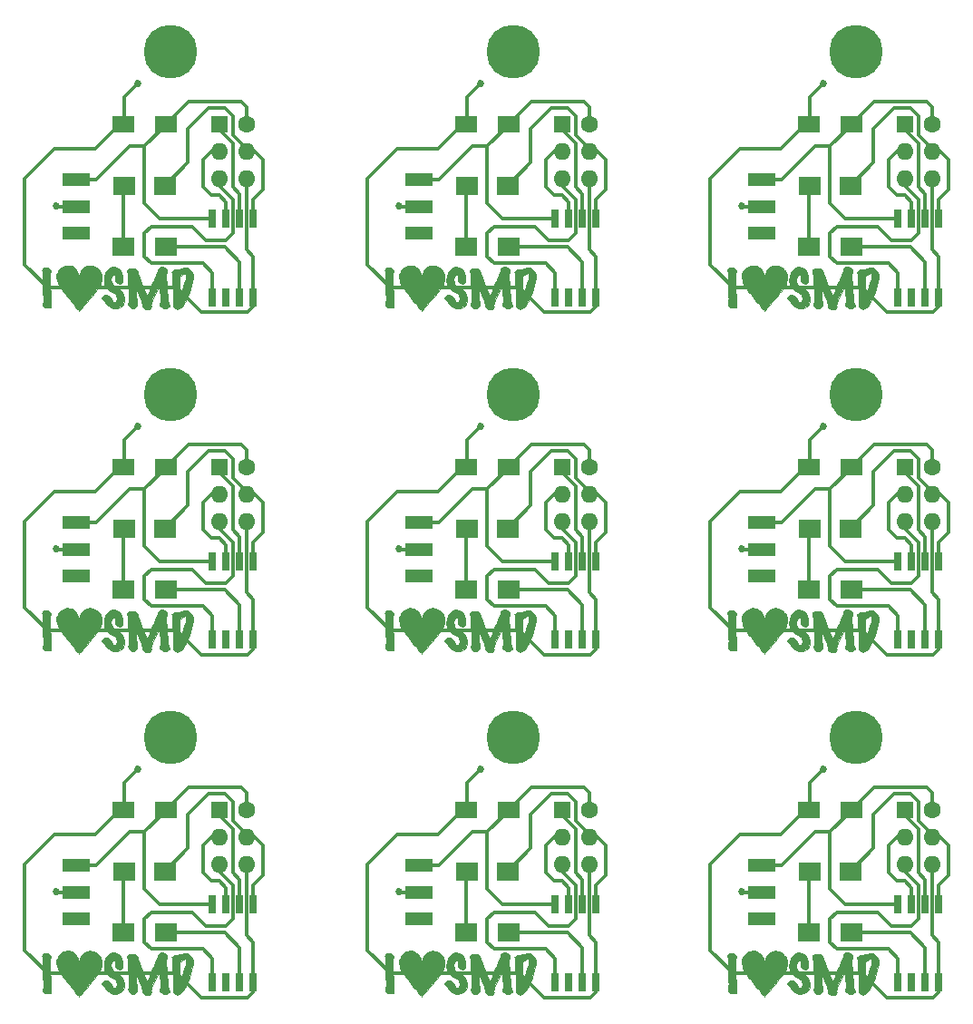
<source format=gtl>
%MOIN*%
%OFA0B0*%
%FSLAX46Y46*%
%IPPOS*%
%LPD*%
%ADD10C,0.0039370078740157488*%
%ADD11C,0.00039370078740157485*%
%ADD12R,0.0984251968503937X0.047244094488188976*%
%ADD13R,0.07874015748031496X0.0709*%
%ADD14R,0.07874015748031496X0.062992125984251982*%
%ADD15R,0.062992125984251982X0.062992125984251982*%
%ADD16C,0.062992125984251982*%
%ADD17O,0.062992125984251982X0.062992125984251982*%
%ADD18C,0.19685039370078741*%
%ADD19R,0.07874015748031496X0.066929133858267723*%
%ADD20R,0.025590551181102365X0.066929133858267723*%
%ADD21C,0.027*%
%ADD22C,0.012000000000000002*%
%ADD33C,0.0039370078740157488*%
%ADD34C,0.00039370078740157485*%
%ADD35R,0.0984251968503937X0.047244094488188976*%
%ADD36R,0.07874015748031496X0.0709*%
%ADD37R,0.07874015748031496X0.062992125984251982*%
%ADD38R,0.062992125984251982X0.062992125984251982*%
%ADD39C,0.062992125984251982*%
%ADD40O,0.062992125984251982X0.062992125984251982*%
%ADD41C,0.19685039370078741*%
%ADD42R,0.07874015748031496X0.066929133858267723*%
%ADD43R,0.025590551181102365X0.066929133858267723*%
%ADD44C,0.027*%
%ADD45C,0.012000000000000002*%
%ADD46C,0.0039370078740157488*%
%ADD47C,0.00039370078740157485*%
%ADD48R,0.0984251968503937X0.047244094488188976*%
%ADD49R,0.07874015748031496X0.0709*%
%ADD50R,0.07874015748031496X0.062992125984251982*%
%ADD51R,0.062992125984251982X0.062992125984251982*%
%ADD52C,0.062992125984251982*%
%ADD53O,0.062992125984251982X0.062992125984251982*%
%ADD54C,0.19685039370078741*%
%ADD55R,0.07874015748031496X0.066929133858267723*%
%ADD56R,0.025590551181102365X0.066929133858267723*%
%ADD57C,0.027*%
%ADD58C,0.012000000000000002*%
%ADD59C,0.0039370078740157488*%
%ADD60C,0.00039370078740157485*%
%ADD61R,0.0984251968503937X0.047244094488188976*%
%ADD62R,0.07874015748031496X0.0709*%
%ADD63R,0.07874015748031496X0.062992125984251982*%
%ADD64R,0.062992125984251982X0.062992125984251982*%
%ADD65C,0.062992125984251982*%
%ADD66O,0.062992125984251982X0.062992125984251982*%
%ADD67C,0.19685039370078741*%
%ADD68R,0.07874015748031496X0.066929133858267723*%
%ADD69R,0.025590551181102365X0.066929133858267723*%
%ADD70C,0.027*%
%ADD71C,0.012000000000000002*%
%ADD72C,0.0039370078740157488*%
%ADD73C,0.00039370078740157485*%
%ADD74R,0.0984251968503937X0.047244094488188976*%
%ADD75R,0.07874015748031496X0.0709*%
%ADD76R,0.07874015748031496X0.062992125984251982*%
%ADD77R,0.062992125984251982X0.062992125984251982*%
%ADD78C,0.062992125984251982*%
%ADD79O,0.062992125984251982X0.062992125984251982*%
%ADD80C,0.19685039370078741*%
%ADD81R,0.07874015748031496X0.066929133858267723*%
%ADD82R,0.025590551181102365X0.066929133858267723*%
%ADD83C,0.027*%
%ADD84C,0.012000000000000002*%
%ADD85C,0.0039370078740157488*%
%ADD86C,0.00039370078740157485*%
%ADD87R,0.0984251968503937X0.047244094488188976*%
%ADD88R,0.07874015748031496X0.0709*%
%ADD89R,0.07874015748031496X0.062992125984251982*%
%ADD90R,0.062992125984251982X0.062992125984251982*%
%ADD91C,0.062992125984251982*%
%ADD92O,0.062992125984251982X0.062992125984251982*%
%ADD93C,0.19685039370078741*%
%ADD94R,0.07874015748031496X0.066929133858267723*%
%ADD95R,0.025590551181102365X0.066929133858267723*%
%ADD96C,0.027*%
%ADD97C,0.012000000000000002*%
%ADD98C,0.0039370078740157488*%
%ADD99C,0.00039370078740157485*%
%ADD100R,0.0984251968503937X0.047244094488188976*%
%ADD101R,0.07874015748031496X0.0709*%
%ADD102R,0.07874015748031496X0.062992125984251982*%
%ADD103R,0.062992125984251982X0.062992125984251982*%
%ADD104C,0.062992125984251982*%
%ADD105O,0.062992125984251982X0.062992125984251982*%
%ADD106C,0.19685039370078741*%
%ADD107R,0.07874015748031496X0.066929133858267723*%
%ADD108R,0.025590551181102365X0.066929133858267723*%
%ADD109C,0.027*%
%ADD110C,0.012000000000000002*%
%ADD111C,0.0039370078740157488*%
%ADD112C,0.00039370078740157485*%
%ADD113R,0.0984251968503937X0.047244094488188976*%
%ADD114R,0.07874015748031496X0.0709*%
%ADD115R,0.07874015748031496X0.062992125984251982*%
%ADD116R,0.062992125984251982X0.062992125984251982*%
%ADD117C,0.062992125984251982*%
%ADD118O,0.062992125984251982X0.062992125984251982*%
%ADD119C,0.19685039370078741*%
%ADD120R,0.07874015748031496X0.066929133858267723*%
%ADD121R,0.025590551181102365X0.066929133858267723*%
%ADD122C,0.027*%
%ADD123C,0.012000000000000002*%
%ADD124C,0.0039370078740157488*%
%ADD125C,0.00039370078740157485*%
%ADD126R,0.0984251968503937X0.047244094488188976*%
%ADD127R,0.07874015748031496X0.0709*%
%ADD128R,0.07874015748031496X0.062992125984251982*%
%ADD129R,0.062992125984251982X0.062992125984251982*%
%ADD130C,0.062992125984251982*%
%ADD131O,0.062992125984251982X0.062992125984251982*%
%ADD132C,0.19685039370078741*%
%ADD133R,0.07874015748031496X0.066929133858267723*%
%ADD134R,0.025590551181102365X0.066929133858267723*%
%ADD135C,0.027*%
%ADD136C,0.012000000000000002*%
G01G01*
D10*
D11*
G36*
X0000459485Y0000236860D02*
X0000468888Y0000233872D01*
X0000477776Y0000228246D01*
X0000485776Y0000219900D01*
X0000485941Y0000219683D01*
X0000491309Y0000210589D01*
X0000494022Y0000200786D01*
X0000494187Y0000189771D01*
X0000493491Y0000184474D01*
X0000492453Y0000179134D01*
X0000491104Y0000174146D01*
X0000489254Y0000169211D01*
X0000486709Y0000164028D01*
X0000483277Y0000158298D01*
X0000478766Y0000151720D01*
X0000472983Y0000143994D01*
X0000465737Y0000134822D01*
X0000456834Y0000123901D01*
X0000447191Y0000112265D01*
X0000439020Y0000102488D01*
X0000431450Y0000093506D01*
X0000424710Y0000085584D01*
X0000419028Y0000078987D01*
X0000414632Y0000073979D01*
X0000411749Y0000070824D01*
X0000410616Y0000069784D01*
X0000409408Y0000070951D01*
X0000406494Y0000074238D01*
X0000402102Y0000079371D01*
X0000396462Y0000086079D01*
X0000389802Y0000094089D01*
X0000382353Y0000103129D01*
X0000375617Y0000111364D01*
X0000367411Y0000121510D01*
X0000359622Y0000131296D01*
X0000352521Y0000140370D01*
X0000346379Y0000148379D01*
X0000341467Y0000154971D01*
X0000338056Y0000159795D01*
X0000336695Y0000161950D01*
X0000332256Y0000171759D01*
X0000329277Y0000182285D01*
X0000327950Y0000192558D01*
X0000328471Y0000201605D01*
X0000328616Y0000202332D01*
X0000332470Y0000213535D01*
X0000338788Y0000223023D01*
X0000345005Y0000228826D01*
X0000352684Y0000233807D01*
X0000360170Y0000236500D01*
X0000368683Y0000237270D01*
X0000372661Y0000237121D01*
X0000379329Y0000236333D01*
X0000384397Y0000234676D01*
X0000388942Y0000231952D01*
X0000396295Y0000225324D01*
X0000402838Y0000216696D01*
X0000407786Y0000207142D01*
X0000408532Y0000205165D01*
X0000411275Y0000197377D01*
X0000413231Y0000203931D01*
X0000417859Y0000215068D01*
X0000424218Y0000224053D01*
X0000431935Y0000230806D01*
X0000440635Y0000235246D01*
X0000449943Y0000237291D01*
X0000459485Y0000236860D01*
X0000459485Y0000236860D01*
G37*
X0000459485Y0000236860D02*
X0000468888Y0000233872D01*
X0000477776Y0000228246D01*
X0000485776Y0000219900D01*
X0000485941Y0000219683D01*
X0000491309Y0000210589D01*
X0000494022Y0000200786D01*
X0000494187Y0000189771D01*
X0000493491Y0000184474D01*
X0000492453Y0000179134D01*
X0000491104Y0000174146D01*
X0000489254Y0000169211D01*
X0000486709Y0000164028D01*
X0000483277Y0000158298D01*
X0000478766Y0000151720D01*
X0000472983Y0000143994D01*
X0000465737Y0000134822D01*
X0000456834Y0000123901D01*
X0000447191Y0000112265D01*
X0000439020Y0000102488D01*
X0000431450Y0000093506D01*
X0000424710Y0000085584D01*
X0000419028Y0000078987D01*
X0000414632Y0000073979D01*
X0000411749Y0000070824D01*
X0000410616Y0000069784D01*
X0000409408Y0000070951D01*
X0000406494Y0000074238D01*
X0000402102Y0000079371D01*
X0000396462Y0000086079D01*
X0000389802Y0000094089D01*
X0000382353Y0000103129D01*
X0000375617Y0000111364D01*
X0000367411Y0000121510D01*
X0000359622Y0000131296D01*
X0000352521Y0000140370D01*
X0000346379Y0000148379D01*
X0000341467Y0000154971D01*
X0000338056Y0000159795D01*
X0000336695Y0000161950D01*
X0000332256Y0000171759D01*
X0000329277Y0000182285D01*
X0000327950Y0000192558D01*
X0000328471Y0000201605D01*
X0000328616Y0000202332D01*
X0000332470Y0000213535D01*
X0000338788Y0000223023D01*
X0000345005Y0000228826D01*
X0000352684Y0000233807D01*
X0000360170Y0000236500D01*
X0000368683Y0000237270D01*
X0000372661Y0000237121D01*
X0000379329Y0000236333D01*
X0000384397Y0000234676D01*
X0000388942Y0000231952D01*
X0000396295Y0000225324D01*
X0000402838Y0000216696D01*
X0000407786Y0000207142D01*
X0000408532Y0000205165D01*
X0000411275Y0000197377D01*
X0000413231Y0000203931D01*
X0000417859Y0000215068D01*
X0000424218Y0000224053D01*
X0000431935Y0000230806D01*
X0000440635Y0000235246D01*
X0000449943Y0000237291D01*
X0000459485Y0000236860D01*
G36*
X0000717526Y0000230800D02*
X0000723224Y0000229080D01*
X0000729314Y0000225531D01*
X0000733304Y0000221116D01*
X0000734948Y0000216338D01*
X0000733997Y0000211702D01*
X0000732692Y0000209836D01*
X0000732127Y0000208820D01*
X0000731742Y0000207037D01*
X0000731545Y0000204182D01*
X0000731545Y0000199949D01*
X0000731750Y0000194032D01*
X0000732169Y0000186128D01*
X0000732811Y0000175930D01*
X0000733685Y0000163134D01*
X0000734252Y0000155099D01*
X0000735297Y0000140641D01*
X0000736197Y0000128911D01*
X0000736991Y0000119568D01*
X0000737719Y0000112269D01*
X0000738421Y0000106671D01*
X0000739139Y0000102433D01*
X0000739911Y0000099211D01*
X0000740779Y0000096664D01*
X0000741250Y0000095561D01*
X0000743114Y0000091178D01*
X0000743691Y0000088433D01*
X0000743055Y0000086205D01*
X0000741978Y0000084431D01*
X0000737891Y0000080814D01*
X0000732083Y0000079126D01*
X0000725237Y0000079373D01*
X0000718037Y0000081561D01*
X0000713313Y0000084145D01*
X0000708621Y0000088272D01*
X0000706838Y0000092812D01*
X0000707800Y0000098317D01*
X0000708548Y0000100126D01*
X0000709401Y0000102443D01*
X0000709915Y0000105233D01*
X0000710096Y0000109041D01*
X0000709951Y0000114409D01*
X0000709487Y0000121879D01*
X0000708922Y0000129357D01*
X0000708048Y0000140808D01*
X0000707327Y0000149477D01*
X0000706578Y0000155366D01*
X0000705617Y0000158478D01*
X0000704263Y0000158814D01*
X0000702333Y0000156375D01*
X0000699645Y0000151164D01*
X0000696017Y0000143182D01*
X0000691266Y0000132431D01*
X0000689987Y0000129547D01*
X0000685181Y0000118680D01*
X0000681519Y0000110217D01*
X0000678864Y0000103765D01*
X0000677077Y0000098932D01*
X0000676022Y0000095325D01*
X0000675559Y0000092551D01*
X0000675552Y0000090217D01*
X0000675713Y0000088842D01*
X0000676064Y0000084328D01*
X0000675149Y0000081383D01*
X0000673165Y0000079141D01*
X0000669837Y0000076796D01*
X0000666991Y0000075869D01*
X0000663434Y0000075512D01*
X0000662281Y0000075240D01*
X0000659452Y0000075204D01*
X0000655466Y0000075990D01*
X0000655360Y0000076020D01*
X0000650031Y0000078736D01*
X0000645778Y0000083039D01*
X0000643279Y0000088060D01*
X0000642985Y0000091915D01*
X0000642837Y0000094799D01*
X0000641746Y0000099600D01*
X0000639642Y0000106542D01*
X0000636457Y0000115851D01*
X0000632122Y0000127752D01*
X0000631965Y0000128176D01*
X0000628100Y0000138480D01*
X0000625139Y0000146137D01*
X0000622964Y0000151403D01*
X0000621455Y0000154532D01*
X0000620493Y0000155780D01*
X0000619959Y0000155401D01*
X0000619775Y0000154284D01*
X0000619742Y0000150863D01*
X0000619960Y0000145177D01*
X0000620382Y0000137832D01*
X0000620959Y0000129431D01*
X0000621642Y0000120581D01*
X0000622383Y0000111886D01*
X0000623132Y0000103951D01*
X0000623842Y0000097381D01*
X0000624463Y0000092781D01*
X0000624872Y0000090902D01*
X0000624610Y0000087821D01*
X0000622236Y0000084395D01*
X0000618529Y0000081330D01*
X0000614267Y0000079335D01*
X0000611714Y0000078946D01*
X0000605399Y0000080224D01*
X0000599069Y0000083562D01*
X0000593969Y0000088210D01*
X0000592397Y0000090550D01*
X0000590721Y0000094080D01*
X0000590623Y0000096475D01*
X0000592080Y0000099227D01*
X0000592248Y0000099485D01*
X0000592938Y0000100734D01*
X0000593463Y0000102343D01*
X0000593826Y0000104643D01*
X0000594029Y0000107964D01*
X0000594073Y0000112637D01*
X0000593961Y0000118991D01*
X0000593693Y0000127359D01*
X0000593273Y0000138069D01*
X0000592701Y0000151453D01*
X0000592562Y0000154630D01*
X0000591917Y0000168220D01*
X0000591227Y0000180667D01*
X0000590521Y0000191610D01*
X0000589823Y0000200686D01*
X0000589161Y0000207532D01*
X0000588559Y0000211785D01*
X0000588377Y0000212562D01*
X0000587301Y0000216785D01*
X0000587439Y0000219337D01*
X0000589076Y0000221479D01*
X0000590728Y0000222947D01*
X0000595835Y0000225737D01*
X0000602045Y0000226794D01*
X0000608669Y0000226315D01*
X0000615023Y0000224499D01*
X0000620420Y0000221542D01*
X0000624174Y0000217642D01*
X0000625597Y0000212998D01*
X0000625597Y0000212908D01*
X0000626143Y0000210726D01*
X0000627676Y0000206229D01*
X0000630025Y0000199840D01*
X0000633018Y0000191984D01*
X0000636487Y0000183085D01*
X0000640259Y0000173566D01*
X0000644165Y0000163851D01*
X0000648034Y0000154365D01*
X0000651694Y0000145530D01*
X0000654975Y0000137771D01*
X0000657707Y0000131511D01*
X0000659719Y0000127175D01*
X0000660840Y0000125186D01*
X0000660957Y0000125105D01*
X0000661914Y0000126468D01*
X0000663845Y0000130284D01*
X0000666578Y0000136148D01*
X0000669945Y0000143656D01*
X0000673775Y0000152405D01*
X0000677897Y0000161989D01*
X0000682142Y0000172005D01*
X0000686338Y0000182050D01*
X0000690316Y0000191718D01*
X0000693906Y0000200606D01*
X0000696937Y0000208310D01*
X0000699239Y0000214425D01*
X0000700641Y0000218548D01*
X0000701002Y0000220129D01*
X0000702277Y0000225462D01*
X0000705781Y0000229148D01*
X0000711026Y0000230993D01*
X0000717526Y0000230800D01*
X0000717526Y0000230800D01*
G37*
X0000717526Y0000230800D02*
X0000723224Y0000229080D01*
X0000729314Y0000225531D01*
X0000733304Y0000221116D01*
X0000734948Y0000216338D01*
X0000733997Y0000211702D01*
X0000732692Y0000209836D01*
X0000732127Y0000208820D01*
X0000731742Y0000207037D01*
X0000731545Y0000204182D01*
X0000731545Y0000199949D01*
X0000731750Y0000194032D01*
X0000732169Y0000186128D01*
X0000732811Y0000175930D01*
X0000733685Y0000163134D01*
X0000734252Y0000155099D01*
X0000735297Y0000140641D01*
X0000736197Y0000128911D01*
X0000736991Y0000119568D01*
X0000737719Y0000112269D01*
X0000738421Y0000106671D01*
X0000739139Y0000102433D01*
X0000739911Y0000099211D01*
X0000740779Y0000096664D01*
X0000741250Y0000095561D01*
X0000743114Y0000091178D01*
X0000743691Y0000088433D01*
X0000743055Y0000086205D01*
X0000741978Y0000084431D01*
X0000737891Y0000080814D01*
X0000732083Y0000079126D01*
X0000725237Y0000079373D01*
X0000718037Y0000081561D01*
X0000713313Y0000084145D01*
X0000708621Y0000088272D01*
X0000706838Y0000092812D01*
X0000707800Y0000098317D01*
X0000708548Y0000100126D01*
X0000709401Y0000102443D01*
X0000709915Y0000105233D01*
X0000710096Y0000109041D01*
X0000709951Y0000114409D01*
X0000709487Y0000121879D01*
X0000708922Y0000129357D01*
X0000708048Y0000140808D01*
X0000707327Y0000149477D01*
X0000706578Y0000155366D01*
X0000705617Y0000158478D01*
X0000704263Y0000158814D01*
X0000702333Y0000156375D01*
X0000699645Y0000151164D01*
X0000696017Y0000143182D01*
X0000691266Y0000132431D01*
X0000689987Y0000129547D01*
X0000685181Y0000118680D01*
X0000681519Y0000110217D01*
X0000678864Y0000103765D01*
X0000677077Y0000098932D01*
X0000676022Y0000095325D01*
X0000675559Y0000092551D01*
X0000675552Y0000090217D01*
X0000675713Y0000088842D01*
X0000676064Y0000084328D01*
X0000675149Y0000081383D01*
X0000673165Y0000079141D01*
X0000669837Y0000076796D01*
X0000666991Y0000075869D01*
X0000663434Y0000075512D01*
X0000662281Y0000075240D01*
X0000659452Y0000075204D01*
X0000655466Y0000075990D01*
X0000655360Y0000076020D01*
X0000650031Y0000078736D01*
X0000645778Y0000083039D01*
X0000643279Y0000088060D01*
X0000642985Y0000091915D01*
X0000642837Y0000094799D01*
X0000641746Y0000099600D01*
X0000639642Y0000106542D01*
X0000636457Y0000115851D01*
X0000632122Y0000127752D01*
X0000631965Y0000128176D01*
X0000628100Y0000138480D01*
X0000625139Y0000146137D01*
X0000622964Y0000151403D01*
X0000621455Y0000154532D01*
X0000620493Y0000155780D01*
X0000619959Y0000155401D01*
X0000619775Y0000154284D01*
X0000619742Y0000150863D01*
X0000619960Y0000145177D01*
X0000620382Y0000137832D01*
X0000620959Y0000129431D01*
X0000621642Y0000120581D01*
X0000622383Y0000111886D01*
X0000623132Y0000103951D01*
X0000623842Y0000097381D01*
X0000624463Y0000092781D01*
X0000624872Y0000090902D01*
X0000624610Y0000087821D01*
X0000622236Y0000084395D01*
X0000618529Y0000081330D01*
X0000614267Y0000079335D01*
X0000611714Y0000078946D01*
X0000605399Y0000080224D01*
X0000599069Y0000083562D01*
X0000593969Y0000088210D01*
X0000592397Y0000090550D01*
X0000590721Y0000094080D01*
X0000590623Y0000096475D01*
X0000592080Y0000099227D01*
X0000592248Y0000099485D01*
X0000592938Y0000100734D01*
X0000593463Y0000102343D01*
X0000593826Y0000104643D01*
X0000594029Y0000107964D01*
X0000594073Y0000112637D01*
X0000593961Y0000118991D01*
X0000593693Y0000127359D01*
X0000593273Y0000138069D01*
X0000592701Y0000151453D01*
X0000592562Y0000154630D01*
X0000591917Y0000168220D01*
X0000591227Y0000180667D01*
X0000590521Y0000191610D01*
X0000589823Y0000200686D01*
X0000589161Y0000207532D01*
X0000588559Y0000211785D01*
X0000588377Y0000212562D01*
X0000587301Y0000216785D01*
X0000587439Y0000219337D01*
X0000589076Y0000221479D01*
X0000590728Y0000222947D01*
X0000595835Y0000225737D01*
X0000602045Y0000226794D01*
X0000608669Y0000226315D01*
X0000615023Y0000224499D01*
X0000620420Y0000221542D01*
X0000624174Y0000217642D01*
X0000625597Y0000212998D01*
X0000625597Y0000212908D01*
X0000626143Y0000210726D01*
X0000627676Y0000206229D01*
X0000630025Y0000199840D01*
X0000633018Y0000191984D01*
X0000636487Y0000183085D01*
X0000640259Y0000173566D01*
X0000644165Y0000163851D01*
X0000648034Y0000154365D01*
X0000651694Y0000145530D01*
X0000654975Y0000137771D01*
X0000657707Y0000131511D01*
X0000659719Y0000127175D01*
X0000660840Y0000125186D01*
X0000660957Y0000125105D01*
X0000661914Y0000126468D01*
X0000663845Y0000130284D01*
X0000666578Y0000136148D01*
X0000669945Y0000143656D01*
X0000673775Y0000152405D01*
X0000677897Y0000161989D01*
X0000682142Y0000172005D01*
X0000686338Y0000182050D01*
X0000690316Y0000191718D01*
X0000693906Y0000200606D01*
X0000696937Y0000208310D01*
X0000699239Y0000214425D01*
X0000700641Y0000218548D01*
X0000701002Y0000220129D01*
X0000702277Y0000225462D01*
X0000705781Y0000229148D01*
X0000711026Y0000230993D01*
X0000717526Y0000230800D01*
G36*
X0000812052Y0000227790D02*
X0000818261Y0000223667D01*
X0000824070Y0000216947D01*
X0000825232Y0000215269D01*
X0000828370Y0000209946D01*
X0000829864Y0000205195D01*
X0000830232Y0000199642D01*
X0000829538Y0000190723D01*
X0000827585Y0000179696D01*
X0000824568Y0000167163D01*
X0000820682Y0000153727D01*
X0000816122Y0000139991D01*
X0000811083Y0000126559D01*
X0000805760Y0000114032D01*
X0000800348Y0000103015D01*
X0000797209Y0000097495D01*
X0000793683Y0000092353D01*
X0000789469Y0000087173D01*
X0000785145Y0000082563D01*
X0000781290Y0000079127D01*
X0000778481Y0000077472D01*
X0000778046Y0000077407D01*
X0000775385Y0000076941D01*
X0000774589Y0000076694D01*
X0000771843Y0000076779D01*
X0000768045Y0000077969D01*
X0000767925Y0000078022D01*
X0000764549Y0000079619D01*
X0000761976Y0000081315D01*
X0000760088Y0000083531D01*
X0000758767Y0000086691D01*
X0000757895Y0000091217D01*
X0000757353Y0000097531D01*
X0000757024Y0000106056D01*
X0000756788Y0000117213D01*
X0000756777Y0000117854D01*
X0000756494Y0000130932D01*
X0000756119Y0000144295D01*
X0000755671Y0000157525D01*
X0000755169Y0000170201D01*
X0000754632Y0000181905D01*
X0000754079Y0000192215D01*
X0000753839Y0000195936D01*
X0000779463Y0000195936D01*
X0000779463Y0000162182D01*
X0000779508Y0000149600D01*
X0000779653Y0000139831D01*
X0000779914Y0000132610D01*
X0000780306Y0000127675D01*
X0000780844Y0000124761D01*
X0000781546Y0000123606D01*
X0000781747Y0000123561D01*
X0000782378Y0000124929D01*
X0000783840Y0000128701D01*
X0000785947Y0000134375D01*
X0000788512Y0000141453D01*
X0000789952Y0000145484D01*
X0000794715Y0000159134D01*
X0000798413Y0000170321D01*
X0000801149Y0000179426D01*
X0000803029Y0000186833D01*
X0000804159Y0000192922D01*
X0000804643Y0000198075D01*
X0000804670Y0000198946D01*
X0000804632Y0000203873D01*
X0000804083Y0000206507D01*
X0000802767Y0000207622D01*
X0000801722Y0000207855D01*
X0000798948Y0000207273D01*
X0000794567Y0000205322D01*
X0000789484Y0000202410D01*
X0000789030Y0000202119D01*
X0000779463Y0000195936D01*
X0000753839Y0000195936D01*
X0000753531Y0000200713D01*
X0000753005Y0000206979D01*
X0000752522Y0000210593D01*
X0000752517Y0000210616D01*
X0000752208Y0000213987D01*
X0000753425Y0000216627D01*
X0000756554Y0000219620D01*
X0000760229Y0000222288D01*
X0000763613Y0000223267D01*
X0000768297Y0000222996D01*
X0000768615Y0000222955D01*
X0000773932Y0000222768D01*
X0000779741Y0000223763D01*
X0000786386Y0000225842D01*
X0000796579Y0000228751D01*
X0000804980Y0000229443D01*
X0000812052Y0000227790D01*
X0000812052Y0000227790D01*
G37*
X0000812052Y0000227790D02*
X0000818261Y0000223667D01*
X0000824070Y0000216947D01*
X0000825232Y0000215269D01*
X0000828370Y0000209946D01*
X0000829864Y0000205195D01*
X0000830232Y0000199642D01*
X0000829538Y0000190723D01*
X0000827585Y0000179696D01*
X0000824568Y0000167163D01*
X0000820682Y0000153727D01*
X0000816122Y0000139991D01*
X0000811083Y0000126559D01*
X0000805760Y0000114032D01*
X0000800348Y0000103015D01*
X0000797209Y0000097495D01*
X0000793683Y0000092353D01*
X0000789469Y0000087173D01*
X0000785145Y0000082563D01*
X0000781290Y0000079127D01*
X0000778481Y0000077472D01*
X0000778046Y0000077407D01*
X0000775385Y0000076941D01*
X0000774589Y0000076694D01*
X0000771843Y0000076779D01*
X0000768045Y0000077969D01*
X0000767925Y0000078022D01*
X0000764549Y0000079619D01*
X0000761976Y0000081315D01*
X0000760088Y0000083531D01*
X0000758767Y0000086691D01*
X0000757895Y0000091217D01*
X0000757353Y0000097531D01*
X0000757024Y0000106056D01*
X0000756788Y0000117213D01*
X0000756777Y0000117854D01*
X0000756494Y0000130932D01*
X0000756119Y0000144295D01*
X0000755671Y0000157525D01*
X0000755169Y0000170201D01*
X0000754632Y0000181905D01*
X0000754079Y0000192215D01*
X0000753839Y0000195936D01*
X0000779463Y0000195936D01*
X0000779463Y0000162182D01*
X0000779508Y0000149600D01*
X0000779653Y0000139831D01*
X0000779914Y0000132610D01*
X0000780306Y0000127675D01*
X0000780844Y0000124761D01*
X0000781546Y0000123606D01*
X0000781747Y0000123561D01*
X0000782378Y0000124929D01*
X0000783840Y0000128701D01*
X0000785947Y0000134375D01*
X0000788512Y0000141453D01*
X0000789952Y0000145484D01*
X0000794715Y0000159134D01*
X0000798413Y0000170321D01*
X0000801149Y0000179426D01*
X0000803029Y0000186833D01*
X0000804159Y0000192922D01*
X0000804643Y0000198075D01*
X0000804670Y0000198946D01*
X0000804632Y0000203873D01*
X0000804083Y0000206507D01*
X0000802767Y0000207622D01*
X0000801722Y0000207855D01*
X0000798948Y0000207273D01*
X0000794567Y0000205322D01*
X0000789484Y0000202410D01*
X0000789030Y0000202119D01*
X0000779463Y0000195936D01*
X0000753839Y0000195936D01*
X0000753531Y0000200713D01*
X0000753005Y0000206979D01*
X0000752522Y0000210593D01*
X0000752517Y0000210616D01*
X0000752208Y0000213987D01*
X0000753425Y0000216627D01*
X0000756554Y0000219620D01*
X0000760229Y0000222288D01*
X0000763613Y0000223267D01*
X0000768297Y0000222996D01*
X0000768615Y0000222955D01*
X0000773932Y0000222768D01*
X0000779741Y0000223763D01*
X0000786386Y0000225842D01*
X0000796579Y0000228751D01*
X0000804980Y0000229443D01*
X0000812052Y0000227790D01*
G36*
X0000548559Y0000230112D02*
X0000556479Y0000225929D01*
X0000562767Y0000219186D01*
X0000567371Y0000209937D01*
X0000570131Y0000198912D01*
X0000571464Y0000188293D01*
X0000571517Y0000180301D01*
X0000570210Y0000174729D01*
X0000567466Y0000171371D01*
X0000563205Y0000170021D01*
X0000559133Y0000170179D01*
X0000552676Y0000172380D01*
X0000547532Y0000176649D01*
X0000544136Y0000182290D01*
X0000542926Y0000188608D01*
X0000544046Y0000194252D01*
X0000545191Y0000197998D01*
X0000544641Y0000200479D01*
X0000544077Y0000201255D01*
X0000540825Y0000203362D01*
X0000537233Y0000202849D01*
X0000533749Y0000200071D01*
X0000530817Y0000195383D01*
X0000528885Y0000189151D01*
X0000528126Y0000181456D01*
X0000529167Y0000174913D01*
X0000532274Y0000169118D01*
X0000537710Y0000163667D01*
X0000545740Y0000158154D01*
X0000551184Y0000155044D01*
X0000560571Y0000149324D01*
X0000567400Y0000143632D01*
X0000572144Y0000137473D01*
X0000575277Y0000130348D01*
X0000575551Y0000129457D01*
X0000577572Y0000117944D01*
X0000576818Y0000106837D01*
X0000573363Y0000096613D01*
X0000569504Y0000090400D01*
X0000563065Y0000084379D01*
X0000554915Y0000080496D01*
X0000545696Y0000078911D01*
X0000536052Y0000079780D01*
X0000531594Y0000081068D01*
X0000522309Y0000085822D01*
X0000514527Y0000093036D01*
X0000511506Y0000097023D01*
X0000507630Y0000102081D01*
X0000503340Y0000106859D01*
X0000501444Y0000108670D01*
X0000497877Y0000112136D01*
X0000495226Y0000115299D01*
X0000494735Y0000116080D01*
X0000494074Y0000119939D01*
X0000496069Y0000123368D01*
X0000500305Y0000126072D01*
X0000506364Y0000127757D01*
X0000511915Y0000128176D01*
X0000517246Y0000127297D01*
X0000521892Y0000124425D01*
X0000526238Y0000119213D01*
X0000530673Y0000111312D01*
X0000530702Y0000111253D01*
X0000533429Y0000105984D01*
X0000535548Y0000102908D01*
X0000537659Y0000101390D01*
X0000540365Y0000100798D01*
X0000540654Y0000100768D01*
X0000544131Y0000100791D01*
X0000546215Y0000102253D01*
X0000547961Y0000105719D01*
X0000549940Y0000112822D01*
X0000549768Y0000120249D01*
X0000548588Y0000125573D01*
X0000547602Y0000128423D01*
X0000546096Y0000130645D01*
X0000543476Y0000132726D01*
X0000539149Y0000135156D01*
X0000533652Y0000137877D01*
X0000522036Y0000144497D01*
X0000513277Y0000151838D01*
X0000507188Y0000160167D01*
X0000503581Y0000169749D01*
X0000502271Y0000180849D01*
X0000502260Y0000182534D01*
X0000503386Y0000194739D01*
X0000506461Y0000205739D01*
X0000511243Y0000215213D01*
X0000517491Y0000222837D01*
X0000524961Y0000228288D01*
X0000533414Y0000231243D01*
X0000539061Y0000231679D01*
X0000548559Y0000230112D01*
X0000548559Y0000230112D01*
G37*
X0000548559Y0000230112D02*
X0000556479Y0000225929D01*
X0000562767Y0000219186D01*
X0000567371Y0000209937D01*
X0000570131Y0000198912D01*
X0000571464Y0000188293D01*
X0000571517Y0000180301D01*
X0000570210Y0000174729D01*
X0000567466Y0000171371D01*
X0000563205Y0000170021D01*
X0000559133Y0000170179D01*
X0000552676Y0000172380D01*
X0000547532Y0000176649D01*
X0000544136Y0000182290D01*
X0000542926Y0000188608D01*
X0000544046Y0000194252D01*
X0000545191Y0000197998D01*
X0000544641Y0000200479D01*
X0000544077Y0000201255D01*
X0000540825Y0000203362D01*
X0000537233Y0000202849D01*
X0000533749Y0000200071D01*
X0000530817Y0000195383D01*
X0000528885Y0000189151D01*
X0000528126Y0000181456D01*
X0000529167Y0000174913D01*
X0000532274Y0000169118D01*
X0000537710Y0000163667D01*
X0000545740Y0000158154D01*
X0000551184Y0000155044D01*
X0000560571Y0000149324D01*
X0000567400Y0000143632D01*
X0000572144Y0000137473D01*
X0000575277Y0000130348D01*
X0000575551Y0000129457D01*
X0000577572Y0000117944D01*
X0000576818Y0000106837D01*
X0000573363Y0000096613D01*
X0000569504Y0000090400D01*
X0000563065Y0000084379D01*
X0000554915Y0000080496D01*
X0000545696Y0000078911D01*
X0000536052Y0000079780D01*
X0000531594Y0000081068D01*
X0000522309Y0000085822D01*
X0000514527Y0000093036D01*
X0000511506Y0000097023D01*
X0000507630Y0000102081D01*
X0000503340Y0000106859D01*
X0000501444Y0000108670D01*
X0000497877Y0000112136D01*
X0000495226Y0000115299D01*
X0000494735Y0000116080D01*
X0000494074Y0000119939D01*
X0000496069Y0000123368D01*
X0000500305Y0000126072D01*
X0000506364Y0000127757D01*
X0000511915Y0000128176D01*
X0000517246Y0000127297D01*
X0000521892Y0000124425D01*
X0000526238Y0000119213D01*
X0000530673Y0000111312D01*
X0000530702Y0000111253D01*
X0000533429Y0000105984D01*
X0000535548Y0000102908D01*
X0000537659Y0000101390D01*
X0000540365Y0000100798D01*
X0000540654Y0000100768D01*
X0000544131Y0000100791D01*
X0000546215Y0000102253D01*
X0000547961Y0000105719D01*
X0000549940Y0000112822D01*
X0000549768Y0000120249D01*
X0000548588Y0000125573D01*
X0000547602Y0000128423D01*
X0000546096Y0000130645D01*
X0000543476Y0000132726D01*
X0000539149Y0000135156D01*
X0000533652Y0000137877D01*
X0000522036Y0000144497D01*
X0000513277Y0000151838D01*
X0000507188Y0000160167D01*
X0000503581Y0000169749D01*
X0000502271Y0000180849D01*
X0000502260Y0000182534D01*
X0000503386Y0000194739D01*
X0000506461Y0000205739D01*
X0000511243Y0000215213D01*
X0000517491Y0000222837D01*
X0000524961Y0000228288D01*
X0000533414Y0000231243D01*
X0000539061Y0000231679D01*
X0000548559Y0000230112D01*
G36*
X0000295133Y0000228435D02*
X0000299442Y0000226649D01*
X0000304653Y0000223417D01*
X0000307154Y0000220104D01*
X0000307261Y0000216066D01*
X0000306237Y0000212852D01*
X0000305665Y0000210982D01*
X0000305231Y0000208378D01*
X0000304930Y0000204731D01*
X0000304759Y0000199730D01*
X0000304714Y0000193066D01*
X0000304793Y0000184430D01*
X0000304990Y0000173510D01*
X0000305304Y0000159998D01*
X0000305526Y0000151253D01*
X0000305891Y0000138157D01*
X0000306279Y0000125826D01*
X0000306674Y0000114651D01*
X0000307062Y0000105020D01*
X0000307426Y0000097322D01*
X0000307751Y0000091945D01*
X0000308007Y0000089355D01*
X0000308450Y0000085486D01*
X0000307624Y0000083449D01*
X0000305046Y0000082098D01*
X0000304913Y0000082047D01*
X0000299556Y0000080750D01*
X0000293787Y0000081107D01*
X0000288321Y0000082525D01*
X0000281579Y0000085533D01*
X0000277588Y0000089380D01*
X0000276450Y0000093899D01*
X0000278188Y0000098796D01*
X0000278666Y0000100347D01*
X0000278999Y0000103397D01*
X0000279186Y0000108189D01*
X0000279228Y0000114965D01*
X0000279125Y0000123969D01*
X0000278878Y0000135442D01*
X0000278486Y0000149627D01*
X0000278242Y0000157622D01*
X0000277813Y0000170643D01*
X0000277369Y0000182856D01*
X0000276926Y0000193878D01*
X0000276501Y0000203327D01*
X0000276113Y0000210823D01*
X0000275777Y0000215984D01*
X0000275525Y0000218365D01*
X0000275784Y0000223240D01*
X0000278402Y0000226866D01*
X0000282851Y0000229063D01*
X0000288604Y0000229647D01*
X0000295133Y0000228435D01*
X0000295133Y0000228435D01*
G37*
X0000295133Y0000228435D02*
X0000299442Y0000226649D01*
X0000304653Y0000223417D01*
X0000307154Y0000220104D01*
X0000307261Y0000216066D01*
X0000306237Y0000212852D01*
X0000305665Y0000210982D01*
X0000305231Y0000208378D01*
X0000304930Y0000204731D01*
X0000304759Y0000199730D01*
X0000304714Y0000193066D01*
X0000304793Y0000184430D01*
X0000304990Y0000173510D01*
X0000305304Y0000159998D01*
X0000305526Y0000151253D01*
X0000305891Y0000138157D01*
X0000306279Y0000125826D01*
X0000306674Y0000114651D01*
X0000307062Y0000105020D01*
X0000307426Y0000097322D01*
X0000307751Y0000091945D01*
X0000308007Y0000089355D01*
X0000308450Y0000085486D01*
X0000307624Y0000083449D01*
X0000305046Y0000082098D01*
X0000304913Y0000082047D01*
X0000299556Y0000080750D01*
X0000293787Y0000081107D01*
X0000288321Y0000082525D01*
X0000281579Y0000085533D01*
X0000277588Y0000089380D01*
X0000276450Y0000093899D01*
X0000278188Y0000098796D01*
X0000278666Y0000100347D01*
X0000278999Y0000103397D01*
X0000279186Y0000108189D01*
X0000279228Y0000114965D01*
X0000279125Y0000123969D01*
X0000278878Y0000135442D01*
X0000278486Y0000149627D01*
X0000278242Y0000157622D01*
X0000277813Y0000170643D01*
X0000277369Y0000182856D01*
X0000276926Y0000193878D01*
X0000276501Y0000203327D01*
X0000276113Y0000210823D01*
X0000275777Y0000215984D01*
X0000275525Y0000218365D01*
X0000275784Y0000223240D01*
X0000278402Y0000226866D01*
X0000282851Y0000229063D01*
X0000288604Y0000229647D01*
X0000295133Y0000228435D01*
D12*
X0000401771Y0000552755D03*
X0000401771Y0000452755D03*
X0000401771Y0000355905D03*
D13*
X0000726771Y0000529330D03*
X0000576771Y0000529330D03*
D14*
X0000573031Y0000754330D03*
X0000730511Y0000754330D03*
D15*
X0000926771Y0000754330D03*
D16*
X0001026771Y0000754330D03*
D17*
X0000926771Y0000654330D03*
X0001026771Y0000654330D03*
X0000926771Y0000554330D03*
X0001026771Y0000554330D03*
D18*
X0000748031Y0001023622D03*
D19*
X0000573031Y0000304330D03*
X0000730511Y0000304330D03*
D20*
X0000901771Y0000120629D03*
X0000951771Y0000120629D03*
X0001001771Y0000120629D03*
X0001051771Y0000120629D03*
X0001051771Y0000408031D03*
X0001001771Y0000408031D03*
X0000951771Y0000408031D03*
X0000901771Y0000408031D03*
D21*
X0000626771Y0000904330D03*
X0000326771Y0000454330D03*
D22*
X0000211771Y0000239330D02*
X0000211771Y0000554330D01*
X0000576771Y0000854330D02*
X0000576771Y0000758070D01*
X0000626771Y0000904330D02*
X0000576771Y0000854330D01*
X0000626771Y0000904330D02*
X0000626771Y0000904330D01*
X0000576771Y0000758070D02*
X0000573031Y0000754330D01*
X0001051771Y0000120629D02*
X0001051771Y0000084330D01*
X0000471771Y0000664330D02*
X0000511771Y0000704330D01*
X0000321771Y0000664330D02*
X0000471771Y0000664330D01*
X0000211771Y0000554330D02*
X0000321771Y0000664330D01*
X0000296771Y0000154330D02*
X0000211771Y0000239330D01*
X0000771771Y0000154330D02*
X0000296771Y0000154330D01*
X0000861771Y0000064330D02*
X0000771771Y0000154330D01*
X0001031771Y0000064330D02*
X0000861771Y0000064330D01*
X0001051771Y0000084330D02*
X0001031771Y0000064330D01*
X0000573031Y0000754330D02*
X0000561771Y0000754330D01*
X0000561771Y0000754330D02*
X0000511771Y0000704330D01*
X0001051771Y0000120629D02*
X0001051771Y0000269330D01*
X0001026771Y0000294330D02*
X0001026771Y0000554330D01*
X0001051771Y0000269330D02*
X0001026771Y0000294330D01*
X0001026771Y0000754330D02*
X0001026771Y0000819330D01*
X0001026771Y0000819330D02*
X0001006771Y0000839330D01*
X0001006771Y0000839330D02*
X0000815511Y0000839330D01*
X0000815511Y0000839330D02*
X0000730511Y0000754330D01*
X0000401771Y0000552755D02*
X0000475196Y0000552755D01*
X0000596771Y0000674330D02*
X0000651771Y0000674330D01*
X0000475196Y0000552755D02*
X0000596771Y0000674330D01*
X0000730511Y0000754330D02*
X0000730511Y0000753070D01*
X0000730511Y0000753070D02*
X0000651771Y0000674330D01*
X0000708070Y0000408031D02*
X0000901771Y0000408031D01*
X0000651771Y0000674330D02*
X0000651771Y0000464330D01*
X0000651771Y0000464330D02*
X0000708070Y0000408031D01*
X0000448346Y0000552755D02*
X0000401771Y0000552755D01*
X0000328346Y0000452755D02*
X0000401771Y0000452755D01*
X0000326771Y0000454330D02*
X0000328346Y0000452755D01*
X0000926771Y0000529330D02*
X0000976771Y0000479330D01*
X0000976771Y0000479330D02*
X0000976771Y0000354330D01*
X0000976771Y0000354330D02*
X0000951771Y0000329330D01*
X0000951771Y0000329330D02*
X0000876771Y0000329330D01*
X0000651771Y0000354330D02*
X0000651771Y0000269330D01*
X0000876771Y0000329330D02*
X0000826771Y0000379330D01*
X0000826771Y0000379330D02*
X0000676771Y0000379330D01*
X0000676771Y0000379330D02*
X0000651771Y0000354330D01*
X0000901771Y0000209330D02*
X0000901771Y0000120629D01*
X0000866771Y0000244330D02*
X0000901771Y0000209330D01*
X0000676771Y0000244330D02*
X0000866771Y0000244330D01*
X0000651771Y0000269330D02*
X0000676771Y0000244330D01*
X0000926771Y0000554330D02*
X0000926771Y0000529330D01*
X0000926771Y0000554330D02*
X0000926771Y0000534330D01*
X0000573031Y0000304330D02*
X0000573031Y0000525590D01*
X0000573031Y0000525590D02*
X0000576771Y0000529330D01*
X0000573031Y0000525590D02*
X0000576771Y0000529330D01*
X0001001771Y0000408031D02*
X0001001771Y0000499330D01*
X0000976771Y0000684330D02*
X0000926771Y0000734330D01*
X0000976771Y0000524330D02*
X0000976771Y0000684330D01*
X0001001771Y0000499330D02*
X0000976771Y0000524330D01*
X0000951771Y0000408031D02*
X0000951771Y0000469330D01*
X0000866771Y0000624330D02*
X0000896771Y0000654330D01*
X0000866771Y0000524330D02*
X0000866771Y0000624330D01*
X0000896771Y0000494330D02*
X0000866771Y0000524330D01*
X0000926771Y0000494330D02*
X0000896771Y0000494330D01*
X0000951771Y0000469330D02*
X0000926771Y0000494330D01*
X0000896771Y0000654330D02*
X0000926771Y0000654330D01*
X0000811771Y0000679330D02*
X0000811771Y0000614330D01*
X0000811771Y0000614330D02*
X0000726771Y0000529330D01*
X0000886771Y0000814330D02*
X0000811771Y0000739330D01*
X0000811771Y0000739330D02*
X0000811771Y0000679330D01*
X0001026771Y0000664330D02*
X0000976771Y0000714330D01*
X0000946771Y0000814330D02*
X0000896771Y0000814330D01*
X0000976771Y0000784330D02*
X0000946771Y0000814330D01*
X0000976771Y0000714330D02*
X0000976771Y0000784330D01*
X0000896771Y0000814330D02*
X0000886771Y0000814330D01*
X0001051771Y0000408031D02*
X0001051771Y0000479330D01*
X0001086771Y0000624330D02*
X0001056771Y0000654330D01*
X0001086771Y0000514330D02*
X0001086771Y0000624330D01*
X0001051771Y0000479330D02*
X0001086771Y0000514330D01*
X0000746771Y0000549330D02*
X0000726771Y0000529330D01*
X0001026771Y0000654330D02*
X0001026771Y0000664330D01*
X0001026771Y0000654330D02*
X0001036771Y0000654330D01*
X0001056771Y0000654330D02*
X0001026771Y0000654330D01*
X0000730511Y0000525590D02*
X0000726771Y0000529330D01*
X0000730511Y0000304330D02*
X0000946771Y0000304330D01*
X0000946771Y0000304330D02*
X0001001771Y0000249330D01*
X0001001771Y0000249330D02*
X0001001771Y0000120629D01*
G04 next file*
G04 #@! TF.FileFunction,Copper,L1,Top,Signal*
G04 Gerber Fmt 4.6, Leading zero omitted, Abs format (unit mm)*
G04 Created by KiCad (PCBNEW 4.0.7) date 06/29/18 14:44:45*
G01G01*
G04 APERTURE LIST*
G04 APERTURE END LIST*
D33*
D34*
G36*
X0001719328Y0000236860D02*
X0001728731Y0000233872D01*
X0001737619Y0000228246D01*
X0001745618Y0000219900D01*
X0001745784Y0000219683D01*
X0001751152Y0000210589D01*
X0001753864Y0000200786D01*
X0001754029Y0000189771D01*
X0001753334Y0000184474D01*
X0001752295Y0000179134D01*
X0001750947Y0000174146D01*
X0001749096Y0000169211D01*
X0001746551Y0000164028D01*
X0001743119Y0000158298D01*
X0001738608Y0000151720D01*
X0001732825Y0000143994D01*
X0001725579Y0000134822D01*
X0001716676Y0000123901D01*
X0001707034Y0000112265D01*
X0001698862Y0000102488D01*
X0001691292Y0000093506D01*
X0001684553Y0000085584D01*
X0001678871Y0000078987D01*
X0001674475Y0000073979D01*
X0001671591Y0000070824D01*
X0001670458Y0000069784D01*
X0001669251Y0000070951D01*
X0001666336Y0000074238D01*
X0001661944Y0000079371D01*
X0001656304Y0000086079D01*
X0001649645Y0000094089D01*
X0001642196Y0000103129D01*
X0001635460Y0000111364D01*
X0001627253Y0000121510D01*
X0001619464Y0000131296D01*
X0001612364Y0000140370D01*
X0001606222Y0000148379D01*
X0001601310Y0000154971D01*
X0001597898Y0000159795D01*
X0001596537Y0000161950D01*
X0001592099Y0000171759D01*
X0001589119Y0000182285D01*
X0001587792Y0000192558D01*
X0001588314Y0000201605D01*
X0001588459Y0000202332D01*
X0001592312Y0000213535D01*
X0001598630Y0000223023D01*
X0001604847Y0000228826D01*
X0001612526Y0000233807D01*
X0001620013Y0000236500D01*
X0001628526Y0000237270D01*
X0001632503Y0000237121D01*
X0001639171Y0000236333D01*
X0001644239Y0000234676D01*
X0001648785Y0000231952D01*
X0001656137Y0000225324D01*
X0001662680Y0000216696D01*
X0001667628Y0000207142D01*
X0001668375Y0000205165D01*
X0001671117Y0000197377D01*
X0001673073Y0000203931D01*
X0001677701Y0000215068D01*
X0001684061Y0000224053D01*
X0001691777Y0000230806D01*
X0001700477Y0000235246D01*
X0001709785Y0000237291D01*
X0001719328Y0000236860D01*
X0001719328Y0000236860D01*
G37*
X0001719328Y0000236860D02*
X0001728731Y0000233872D01*
X0001737619Y0000228246D01*
X0001745618Y0000219900D01*
X0001745784Y0000219683D01*
X0001751152Y0000210589D01*
X0001753864Y0000200786D01*
X0001754029Y0000189771D01*
X0001753334Y0000184474D01*
X0001752295Y0000179134D01*
X0001750947Y0000174146D01*
X0001749096Y0000169211D01*
X0001746551Y0000164028D01*
X0001743119Y0000158298D01*
X0001738608Y0000151720D01*
X0001732825Y0000143994D01*
X0001725579Y0000134822D01*
X0001716676Y0000123901D01*
X0001707034Y0000112265D01*
X0001698862Y0000102488D01*
X0001691292Y0000093506D01*
X0001684553Y0000085584D01*
X0001678871Y0000078987D01*
X0001674475Y0000073979D01*
X0001671591Y0000070824D01*
X0001670458Y0000069784D01*
X0001669251Y0000070951D01*
X0001666336Y0000074238D01*
X0001661944Y0000079371D01*
X0001656304Y0000086079D01*
X0001649645Y0000094089D01*
X0001642196Y0000103129D01*
X0001635460Y0000111364D01*
X0001627253Y0000121510D01*
X0001619464Y0000131296D01*
X0001612364Y0000140370D01*
X0001606222Y0000148379D01*
X0001601310Y0000154971D01*
X0001597898Y0000159795D01*
X0001596537Y0000161950D01*
X0001592099Y0000171759D01*
X0001589119Y0000182285D01*
X0001587792Y0000192558D01*
X0001588314Y0000201605D01*
X0001588459Y0000202332D01*
X0001592312Y0000213535D01*
X0001598630Y0000223023D01*
X0001604847Y0000228826D01*
X0001612526Y0000233807D01*
X0001620013Y0000236500D01*
X0001628526Y0000237270D01*
X0001632503Y0000237121D01*
X0001639171Y0000236333D01*
X0001644239Y0000234676D01*
X0001648785Y0000231952D01*
X0001656137Y0000225324D01*
X0001662680Y0000216696D01*
X0001667628Y0000207142D01*
X0001668375Y0000205165D01*
X0001671117Y0000197377D01*
X0001673073Y0000203931D01*
X0001677701Y0000215068D01*
X0001684061Y0000224053D01*
X0001691777Y0000230806D01*
X0001700477Y0000235246D01*
X0001709785Y0000237291D01*
X0001719328Y0000236860D01*
G36*
X0001977369Y0000230800D02*
X0001983066Y0000229080D01*
X0001989156Y0000225531D01*
X0001993147Y0000221116D01*
X0001994791Y0000216338D01*
X0001993840Y0000211702D01*
X0001992534Y0000209836D01*
X0001991970Y0000208820D01*
X0001991585Y0000207037D01*
X0001991388Y0000204182D01*
X0001991387Y0000199949D01*
X0001991593Y0000194032D01*
X0001992012Y0000186128D01*
X0001992654Y0000175930D01*
X0001993528Y0000163134D01*
X0001994094Y0000155099D01*
X0001995140Y0000140641D01*
X0001996040Y0000128911D01*
X0001996833Y0000119568D01*
X0001997561Y0000112269D01*
X0001998264Y0000106671D01*
X0001998981Y0000102433D01*
X0001999754Y0000099211D01*
X0002000622Y0000096664D01*
X0002001093Y0000095561D01*
X0002002956Y0000091178D01*
X0002003533Y0000088433D01*
X0002002897Y0000086205D01*
X0002001821Y0000084431D01*
X0001997733Y0000080814D01*
X0001991925Y0000079126D01*
X0001985080Y0000079373D01*
X0001977880Y0000081561D01*
X0001973156Y0000084145D01*
X0001968463Y0000088272D01*
X0001966680Y0000092812D01*
X0001967642Y0000098317D01*
X0001968390Y0000100126D01*
X0001969244Y0000102443D01*
X0001969757Y0000105233D01*
X0001969938Y0000109041D01*
X0001969794Y0000114409D01*
X0001969330Y0000121879D01*
X0001968764Y0000129357D01*
X0001967890Y0000140808D01*
X0001967170Y0000149477D01*
X0001966420Y0000155366D01*
X0001965459Y0000158478D01*
X0001964105Y0000158814D01*
X0001962175Y0000156375D01*
X0001959487Y0000151164D01*
X0001955859Y0000143182D01*
X0001951109Y0000132431D01*
X0001949830Y0000129547D01*
X0001945023Y0000118680D01*
X0001941362Y0000110217D01*
X0001938706Y0000103765D01*
X0001936920Y0000098932D01*
X0001935864Y0000095325D01*
X0001935402Y0000092551D01*
X0001935395Y0000090217D01*
X0001935555Y0000088842D01*
X0001935906Y0000084328D01*
X0001934992Y0000081383D01*
X0001933007Y0000079141D01*
X0001929680Y0000076796D01*
X0001926834Y0000075869D01*
X0001923277Y0000075512D01*
X0001922124Y0000075240D01*
X0001919295Y0000075204D01*
X0001915308Y0000075990D01*
X0001915202Y0000076020D01*
X0001909873Y0000078736D01*
X0001905620Y0000083039D01*
X0001903122Y0000088060D01*
X0001902827Y0000091915D01*
X0001902680Y0000094799D01*
X0001901588Y0000099600D01*
X0001899484Y0000106542D01*
X0001896299Y0000115851D01*
X0001891965Y0000127752D01*
X0001891807Y0000128176D01*
X0001887942Y0000138480D01*
X0001884982Y0000146137D01*
X0001882806Y0000151403D01*
X0001881297Y0000154532D01*
X0001880336Y0000155780D01*
X0001879802Y0000155401D01*
X0001879618Y0000154284D01*
X0001879584Y0000150863D01*
X0001879803Y0000145177D01*
X0001880225Y0000137832D01*
X0001880802Y0000129431D01*
X0001881485Y0000120581D01*
X0001882225Y0000111886D01*
X0001882975Y0000103951D01*
X0001883684Y0000097381D01*
X0001884305Y0000092781D01*
X0001884715Y0000090902D01*
X0001884453Y0000087821D01*
X0001882078Y0000084395D01*
X0001878371Y0000081330D01*
X0001874110Y0000079335D01*
X0001871557Y0000078946D01*
X0001865242Y0000080224D01*
X0001858912Y0000083562D01*
X0001853812Y0000088210D01*
X0001852239Y0000090550D01*
X0001850563Y0000094080D01*
X0001850466Y0000096475D01*
X0001851922Y0000099227D01*
X0001852090Y0000099485D01*
X0001852780Y0000100734D01*
X0001853306Y0000102343D01*
X0001853669Y0000104643D01*
X0001853872Y0000107964D01*
X0001853916Y0000112637D01*
X0001853803Y0000118991D01*
X0001853536Y0000127359D01*
X0001853115Y0000138069D01*
X0001852544Y0000151453D01*
X0001852405Y0000154630D01*
X0001851759Y0000168220D01*
X0001851070Y0000180667D01*
X0001850363Y0000191610D01*
X0001849666Y0000200686D01*
X0001849003Y0000207532D01*
X0001848402Y0000211785D01*
X0001848220Y0000212562D01*
X0001847143Y0000216785D01*
X0001847281Y0000219337D01*
X0001848919Y0000221479D01*
X0001850571Y0000222947D01*
X0001855678Y0000225737D01*
X0001861887Y0000226794D01*
X0001868512Y0000226315D01*
X0001874866Y0000224499D01*
X0001880263Y0000221542D01*
X0001884016Y0000217642D01*
X0001885440Y0000212998D01*
X0001885440Y0000212908D01*
X0001885986Y0000210726D01*
X0001887518Y0000206229D01*
X0001889867Y0000199840D01*
X0001892861Y0000191984D01*
X0001896329Y0000183085D01*
X0001900102Y0000173566D01*
X0001904008Y0000163851D01*
X0001907876Y0000154365D01*
X0001911536Y0000145530D01*
X0001914818Y0000137771D01*
X0001917550Y0000131511D01*
X0001919562Y0000127175D01*
X0001920683Y0000125186D01*
X0001920800Y0000125105D01*
X0001921757Y0000126468D01*
X0001923687Y0000130284D01*
X0001926421Y0000136148D01*
X0001929788Y0000143656D01*
X0001933617Y0000152405D01*
X0001937740Y0000161989D01*
X0001941984Y0000172005D01*
X0001946181Y0000182050D01*
X0001950159Y0000191718D01*
X0001953749Y0000200606D01*
X0001956780Y0000208310D01*
X0001959081Y0000214425D01*
X0001960484Y0000218548D01*
X0001960844Y0000220129D01*
X0001962120Y0000225462D01*
X0001965624Y0000229148D01*
X0001970868Y0000230993D01*
X0001977369Y0000230800D01*
X0001977369Y0000230800D01*
G37*
X0001977369Y0000230800D02*
X0001983066Y0000229080D01*
X0001989156Y0000225531D01*
X0001993147Y0000221116D01*
X0001994791Y0000216338D01*
X0001993840Y0000211702D01*
X0001992534Y0000209836D01*
X0001991970Y0000208820D01*
X0001991585Y0000207037D01*
X0001991388Y0000204182D01*
X0001991387Y0000199949D01*
X0001991593Y0000194032D01*
X0001992012Y0000186128D01*
X0001992654Y0000175930D01*
X0001993528Y0000163134D01*
X0001994094Y0000155099D01*
X0001995140Y0000140641D01*
X0001996040Y0000128911D01*
X0001996833Y0000119568D01*
X0001997561Y0000112269D01*
X0001998264Y0000106671D01*
X0001998981Y0000102433D01*
X0001999754Y0000099211D01*
X0002000622Y0000096664D01*
X0002001093Y0000095561D01*
X0002002956Y0000091178D01*
X0002003533Y0000088433D01*
X0002002897Y0000086205D01*
X0002001821Y0000084431D01*
X0001997733Y0000080814D01*
X0001991925Y0000079126D01*
X0001985080Y0000079373D01*
X0001977880Y0000081561D01*
X0001973156Y0000084145D01*
X0001968463Y0000088272D01*
X0001966680Y0000092812D01*
X0001967642Y0000098317D01*
X0001968390Y0000100126D01*
X0001969244Y0000102443D01*
X0001969757Y0000105233D01*
X0001969938Y0000109041D01*
X0001969794Y0000114409D01*
X0001969330Y0000121879D01*
X0001968764Y0000129357D01*
X0001967890Y0000140808D01*
X0001967170Y0000149477D01*
X0001966420Y0000155366D01*
X0001965459Y0000158478D01*
X0001964105Y0000158814D01*
X0001962175Y0000156375D01*
X0001959487Y0000151164D01*
X0001955859Y0000143182D01*
X0001951109Y0000132431D01*
X0001949830Y0000129547D01*
X0001945023Y0000118680D01*
X0001941362Y0000110217D01*
X0001938706Y0000103765D01*
X0001936920Y0000098932D01*
X0001935864Y0000095325D01*
X0001935402Y0000092551D01*
X0001935395Y0000090217D01*
X0001935555Y0000088842D01*
X0001935906Y0000084328D01*
X0001934992Y0000081383D01*
X0001933007Y0000079141D01*
X0001929680Y0000076796D01*
X0001926834Y0000075869D01*
X0001923277Y0000075512D01*
X0001922124Y0000075240D01*
X0001919295Y0000075204D01*
X0001915308Y0000075990D01*
X0001915202Y0000076020D01*
X0001909873Y0000078736D01*
X0001905620Y0000083039D01*
X0001903122Y0000088060D01*
X0001902827Y0000091915D01*
X0001902680Y0000094799D01*
X0001901588Y0000099600D01*
X0001899484Y0000106542D01*
X0001896299Y0000115851D01*
X0001891965Y0000127752D01*
X0001891807Y0000128176D01*
X0001887942Y0000138480D01*
X0001884982Y0000146137D01*
X0001882806Y0000151403D01*
X0001881297Y0000154532D01*
X0001880336Y0000155780D01*
X0001879802Y0000155401D01*
X0001879618Y0000154284D01*
X0001879584Y0000150863D01*
X0001879803Y0000145177D01*
X0001880225Y0000137832D01*
X0001880802Y0000129431D01*
X0001881485Y0000120581D01*
X0001882225Y0000111886D01*
X0001882975Y0000103951D01*
X0001883684Y0000097381D01*
X0001884305Y0000092781D01*
X0001884715Y0000090902D01*
X0001884453Y0000087821D01*
X0001882078Y0000084395D01*
X0001878371Y0000081330D01*
X0001874110Y0000079335D01*
X0001871557Y0000078946D01*
X0001865242Y0000080224D01*
X0001858912Y0000083562D01*
X0001853812Y0000088210D01*
X0001852239Y0000090550D01*
X0001850563Y0000094080D01*
X0001850466Y0000096475D01*
X0001851922Y0000099227D01*
X0001852090Y0000099485D01*
X0001852780Y0000100734D01*
X0001853306Y0000102343D01*
X0001853669Y0000104643D01*
X0001853872Y0000107964D01*
X0001853916Y0000112637D01*
X0001853803Y0000118991D01*
X0001853536Y0000127359D01*
X0001853115Y0000138069D01*
X0001852544Y0000151453D01*
X0001852405Y0000154630D01*
X0001851759Y0000168220D01*
X0001851070Y0000180667D01*
X0001850363Y0000191610D01*
X0001849666Y0000200686D01*
X0001849003Y0000207532D01*
X0001848402Y0000211785D01*
X0001848220Y0000212562D01*
X0001847143Y0000216785D01*
X0001847281Y0000219337D01*
X0001848919Y0000221479D01*
X0001850571Y0000222947D01*
X0001855678Y0000225737D01*
X0001861887Y0000226794D01*
X0001868512Y0000226315D01*
X0001874866Y0000224499D01*
X0001880263Y0000221542D01*
X0001884016Y0000217642D01*
X0001885440Y0000212998D01*
X0001885440Y0000212908D01*
X0001885986Y0000210726D01*
X0001887518Y0000206229D01*
X0001889867Y0000199840D01*
X0001892861Y0000191984D01*
X0001896329Y0000183085D01*
X0001900102Y0000173566D01*
X0001904008Y0000163851D01*
X0001907876Y0000154365D01*
X0001911536Y0000145530D01*
X0001914818Y0000137771D01*
X0001917550Y0000131511D01*
X0001919562Y0000127175D01*
X0001920683Y0000125186D01*
X0001920800Y0000125105D01*
X0001921757Y0000126468D01*
X0001923687Y0000130284D01*
X0001926421Y0000136148D01*
X0001929788Y0000143656D01*
X0001933617Y0000152405D01*
X0001937740Y0000161989D01*
X0001941984Y0000172005D01*
X0001946181Y0000182050D01*
X0001950159Y0000191718D01*
X0001953749Y0000200606D01*
X0001956780Y0000208310D01*
X0001959081Y0000214425D01*
X0001960484Y0000218548D01*
X0001960844Y0000220129D01*
X0001962120Y0000225462D01*
X0001965624Y0000229148D01*
X0001970868Y0000230993D01*
X0001977369Y0000230800D01*
G36*
X0002071895Y0000227790D02*
X0002078103Y0000223667D01*
X0002083913Y0000216947D01*
X0002085075Y0000215269D01*
X0002088212Y0000209946D01*
X0002089706Y0000205195D01*
X0002090075Y0000199642D01*
X0002089380Y0000190723D01*
X0002087427Y0000179696D01*
X0002084410Y0000167163D01*
X0002080524Y0000153727D01*
X0002075964Y0000139991D01*
X0002070926Y0000126559D01*
X0002065603Y0000114032D01*
X0002060191Y0000103015D01*
X0002057051Y0000097495D01*
X0002053525Y0000092353D01*
X0002049311Y0000087173D01*
X0002044987Y0000082563D01*
X0002041132Y0000079127D01*
X0002038324Y0000077472D01*
X0002037889Y0000077407D01*
X0002035227Y0000076941D01*
X0002034431Y0000076694D01*
X0002031686Y0000076779D01*
X0002027888Y0000077969D01*
X0002027767Y0000078022D01*
X0002024391Y0000079619D01*
X0002021818Y0000081315D01*
X0002019930Y0000083531D01*
X0002018610Y0000086691D01*
X0002017737Y0000091217D01*
X0002017196Y0000097531D01*
X0002016866Y0000106056D01*
X0002016631Y0000117213D01*
X0002016619Y0000117854D01*
X0002016337Y0000130932D01*
X0002015962Y0000144295D01*
X0002015514Y0000157525D01*
X0002015011Y0000170201D01*
X0002014474Y0000181905D01*
X0002013922Y0000192215D01*
X0002013682Y0000195936D01*
X0002039306Y0000195936D01*
X0002039306Y0000162182D01*
X0002039351Y0000149600D01*
X0002039495Y0000139831D01*
X0002039756Y0000132610D01*
X0002040148Y0000127675D01*
X0002040687Y0000124761D01*
X0002041388Y0000123606D01*
X0002041590Y0000123561D01*
X0002042220Y0000124929D01*
X0002043683Y0000128701D01*
X0002045790Y0000134375D01*
X0002048355Y0000141453D01*
X0002049794Y0000145484D01*
X0002054558Y0000159134D01*
X0002058255Y0000170321D01*
X0002060991Y0000179426D01*
X0002062872Y0000186833D01*
X0002064001Y0000192922D01*
X0002064485Y0000198075D01*
X0002064512Y0000198946D01*
X0002064475Y0000203873D01*
X0002063926Y0000206507D01*
X0002062609Y0000207622D01*
X0002061565Y0000207855D01*
X0002058790Y0000207273D01*
X0002054409Y0000205322D01*
X0002049326Y0000202410D01*
X0002048872Y0000202119D01*
X0002039306Y0000195936D01*
X0002013682Y0000195936D01*
X0002013373Y0000200713D01*
X0002012848Y0000206979D01*
X0002012365Y0000210593D01*
X0002012360Y0000210616D01*
X0002012051Y0000213987D01*
X0002013267Y0000216627D01*
X0002016397Y0000219620D01*
X0002020071Y0000222288D01*
X0002023455Y0000223267D01*
X0002028140Y0000222996D01*
X0002028457Y0000222955D01*
X0002033774Y0000222768D01*
X0002039584Y0000223763D01*
X0002046229Y0000225842D01*
X0002056422Y0000228751D01*
X0002064823Y0000229443D01*
X0002071895Y0000227790D01*
X0002071895Y0000227790D01*
G37*
X0002071895Y0000227790D02*
X0002078103Y0000223667D01*
X0002083913Y0000216947D01*
X0002085075Y0000215269D01*
X0002088212Y0000209946D01*
X0002089706Y0000205195D01*
X0002090075Y0000199642D01*
X0002089380Y0000190723D01*
X0002087427Y0000179696D01*
X0002084410Y0000167163D01*
X0002080524Y0000153727D01*
X0002075964Y0000139991D01*
X0002070926Y0000126559D01*
X0002065603Y0000114032D01*
X0002060191Y0000103015D01*
X0002057051Y0000097495D01*
X0002053525Y0000092353D01*
X0002049311Y0000087173D01*
X0002044987Y0000082563D01*
X0002041132Y0000079127D01*
X0002038324Y0000077472D01*
X0002037889Y0000077407D01*
X0002035227Y0000076941D01*
X0002034431Y0000076694D01*
X0002031686Y0000076779D01*
X0002027888Y0000077969D01*
X0002027767Y0000078022D01*
X0002024391Y0000079619D01*
X0002021818Y0000081315D01*
X0002019930Y0000083531D01*
X0002018610Y0000086691D01*
X0002017737Y0000091217D01*
X0002017196Y0000097531D01*
X0002016866Y0000106056D01*
X0002016631Y0000117213D01*
X0002016619Y0000117854D01*
X0002016337Y0000130932D01*
X0002015962Y0000144295D01*
X0002015514Y0000157525D01*
X0002015011Y0000170201D01*
X0002014474Y0000181905D01*
X0002013922Y0000192215D01*
X0002013682Y0000195936D01*
X0002039306Y0000195936D01*
X0002039306Y0000162182D01*
X0002039351Y0000149600D01*
X0002039495Y0000139831D01*
X0002039756Y0000132610D01*
X0002040148Y0000127675D01*
X0002040687Y0000124761D01*
X0002041388Y0000123606D01*
X0002041590Y0000123561D01*
X0002042220Y0000124929D01*
X0002043683Y0000128701D01*
X0002045790Y0000134375D01*
X0002048355Y0000141453D01*
X0002049794Y0000145484D01*
X0002054558Y0000159134D01*
X0002058255Y0000170321D01*
X0002060991Y0000179426D01*
X0002062872Y0000186833D01*
X0002064001Y0000192922D01*
X0002064485Y0000198075D01*
X0002064512Y0000198946D01*
X0002064475Y0000203873D01*
X0002063926Y0000206507D01*
X0002062609Y0000207622D01*
X0002061565Y0000207855D01*
X0002058790Y0000207273D01*
X0002054409Y0000205322D01*
X0002049326Y0000202410D01*
X0002048872Y0000202119D01*
X0002039306Y0000195936D01*
X0002013682Y0000195936D01*
X0002013373Y0000200713D01*
X0002012848Y0000206979D01*
X0002012365Y0000210593D01*
X0002012360Y0000210616D01*
X0002012051Y0000213987D01*
X0002013267Y0000216627D01*
X0002016397Y0000219620D01*
X0002020071Y0000222288D01*
X0002023455Y0000223267D01*
X0002028140Y0000222996D01*
X0002028457Y0000222955D01*
X0002033774Y0000222768D01*
X0002039584Y0000223763D01*
X0002046229Y0000225842D01*
X0002056422Y0000228751D01*
X0002064823Y0000229443D01*
X0002071895Y0000227790D01*
G36*
X0001808402Y0000230112D02*
X0001816322Y0000225929D01*
X0001822610Y0000219186D01*
X0001827213Y0000209937D01*
X0001829973Y0000198912D01*
X0001831306Y0000188293D01*
X0001831359Y0000180301D01*
X0001830053Y0000174729D01*
X0001827309Y0000171371D01*
X0001823047Y0000170021D01*
X0001818976Y0000170179D01*
X0001812518Y0000172380D01*
X0001807374Y0000176649D01*
X0001803979Y0000182290D01*
X0001802769Y0000188608D01*
X0001803889Y0000194252D01*
X0001805033Y0000197998D01*
X0001804484Y0000200479D01*
X0001803920Y0000201255D01*
X0001800667Y0000203362D01*
X0001797076Y0000202849D01*
X0001793591Y0000200071D01*
X0001790659Y0000195383D01*
X0001788727Y0000189151D01*
X0001787968Y0000181456D01*
X0001789010Y0000174913D01*
X0001792116Y0000169118D01*
X0001797552Y0000163667D01*
X0001805582Y0000158154D01*
X0001811027Y0000155044D01*
X0001820414Y0000149324D01*
X0001827243Y0000143632D01*
X0001831987Y0000137473D01*
X0001835119Y0000130348D01*
X0001835393Y0000129457D01*
X0001837414Y0000117944D01*
X0001836661Y0000106837D01*
X0001833206Y0000096613D01*
X0001829346Y0000090400D01*
X0001822908Y0000084379D01*
X0001814758Y0000080496D01*
X0001805539Y0000078911D01*
X0001795894Y0000079780D01*
X0001791437Y0000081068D01*
X0001782152Y0000085822D01*
X0001774369Y0000093036D01*
X0001771349Y0000097023D01*
X0001767473Y0000102081D01*
X0001763182Y0000106859D01*
X0001761286Y0000108670D01*
X0001757719Y0000112136D01*
X0001755068Y0000115299D01*
X0001754577Y0000116080D01*
X0001753916Y0000119939D01*
X0001755912Y0000123368D01*
X0001760147Y0000126072D01*
X0001766207Y0000127757D01*
X0001771757Y0000128176D01*
X0001777088Y0000127297D01*
X0001781734Y0000124425D01*
X0001786081Y0000119213D01*
X0001790516Y0000111312D01*
X0001790544Y0000111253D01*
X0001793272Y0000105984D01*
X0001795390Y0000102908D01*
X0001797501Y0000101390D01*
X0001800207Y0000100798D01*
X0001800496Y0000100768D01*
X0001803974Y0000100791D01*
X0001806057Y0000102253D01*
X0001807804Y0000105719D01*
X0001809782Y0000112822D01*
X0001809610Y0000120249D01*
X0001808431Y0000125573D01*
X0001807445Y0000128423D01*
X0001805939Y0000130645D01*
X0001803319Y0000132726D01*
X0001798991Y0000135156D01*
X0001793494Y0000137877D01*
X0001781879Y0000144497D01*
X0001773120Y0000151838D01*
X0001767030Y0000160167D01*
X0001763424Y0000169749D01*
X0001762113Y0000180849D01*
X0001762102Y0000182534D01*
X0001763228Y0000194739D01*
X0001766303Y0000205739D01*
X0001771086Y0000215213D01*
X0001777333Y0000222837D01*
X0001784804Y0000228288D01*
X0001793256Y0000231243D01*
X0001798903Y0000231679D01*
X0001808402Y0000230112D01*
X0001808402Y0000230112D01*
G37*
X0001808402Y0000230112D02*
X0001816322Y0000225929D01*
X0001822610Y0000219186D01*
X0001827213Y0000209937D01*
X0001829973Y0000198912D01*
X0001831306Y0000188293D01*
X0001831359Y0000180301D01*
X0001830053Y0000174729D01*
X0001827309Y0000171371D01*
X0001823047Y0000170021D01*
X0001818976Y0000170179D01*
X0001812518Y0000172380D01*
X0001807374Y0000176649D01*
X0001803979Y0000182290D01*
X0001802769Y0000188608D01*
X0001803889Y0000194252D01*
X0001805033Y0000197998D01*
X0001804484Y0000200479D01*
X0001803920Y0000201255D01*
X0001800667Y0000203362D01*
X0001797076Y0000202849D01*
X0001793591Y0000200071D01*
X0001790659Y0000195383D01*
X0001788727Y0000189151D01*
X0001787968Y0000181456D01*
X0001789010Y0000174913D01*
X0001792116Y0000169118D01*
X0001797552Y0000163667D01*
X0001805582Y0000158154D01*
X0001811027Y0000155044D01*
X0001820414Y0000149324D01*
X0001827243Y0000143632D01*
X0001831987Y0000137473D01*
X0001835119Y0000130348D01*
X0001835393Y0000129457D01*
X0001837414Y0000117944D01*
X0001836661Y0000106837D01*
X0001833206Y0000096613D01*
X0001829346Y0000090400D01*
X0001822908Y0000084379D01*
X0001814758Y0000080496D01*
X0001805539Y0000078911D01*
X0001795894Y0000079780D01*
X0001791437Y0000081068D01*
X0001782152Y0000085822D01*
X0001774369Y0000093036D01*
X0001771349Y0000097023D01*
X0001767473Y0000102081D01*
X0001763182Y0000106859D01*
X0001761286Y0000108670D01*
X0001757719Y0000112136D01*
X0001755068Y0000115299D01*
X0001754577Y0000116080D01*
X0001753916Y0000119939D01*
X0001755912Y0000123368D01*
X0001760147Y0000126072D01*
X0001766207Y0000127757D01*
X0001771757Y0000128176D01*
X0001777088Y0000127297D01*
X0001781734Y0000124425D01*
X0001786081Y0000119213D01*
X0001790516Y0000111312D01*
X0001790544Y0000111253D01*
X0001793272Y0000105984D01*
X0001795390Y0000102908D01*
X0001797501Y0000101390D01*
X0001800207Y0000100798D01*
X0001800496Y0000100768D01*
X0001803974Y0000100791D01*
X0001806057Y0000102253D01*
X0001807804Y0000105719D01*
X0001809782Y0000112822D01*
X0001809610Y0000120249D01*
X0001808431Y0000125573D01*
X0001807445Y0000128423D01*
X0001805939Y0000130645D01*
X0001803319Y0000132726D01*
X0001798991Y0000135156D01*
X0001793494Y0000137877D01*
X0001781879Y0000144497D01*
X0001773120Y0000151838D01*
X0001767030Y0000160167D01*
X0001763424Y0000169749D01*
X0001762113Y0000180849D01*
X0001762102Y0000182534D01*
X0001763228Y0000194739D01*
X0001766303Y0000205739D01*
X0001771086Y0000215213D01*
X0001777333Y0000222837D01*
X0001784804Y0000228288D01*
X0001793256Y0000231243D01*
X0001798903Y0000231679D01*
X0001808402Y0000230112D01*
G36*
X0001554975Y0000228435D02*
X0001559284Y0000226649D01*
X0001564496Y0000223417D01*
X0001566997Y0000220104D01*
X0001567103Y0000216066D01*
X0001566079Y0000212852D01*
X0001565508Y0000210982D01*
X0001565073Y0000208378D01*
X0001564772Y0000204731D01*
X0001564601Y0000199730D01*
X0001564557Y0000193066D01*
X0001564635Y0000184430D01*
X0001564833Y0000173510D01*
X0001565146Y0000159998D01*
X0001565369Y0000151253D01*
X0001565734Y0000138157D01*
X0001566121Y0000125826D01*
X0001566517Y0000114651D01*
X0001566905Y0000105020D01*
X0001567269Y0000097322D01*
X0001567594Y0000091945D01*
X0001567850Y0000089355D01*
X0001568292Y0000085486D01*
X0001567467Y0000083449D01*
X0001564888Y0000082098D01*
X0001564756Y0000082047D01*
X0001559398Y0000080750D01*
X0001553629Y0000081107D01*
X0001548164Y0000082525D01*
X0001541422Y0000085533D01*
X0001537430Y0000089380D01*
X0001536293Y0000093899D01*
X0001538031Y0000098796D01*
X0001538509Y0000100347D01*
X0001538841Y0000103397D01*
X0001539029Y0000108189D01*
X0001539071Y0000114965D01*
X0001538968Y0000123969D01*
X0001538721Y0000135442D01*
X0001538329Y0000149627D01*
X0001538085Y0000157622D01*
X0001537656Y0000170643D01*
X0001537211Y0000182856D01*
X0001536768Y0000193878D01*
X0001536344Y0000203327D01*
X0001535955Y0000210823D01*
X0001535620Y0000215984D01*
X0001535367Y0000218365D01*
X0001535626Y0000223240D01*
X0001538244Y0000226866D01*
X0001542694Y0000229063D01*
X0001548447Y0000229647D01*
X0001554975Y0000228435D01*
X0001554975Y0000228435D01*
G37*
X0001554975Y0000228435D02*
X0001559284Y0000226649D01*
X0001564496Y0000223417D01*
X0001566997Y0000220104D01*
X0001567103Y0000216066D01*
X0001566079Y0000212852D01*
X0001565508Y0000210982D01*
X0001565073Y0000208378D01*
X0001564772Y0000204731D01*
X0001564601Y0000199730D01*
X0001564557Y0000193066D01*
X0001564635Y0000184430D01*
X0001564833Y0000173510D01*
X0001565146Y0000159998D01*
X0001565369Y0000151253D01*
X0001565734Y0000138157D01*
X0001566121Y0000125826D01*
X0001566517Y0000114651D01*
X0001566905Y0000105020D01*
X0001567269Y0000097322D01*
X0001567594Y0000091945D01*
X0001567850Y0000089355D01*
X0001568292Y0000085486D01*
X0001567467Y0000083449D01*
X0001564888Y0000082098D01*
X0001564756Y0000082047D01*
X0001559398Y0000080750D01*
X0001553629Y0000081107D01*
X0001548164Y0000082525D01*
X0001541422Y0000085533D01*
X0001537430Y0000089380D01*
X0001536293Y0000093899D01*
X0001538031Y0000098796D01*
X0001538509Y0000100347D01*
X0001538841Y0000103397D01*
X0001539029Y0000108189D01*
X0001539071Y0000114965D01*
X0001538968Y0000123969D01*
X0001538721Y0000135442D01*
X0001538329Y0000149627D01*
X0001538085Y0000157622D01*
X0001537656Y0000170643D01*
X0001537211Y0000182856D01*
X0001536768Y0000193878D01*
X0001536344Y0000203327D01*
X0001535955Y0000210823D01*
X0001535620Y0000215984D01*
X0001535367Y0000218365D01*
X0001535626Y0000223240D01*
X0001538244Y0000226866D01*
X0001542694Y0000229063D01*
X0001548447Y0000229647D01*
X0001554975Y0000228435D01*
D35*
X0001661613Y0000552755D03*
X0001661613Y0000452755D03*
X0001661613Y0000355905D03*
D36*
X0001986613Y0000529330D03*
X0001836613Y0000529330D03*
D37*
X0001832873Y0000754330D03*
X0001990354Y0000754330D03*
D38*
X0002186613Y0000754330D03*
D39*
X0002286613Y0000754330D03*
D40*
X0002186613Y0000654330D03*
X0002286613Y0000654330D03*
X0002186613Y0000554330D03*
X0002286613Y0000554330D03*
D41*
X0002007873Y0001023622D03*
D42*
X0001832873Y0000304330D03*
X0001990354Y0000304330D03*
D43*
X0002161613Y0000120629D03*
X0002211613Y0000120629D03*
X0002261613Y0000120629D03*
X0002311613Y0000120629D03*
X0002311613Y0000408031D03*
X0002261613Y0000408031D03*
X0002211613Y0000408031D03*
X0002161613Y0000408031D03*
D44*
X0001886613Y0000904330D03*
X0001586613Y0000454330D03*
D45*
X0001471613Y0000239330D02*
X0001471613Y0000554330D01*
X0001836613Y0000854330D02*
X0001836613Y0000758070D01*
X0001886613Y0000904330D02*
X0001836613Y0000854330D01*
X0001886613Y0000904330D02*
X0001886613Y0000904330D01*
X0001836613Y0000758070D02*
X0001832873Y0000754330D01*
X0002311613Y0000120629D02*
X0002311613Y0000084330D01*
X0001731613Y0000664330D02*
X0001771613Y0000704330D01*
X0001581613Y0000664330D02*
X0001731613Y0000664330D01*
X0001471613Y0000554330D02*
X0001581613Y0000664330D01*
X0001556613Y0000154330D02*
X0001471613Y0000239330D01*
X0002031613Y0000154330D02*
X0001556613Y0000154330D01*
X0002121613Y0000064330D02*
X0002031613Y0000154330D01*
X0002291613Y0000064330D02*
X0002121613Y0000064330D01*
X0002311613Y0000084330D02*
X0002291613Y0000064330D01*
X0001832873Y0000754330D02*
X0001821613Y0000754330D01*
X0001821613Y0000754330D02*
X0001771613Y0000704330D01*
X0002311613Y0000120629D02*
X0002311613Y0000269330D01*
X0002286613Y0000294330D02*
X0002286613Y0000554330D01*
X0002311613Y0000269330D02*
X0002286613Y0000294330D01*
X0002286613Y0000754330D02*
X0002286613Y0000819330D01*
X0002286613Y0000819330D02*
X0002266613Y0000839330D01*
X0002266613Y0000839330D02*
X0002075354Y0000839330D01*
X0002075354Y0000839330D02*
X0001990354Y0000754330D01*
X0001661613Y0000552755D02*
X0001735039Y0000552755D01*
X0001856613Y0000674330D02*
X0001911613Y0000674330D01*
X0001735039Y0000552755D02*
X0001856613Y0000674330D01*
X0001990354Y0000754330D02*
X0001990354Y0000753070D01*
X0001990354Y0000753070D02*
X0001911613Y0000674330D01*
X0001967913Y0000408031D02*
X0002161613Y0000408031D01*
X0001911613Y0000674330D02*
X0001911613Y0000464330D01*
X0001911613Y0000464330D02*
X0001967913Y0000408031D01*
X0001708188Y0000552755D02*
X0001661613Y0000552755D01*
X0001588188Y0000452755D02*
X0001661613Y0000452755D01*
X0001586613Y0000454330D02*
X0001588188Y0000452755D01*
X0002186613Y0000529330D02*
X0002236613Y0000479330D01*
X0002236613Y0000479330D02*
X0002236613Y0000354330D01*
X0002236613Y0000354330D02*
X0002211613Y0000329330D01*
X0002211613Y0000329330D02*
X0002136613Y0000329330D01*
X0001911613Y0000354330D02*
X0001911613Y0000269330D01*
X0002136613Y0000329330D02*
X0002086613Y0000379330D01*
X0002086613Y0000379330D02*
X0001936613Y0000379330D01*
X0001936613Y0000379330D02*
X0001911613Y0000354330D01*
X0002161613Y0000209330D02*
X0002161613Y0000120629D01*
X0002126613Y0000244330D02*
X0002161613Y0000209330D01*
X0001936613Y0000244330D02*
X0002126613Y0000244330D01*
X0001911613Y0000269330D02*
X0001936613Y0000244330D01*
X0002186613Y0000554330D02*
X0002186613Y0000529330D01*
X0002186613Y0000554330D02*
X0002186613Y0000534330D01*
X0001832873Y0000304330D02*
X0001832873Y0000525590D01*
X0001832873Y0000525590D02*
X0001836613Y0000529330D01*
X0001832873Y0000525590D02*
X0001836613Y0000529330D01*
X0002261613Y0000408031D02*
X0002261613Y0000499330D01*
X0002236613Y0000684330D02*
X0002186613Y0000734330D01*
X0002236613Y0000524330D02*
X0002236613Y0000684330D01*
X0002261613Y0000499330D02*
X0002236613Y0000524330D01*
X0002211613Y0000408031D02*
X0002211613Y0000469330D01*
X0002126613Y0000624330D02*
X0002156613Y0000654330D01*
X0002126613Y0000524330D02*
X0002126613Y0000624330D01*
X0002156613Y0000494330D02*
X0002126613Y0000524330D01*
X0002186613Y0000494330D02*
X0002156613Y0000494330D01*
X0002211613Y0000469330D02*
X0002186613Y0000494330D01*
X0002156613Y0000654330D02*
X0002186613Y0000654330D01*
X0002071613Y0000679330D02*
X0002071613Y0000614330D01*
X0002071613Y0000614330D02*
X0001986613Y0000529330D01*
X0002146613Y0000814330D02*
X0002071613Y0000739330D01*
X0002071613Y0000739330D02*
X0002071613Y0000679330D01*
X0002286613Y0000664330D02*
X0002236613Y0000714330D01*
X0002206613Y0000814330D02*
X0002156613Y0000814330D01*
X0002236613Y0000784330D02*
X0002206613Y0000814330D01*
X0002236613Y0000714330D02*
X0002236613Y0000784330D01*
X0002156613Y0000814330D02*
X0002146613Y0000814330D01*
X0002311613Y0000408031D02*
X0002311613Y0000479330D01*
X0002346613Y0000624330D02*
X0002316613Y0000654330D01*
X0002346613Y0000514330D02*
X0002346613Y0000624330D01*
X0002311613Y0000479330D02*
X0002346613Y0000514330D01*
X0002006613Y0000549330D02*
X0001986613Y0000529330D01*
X0002286613Y0000654330D02*
X0002286613Y0000664330D01*
X0002286613Y0000654330D02*
X0002296613Y0000654330D01*
X0002316613Y0000654330D02*
X0002286613Y0000654330D01*
X0001990354Y0000525590D02*
X0001986613Y0000529330D01*
X0001990354Y0000304330D02*
X0002206613Y0000304330D01*
X0002206613Y0000304330D02*
X0002261613Y0000249330D01*
X0002261613Y0000249330D02*
X0002261613Y0000120629D01*
G04 next file*
G04 #@! TF.FileFunction,Copper,L1,Top,Signal*
G04 Gerber Fmt 4.6, Leading zero omitted, Abs format (unit mm)*
G04 Created by KiCad (PCBNEW 4.0.7) date 06/29/18 14:44:45*
G01G01*
G04 APERTURE LIST*
G04 APERTURE END LIST*
D46*
D47*
G36*
X0002979171Y0000236860D02*
X0002988573Y0000233872D01*
X0002997462Y0000228246D01*
X0003005461Y0000219900D01*
X0003005626Y0000219683D01*
X0003010994Y0000210589D01*
X0003013707Y0000200786D01*
X0003013872Y0000189771D01*
X0003013176Y0000184474D01*
X0003012138Y0000179134D01*
X0003010790Y0000174146D01*
X0003008939Y0000169211D01*
X0003006394Y0000164028D01*
X0003002962Y0000158298D01*
X0002998451Y0000151720D01*
X0002992668Y0000143994D01*
X0002985422Y0000134822D01*
X0002976519Y0000123901D01*
X0002966877Y0000112265D01*
X0002958705Y0000102488D01*
X0002951135Y0000093506D01*
X0002944396Y0000085584D01*
X0002938714Y0000078987D01*
X0002934317Y0000073979D01*
X0002931434Y0000070824D01*
X0002930301Y0000069784D01*
X0002929094Y0000070951D01*
X0002926179Y0000074238D01*
X0002921787Y0000079371D01*
X0002916147Y0000086079D01*
X0002909488Y0000094089D01*
X0002902039Y0000103129D01*
X0002895302Y0000111364D01*
X0002887096Y0000121510D01*
X0002879307Y0000131296D01*
X0002872206Y0000140370D01*
X0002866065Y0000148379D01*
X0002861153Y0000154971D01*
X0002857741Y0000159795D01*
X0002856380Y0000161950D01*
X0002851942Y0000171759D01*
X0002848962Y0000182285D01*
X0002847635Y0000192558D01*
X0002848156Y0000201605D01*
X0002848302Y0000202332D01*
X0002852155Y0000213535D01*
X0002858473Y0000223023D01*
X0002864690Y0000228826D01*
X0002872369Y0000233807D01*
X0002879856Y0000236500D01*
X0002888369Y0000237270D01*
X0002892346Y0000237121D01*
X0002899014Y0000236333D01*
X0002904082Y0000234676D01*
X0002908627Y0000231952D01*
X0002915980Y0000225324D01*
X0002922523Y0000216696D01*
X0002927471Y0000207142D01*
X0002928218Y0000205165D01*
X0002930960Y0000197377D01*
X0002932916Y0000203931D01*
X0002937544Y0000215068D01*
X0002943903Y0000224053D01*
X0002951620Y0000230806D01*
X0002960320Y0000235246D01*
X0002969628Y0000237291D01*
X0002979171Y0000236860D01*
X0002979171Y0000236860D01*
G37*
X0002979171Y0000236860D02*
X0002988573Y0000233872D01*
X0002997462Y0000228246D01*
X0003005461Y0000219900D01*
X0003005626Y0000219683D01*
X0003010994Y0000210589D01*
X0003013707Y0000200786D01*
X0003013872Y0000189771D01*
X0003013176Y0000184474D01*
X0003012138Y0000179134D01*
X0003010790Y0000174146D01*
X0003008939Y0000169211D01*
X0003006394Y0000164028D01*
X0003002962Y0000158298D01*
X0002998451Y0000151720D01*
X0002992668Y0000143994D01*
X0002985422Y0000134822D01*
X0002976519Y0000123901D01*
X0002966877Y0000112265D01*
X0002958705Y0000102488D01*
X0002951135Y0000093506D01*
X0002944396Y0000085584D01*
X0002938714Y0000078987D01*
X0002934317Y0000073979D01*
X0002931434Y0000070824D01*
X0002930301Y0000069784D01*
X0002929094Y0000070951D01*
X0002926179Y0000074238D01*
X0002921787Y0000079371D01*
X0002916147Y0000086079D01*
X0002909488Y0000094089D01*
X0002902039Y0000103129D01*
X0002895302Y0000111364D01*
X0002887096Y0000121510D01*
X0002879307Y0000131296D01*
X0002872206Y0000140370D01*
X0002866065Y0000148379D01*
X0002861153Y0000154971D01*
X0002857741Y0000159795D01*
X0002856380Y0000161950D01*
X0002851942Y0000171759D01*
X0002848962Y0000182285D01*
X0002847635Y0000192558D01*
X0002848156Y0000201605D01*
X0002848302Y0000202332D01*
X0002852155Y0000213535D01*
X0002858473Y0000223023D01*
X0002864690Y0000228826D01*
X0002872369Y0000233807D01*
X0002879856Y0000236500D01*
X0002888369Y0000237270D01*
X0002892346Y0000237121D01*
X0002899014Y0000236333D01*
X0002904082Y0000234676D01*
X0002908627Y0000231952D01*
X0002915980Y0000225324D01*
X0002922523Y0000216696D01*
X0002927471Y0000207142D01*
X0002928218Y0000205165D01*
X0002930960Y0000197377D01*
X0002932916Y0000203931D01*
X0002937544Y0000215068D01*
X0002943903Y0000224053D01*
X0002951620Y0000230806D01*
X0002960320Y0000235246D01*
X0002969628Y0000237291D01*
X0002979171Y0000236860D01*
G36*
X0003237211Y0000230800D02*
X0003242909Y0000229080D01*
X0003248999Y0000225531D01*
X0003252990Y0000221116D01*
X0003254634Y0000216338D01*
X0003253683Y0000211702D01*
X0003252377Y0000209836D01*
X0003251813Y0000208820D01*
X0003251428Y0000207037D01*
X0003251231Y0000204182D01*
X0003251230Y0000199949D01*
X0003251435Y0000194032D01*
X0003251855Y0000186128D01*
X0003252497Y0000175930D01*
X0003253370Y0000163134D01*
X0003253937Y0000155099D01*
X0003254983Y0000140641D01*
X0003255882Y0000128911D01*
X0003256676Y0000119568D01*
X0003257404Y0000112269D01*
X0003258107Y0000106671D01*
X0003258824Y0000102433D01*
X0003259597Y0000099211D01*
X0003260465Y0000096664D01*
X0003260936Y0000095561D01*
X0003262799Y0000091178D01*
X0003263376Y0000088433D01*
X0003262740Y0000086205D01*
X0003261664Y0000084431D01*
X0003257576Y0000080814D01*
X0003251768Y0000079126D01*
X0003244922Y0000079373D01*
X0003237722Y0000081561D01*
X0003232999Y0000084145D01*
X0003228306Y0000088272D01*
X0003226523Y0000092812D01*
X0003227485Y0000098317D01*
X0003228233Y0000100126D01*
X0003229086Y0000102443D01*
X0003229600Y0000105233D01*
X0003229781Y0000109041D01*
X0003229636Y0000114409D01*
X0003229173Y0000121879D01*
X0003228607Y0000129357D01*
X0003227733Y0000140808D01*
X0003227013Y0000149477D01*
X0003226263Y0000155366D01*
X0003225302Y0000158478D01*
X0003223948Y0000158814D01*
X0003222018Y0000156375D01*
X0003219330Y0000151164D01*
X0003215702Y0000143182D01*
X0003210952Y0000132431D01*
X0003209672Y0000129547D01*
X0003204866Y0000118680D01*
X0003201204Y0000110217D01*
X0003198549Y0000103765D01*
X0003196762Y0000098932D01*
X0003195707Y0000095325D01*
X0003195245Y0000092551D01*
X0003195238Y0000090217D01*
X0003195398Y0000088842D01*
X0003195749Y0000084328D01*
X0003194835Y0000081383D01*
X0003192850Y0000079141D01*
X0003189523Y0000076796D01*
X0003186677Y0000075869D01*
X0003183119Y0000075512D01*
X0003181967Y0000075240D01*
X0003179138Y0000075204D01*
X0003175151Y0000075990D01*
X0003175045Y0000076020D01*
X0003169716Y0000078736D01*
X0003165463Y0000083039D01*
X0003162964Y0000088060D01*
X0003162670Y0000091915D01*
X0003162523Y0000094799D01*
X0003161431Y0000099600D01*
X0003159327Y0000106542D01*
X0003156142Y0000115851D01*
X0003151808Y0000127752D01*
X0003151650Y0000128176D01*
X0003147785Y0000138480D01*
X0003144824Y0000146137D01*
X0003142649Y0000151403D01*
X0003141140Y0000154532D01*
X0003140178Y0000155780D01*
X0003139645Y0000155401D01*
X0003139460Y0000154284D01*
X0003139427Y0000150863D01*
X0003139646Y0000145177D01*
X0003140068Y0000137832D01*
X0003140645Y0000129431D01*
X0003141328Y0000120581D01*
X0003142068Y0000111886D01*
X0003142817Y0000103951D01*
X0003143527Y0000097381D01*
X0003144148Y0000092781D01*
X0003144558Y0000090902D01*
X0003144295Y0000087821D01*
X0003141921Y0000084395D01*
X0003138214Y0000081330D01*
X0003133953Y0000079335D01*
X0003131399Y0000078946D01*
X0003125084Y0000080224D01*
X0003118754Y0000083562D01*
X0003113655Y0000088210D01*
X0003112082Y0000090550D01*
X0003110406Y0000094080D01*
X0003110308Y0000096475D01*
X0003111765Y0000099227D01*
X0003111933Y0000099485D01*
X0003112623Y0000100734D01*
X0003113149Y0000102343D01*
X0003113512Y0000104643D01*
X0003113714Y0000107964D01*
X0003113759Y0000112637D01*
X0003113646Y0000118991D01*
X0003113378Y0000127359D01*
X0003112958Y0000138069D01*
X0003112386Y0000151453D01*
X0003112248Y0000154630D01*
X0003111602Y0000168220D01*
X0003110913Y0000180667D01*
X0003110206Y0000191610D01*
X0003109509Y0000200686D01*
X0003108846Y0000207532D01*
X0003108244Y0000211785D01*
X0003108063Y0000212562D01*
X0003106986Y0000216785D01*
X0003107124Y0000219337D01*
X0003108762Y0000221479D01*
X0003110414Y0000222947D01*
X0003115521Y0000225737D01*
X0003121730Y0000226794D01*
X0003128355Y0000226315D01*
X0003134709Y0000224499D01*
X0003140105Y0000221542D01*
X0003143859Y0000217642D01*
X0003145283Y0000212998D01*
X0003145283Y0000212908D01*
X0003145829Y0000210726D01*
X0003147361Y0000206229D01*
X0003149710Y0000199840D01*
X0003152704Y0000191984D01*
X0003156172Y0000183085D01*
X0003159945Y0000173566D01*
X0003163851Y0000163851D01*
X0003167719Y0000154365D01*
X0003171379Y0000145530D01*
X0003174661Y0000137771D01*
X0003177393Y0000131511D01*
X0003179404Y0000127175D01*
X0003180525Y0000125186D01*
X0003180643Y0000125105D01*
X0003181600Y0000126468D01*
X0003183530Y0000130284D01*
X0003186264Y0000136148D01*
X0003189630Y0000143656D01*
X0003193460Y0000152405D01*
X0003197582Y0000161989D01*
X0003201827Y0000172005D01*
X0003206023Y0000182050D01*
X0003210002Y0000191718D01*
X0003213592Y0000200606D01*
X0003216622Y0000208310D01*
X0003218924Y0000214425D01*
X0003220327Y0000218548D01*
X0003220687Y0000220129D01*
X0003221963Y0000225462D01*
X0003225466Y0000229148D01*
X0003230711Y0000230993D01*
X0003237211Y0000230800D01*
X0003237211Y0000230800D01*
G37*
X0003237211Y0000230800D02*
X0003242909Y0000229080D01*
X0003248999Y0000225531D01*
X0003252990Y0000221116D01*
X0003254634Y0000216338D01*
X0003253683Y0000211702D01*
X0003252377Y0000209836D01*
X0003251813Y0000208820D01*
X0003251428Y0000207037D01*
X0003251231Y0000204182D01*
X0003251230Y0000199949D01*
X0003251435Y0000194032D01*
X0003251855Y0000186128D01*
X0003252497Y0000175930D01*
X0003253370Y0000163134D01*
X0003253937Y0000155099D01*
X0003254983Y0000140641D01*
X0003255882Y0000128911D01*
X0003256676Y0000119568D01*
X0003257404Y0000112269D01*
X0003258107Y0000106671D01*
X0003258824Y0000102433D01*
X0003259597Y0000099211D01*
X0003260465Y0000096664D01*
X0003260936Y0000095561D01*
X0003262799Y0000091178D01*
X0003263376Y0000088433D01*
X0003262740Y0000086205D01*
X0003261664Y0000084431D01*
X0003257576Y0000080814D01*
X0003251768Y0000079126D01*
X0003244922Y0000079373D01*
X0003237722Y0000081561D01*
X0003232999Y0000084145D01*
X0003228306Y0000088272D01*
X0003226523Y0000092812D01*
X0003227485Y0000098317D01*
X0003228233Y0000100126D01*
X0003229086Y0000102443D01*
X0003229600Y0000105233D01*
X0003229781Y0000109041D01*
X0003229636Y0000114409D01*
X0003229173Y0000121879D01*
X0003228607Y0000129357D01*
X0003227733Y0000140808D01*
X0003227013Y0000149477D01*
X0003226263Y0000155366D01*
X0003225302Y0000158478D01*
X0003223948Y0000158814D01*
X0003222018Y0000156375D01*
X0003219330Y0000151164D01*
X0003215702Y0000143182D01*
X0003210952Y0000132431D01*
X0003209672Y0000129547D01*
X0003204866Y0000118680D01*
X0003201204Y0000110217D01*
X0003198549Y0000103765D01*
X0003196762Y0000098932D01*
X0003195707Y0000095325D01*
X0003195245Y0000092551D01*
X0003195238Y0000090217D01*
X0003195398Y0000088842D01*
X0003195749Y0000084328D01*
X0003194835Y0000081383D01*
X0003192850Y0000079141D01*
X0003189523Y0000076796D01*
X0003186677Y0000075869D01*
X0003183119Y0000075512D01*
X0003181967Y0000075240D01*
X0003179138Y0000075204D01*
X0003175151Y0000075990D01*
X0003175045Y0000076020D01*
X0003169716Y0000078736D01*
X0003165463Y0000083039D01*
X0003162964Y0000088060D01*
X0003162670Y0000091915D01*
X0003162523Y0000094799D01*
X0003161431Y0000099600D01*
X0003159327Y0000106542D01*
X0003156142Y0000115851D01*
X0003151808Y0000127752D01*
X0003151650Y0000128176D01*
X0003147785Y0000138480D01*
X0003144824Y0000146137D01*
X0003142649Y0000151403D01*
X0003141140Y0000154532D01*
X0003140178Y0000155780D01*
X0003139645Y0000155401D01*
X0003139460Y0000154284D01*
X0003139427Y0000150863D01*
X0003139646Y0000145177D01*
X0003140068Y0000137832D01*
X0003140645Y0000129431D01*
X0003141328Y0000120581D01*
X0003142068Y0000111886D01*
X0003142817Y0000103951D01*
X0003143527Y0000097381D01*
X0003144148Y0000092781D01*
X0003144558Y0000090902D01*
X0003144295Y0000087821D01*
X0003141921Y0000084395D01*
X0003138214Y0000081330D01*
X0003133953Y0000079335D01*
X0003131399Y0000078946D01*
X0003125084Y0000080224D01*
X0003118754Y0000083562D01*
X0003113655Y0000088210D01*
X0003112082Y0000090550D01*
X0003110406Y0000094080D01*
X0003110308Y0000096475D01*
X0003111765Y0000099227D01*
X0003111933Y0000099485D01*
X0003112623Y0000100734D01*
X0003113149Y0000102343D01*
X0003113512Y0000104643D01*
X0003113714Y0000107964D01*
X0003113759Y0000112637D01*
X0003113646Y0000118991D01*
X0003113378Y0000127359D01*
X0003112958Y0000138069D01*
X0003112386Y0000151453D01*
X0003112248Y0000154630D01*
X0003111602Y0000168220D01*
X0003110913Y0000180667D01*
X0003110206Y0000191610D01*
X0003109509Y0000200686D01*
X0003108846Y0000207532D01*
X0003108244Y0000211785D01*
X0003108063Y0000212562D01*
X0003106986Y0000216785D01*
X0003107124Y0000219337D01*
X0003108762Y0000221479D01*
X0003110414Y0000222947D01*
X0003115521Y0000225737D01*
X0003121730Y0000226794D01*
X0003128355Y0000226315D01*
X0003134709Y0000224499D01*
X0003140105Y0000221542D01*
X0003143859Y0000217642D01*
X0003145283Y0000212998D01*
X0003145283Y0000212908D01*
X0003145829Y0000210726D01*
X0003147361Y0000206229D01*
X0003149710Y0000199840D01*
X0003152704Y0000191984D01*
X0003156172Y0000183085D01*
X0003159945Y0000173566D01*
X0003163851Y0000163851D01*
X0003167719Y0000154365D01*
X0003171379Y0000145530D01*
X0003174661Y0000137771D01*
X0003177393Y0000131511D01*
X0003179404Y0000127175D01*
X0003180525Y0000125186D01*
X0003180643Y0000125105D01*
X0003181600Y0000126468D01*
X0003183530Y0000130284D01*
X0003186264Y0000136148D01*
X0003189630Y0000143656D01*
X0003193460Y0000152405D01*
X0003197582Y0000161989D01*
X0003201827Y0000172005D01*
X0003206023Y0000182050D01*
X0003210002Y0000191718D01*
X0003213592Y0000200606D01*
X0003216622Y0000208310D01*
X0003218924Y0000214425D01*
X0003220327Y0000218548D01*
X0003220687Y0000220129D01*
X0003221963Y0000225462D01*
X0003225466Y0000229148D01*
X0003230711Y0000230993D01*
X0003237211Y0000230800D01*
G36*
X0003331738Y0000227790D02*
X0003337946Y0000223667D01*
X0003343755Y0000216947D01*
X0003344918Y0000215269D01*
X0003348055Y0000209946D01*
X0003349549Y0000205195D01*
X0003349918Y0000199642D01*
X0003349223Y0000190723D01*
X0003347270Y0000179696D01*
X0003344253Y0000167163D01*
X0003340367Y0000153727D01*
X0003335807Y0000139991D01*
X0003330768Y0000126559D01*
X0003325445Y0000114032D01*
X0003320033Y0000103015D01*
X0003316894Y0000097495D01*
X0003313368Y0000092353D01*
X0003309154Y0000087173D01*
X0003304830Y0000082563D01*
X0003300975Y0000079127D01*
X0003298167Y0000077472D01*
X0003297731Y0000077407D01*
X0003295070Y0000076941D01*
X0003294274Y0000076694D01*
X0003291529Y0000076779D01*
X0003287731Y0000077969D01*
X0003287610Y0000078022D01*
X0003284234Y0000079619D01*
X0003281661Y0000081315D01*
X0003279773Y0000083531D01*
X0003278452Y0000086691D01*
X0003277580Y0000091217D01*
X0003277039Y0000097531D01*
X0003276709Y0000106056D01*
X0003276474Y0000117213D01*
X0003276462Y0000117854D01*
X0003276180Y0000130932D01*
X0003275805Y0000144295D01*
X0003275356Y0000157525D01*
X0003274854Y0000170201D01*
X0003274317Y0000181905D01*
X0003273765Y0000192215D01*
X0003273525Y0000195936D01*
X0003299148Y0000195936D01*
X0003299148Y0000162182D01*
X0003299193Y0000149600D01*
X0003299338Y0000139831D01*
X0003299599Y0000132610D01*
X0003299991Y0000127675D01*
X0003300530Y0000124761D01*
X0003301231Y0000123606D01*
X0003301432Y0000123561D01*
X0003302063Y0000124929D01*
X0003303525Y0000128701D01*
X0003305633Y0000134375D01*
X0003308198Y0000141453D01*
X0003309637Y0000145484D01*
X0003314401Y0000159134D01*
X0003318098Y0000170321D01*
X0003320834Y0000179426D01*
X0003322715Y0000186833D01*
X0003323844Y0000192922D01*
X0003324328Y0000198075D01*
X0003324355Y0000198946D01*
X0003324318Y0000203873D01*
X0003323769Y0000206507D01*
X0003322452Y0000207622D01*
X0003321408Y0000207855D01*
X0003318633Y0000207273D01*
X0003314252Y0000205322D01*
X0003309169Y0000202410D01*
X0003308715Y0000202119D01*
X0003299148Y0000195936D01*
X0003273525Y0000195936D01*
X0003273216Y0000200713D01*
X0003272691Y0000206979D01*
X0003272207Y0000210593D01*
X0003272202Y0000210616D01*
X0003271893Y0000213987D01*
X0003273110Y0000216627D01*
X0003276239Y0000219620D01*
X0003279914Y0000222288D01*
X0003283298Y0000223267D01*
X0003287983Y0000222996D01*
X0003288300Y0000222955D01*
X0003293617Y0000222768D01*
X0003299426Y0000223763D01*
X0003306072Y0000225842D01*
X0003316265Y0000228751D01*
X0003324665Y0000229443D01*
X0003331738Y0000227790D01*
X0003331738Y0000227790D01*
G37*
X0003331738Y0000227790D02*
X0003337946Y0000223667D01*
X0003343755Y0000216947D01*
X0003344918Y0000215269D01*
X0003348055Y0000209946D01*
X0003349549Y0000205195D01*
X0003349918Y0000199642D01*
X0003349223Y0000190723D01*
X0003347270Y0000179696D01*
X0003344253Y0000167163D01*
X0003340367Y0000153727D01*
X0003335807Y0000139991D01*
X0003330768Y0000126559D01*
X0003325445Y0000114032D01*
X0003320033Y0000103015D01*
X0003316894Y0000097495D01*
X0003313368Y0000092353D01*
X0003309154Y0000087173D01*
X0003304830Y0000082563D01*
X0003300975Y0000079127D01*
X0003298167Y0000077472D01*
X0003297731Y0000077407D01*
X0003295070Y0000076941D01*
X0003294274Y0000076694D01*
X0003291529Y0000076779D01*
X0003287731Y0000077969D01*
X0003287610Y0000078022D01*
X0003284234Y0000079619D01*
X0003281661Y0000081315D01*
X0003279773Y0000083531D01*
X0003278452Y0000086691D01*
X0003277580Y0000091217D01*
X0003277039Y0000097531D01*
X0003276709Y0000106056D01*
X0003276474Y0000117213D01*
X0003276462Y0000117854D01*
X0003276180Y0000130932D01*
X0003275805Y0000144295D01*
X0003275356Y0000157525D01*
X0003274854Y0000170201D01*
X0003274317Y0000181905D01*
X0003273765Y0000192215D01*
X0003273525Y0000195936D01*
X0003299148Y0000195936D01*
X0003299148Y0000162182D01*
X0003299193Y0000149600D01*
X0003299338Y0000139831D01*
X0003299599Y0000132610D01*
X0003299991Y0000127675D01*
X0003300530Y0000124761D01*
X0003301231Y0000123606D01*
X0003301432Y0000123561D01*
X0003302063Y0000124929D01*
X0003303525Y0000128701D01*
X0003305633Y0000134375D01*
X0003308198Y0000141453D01*
X0003309637Y0000145484D01*
X0003314401Y0000159134D01*
X0003318098Y0000170321D01*
X0003320834Y0000179426D01*
X0003322715Y0000186833D01*
X0003323844Y0000192922D01*
X0003324328Y0000198075D01*
X0003324355Y0000198946D01*
X0003324318Y0000203873D01*
X0003323769Y0000206507D01*
X0003322452Y0000207622D01*
X0003321408Y0000207855D01*
X0003318633Y0000207273D01*
X0003314252Y0000205322D01*
X0003309169Y0000202410D01*
X0003308715Y0000202119D01*
X0003299148Y0000195936D01*
X0003273525Y0000195936D01*
X0003273216Y0000200713D01*
X0003272691Y0000206979D01*
X0003272207Y0000210593D01*
X0003272202Y0000210616D01*
X0003271893Y0000213987D01*
X0003273110Y0000216627D01*
X0003276239Y0000219620D01*
X0003279914Y0000222288D01*
X0003283298Y0000223267D01*
X0003287983Y0000222996D01*
X0003288300Y0000222955D01*
X0003293617Y0000222768D01*
X0003299426Y0000223763D01*
X0003306072Y0000225842D01*
X0003316265Y0000228751D01*
X0003324665Y0000229443D01*
X0003331738Y0000227790D01*
G36*
X0003068245Y0000230112D02*
X0003076165Y0000225929D01*
X0003082453Y0000219186D01*
X0003087056Y0000209937D01*
X0003089816Y0000198912D01*
X0003091149Y0000188293D01*
X0003091202Y0000180301D01*
X0003089896Y0000174729D01*
X0003087151Y0000171371D01*
X0003082890Y0000170021D01*
X0003078819Y0000170179D01*
X0003072361Y0000172380D01*
X0003067217Y0000176649D01*
X0003063822Y0000182290D01*
X0003062612Y0000188608D01*
X0003063731Y0000194252D01*
X0003064876Y0000197998D01*
X0003064327Y0000200479D01*
X0003063763Y0000201255D01*
X0003060510Y0000203362D01*
X0003056919Y0000202849D01*
X0003053434Y0000200071D01*
X0003050502Y0000195383D01*
X0003048570Y0000189151D01*
X0003047811Y0000181456D01*
X0003048853Y0000174913D01*
X0003051959Y0000169118D01*
X0003057395Y0000163667D01*
X0003065425Y0000158154D01*
X0003070870Y0000155044D01*
X0003080257Y0000149324D01*
X0003087085Y0000143632D01*
X0003091829Y0000137473D01*
X0003094962Y0000130348D01*
X0003095236Y0000129457D01*
X0003097257Y0000117944D01*
X0003096503Y0000106837D01*
X0003093049Y0000096613D01*
X0003089189Y0000090400D01*
X0003082751Y0000084379D01*
X0003074600Y0000080496D01*
X0003065382Y0000078911D01*
X0003055737Y0000079780D01*
X0003051279Y0000081068D01*
X0003041994Y0000085822D01*
X0003034212Y0000093036D01*
X0003031191Y0000097023D01*
X0003027316Y0000102081D01*
X0003023025Y0000106859D01*
X0003021129Y0000108670D01*
X0003017562Y0000112136D01*
X0003014911Y0000115299D01*
X0003014420Y0000116080D01*
X0003013759Y0000119939D01*
X0003015755Y0000123368D01*
X0003019990Y0000126072D01*
X0003026049Y0000127757D01*
X0003031600Y0000128176D01*
X0003036931Y0000127297D01*
X0003041577Y0000124425D01*
X0003045924Y0000119213D01*
X0003050358Y0000111312D01*
X0003050387Y0000111253D01*
X0003053115Y0000105984D01*
X0003055233Y0000102908D01*
X0003057344Y0000101390D01*
X0003060050Y0000100798D01*
X0003060339Y0000100768D01*
X0003063817Y0000100791D01*
X0003065900Y0000102253D01*
X0003067647Y0000105719D01*
X0003069625Y0000112822D01*
X0003069453Y0000120249D01*
X0003068274Y0000125573D01*
X0003067288Y0000128423D01*
X0003065781Y0000130645D01*
X0003063162Y0000132726D01*
X0003058834Y0000135156D01*
X0003053337Y0000137877D01*
X0003041722Y0000144497D01*
X0003032963Y0000151838D01*
X0003026873Y0000160167D01*
X0003023266Y0000169749D01*
X0003021956Y0000180849D01*
X0003021945Y0000182534D01*
X0003023071Y0000194739D01*
X0003026146Y0000205739D01*
X0003030929Y0000215213D01*
X0003037176Y0000222837D01*
X0003044647Y0000228288D01*
X0003053099Y0000231243D01*
X0003058746Y0000231679D01*
X0003068245Y0000230112D01*
X0003068245Y0000230112D01*
G37*
X0003068245Y0000230112D02*
X0003076165Y0000225929D01*
X0003082453Y0000219186D01*
X0003087056Y0000209937D01*
X0003089816Y0000198912D01*
X0003091149Y0000188293D01*
X0003091202Y0000180301D01*
X0003089896Y0000174729D01*
X0003087151Y0000171371D01*
X0003082890Y0000170021D01*
X0003078819Y0000170179D01*
X0003072361Y0000172380D01*
X0003067217Y0000176649D01*
X0003063822Y0000182290D01*
X0003062612Y0000188608D01*
X0003063731Y0000194252D01*
X0003064876Y0000197998D01*
X0003064327Y0000200479D01*
X0003063763Y0000201255D01*
X0003060510Y0000203362D01*
X0003056919Y0000202849D01*
X0003053434Y0000200071D01*
X0003050502Y0000195383D01*
X0003048570Y0000189151D01*
X0003047811Y0000181456D01*
X0003048853Y0000174913D01*
X0003051959Y0000169118D01*
X0003057395Y0000163667D01*
X0003065425Y0000158154D01*
X0003070870Y0000155044D01*
X0003080257Y0000149324D01*
X0003087085Y0000143632D01*
X0003091829Y0000137473D01*
X0003094962Y0000130348D01*
X0003095236Y0000129457D01*
X0003097257Y0000117944D01*
X0003096503Y0000106837D01*
X0003093049Y0000096613D01*
X0003089189Y0000090400D01*
X0003082751Y0000084379D01*
X0003074600Y0000080496D01*
X0003065382Y0000078911D01*
X0003055737Y0000079780D01*
X0003051279Y0000081068D01*
X0003041994Y0000085822D01*
X0003034212Y0000093036D01*
X0003031191Y0000097023D01*
X0003027316Y0000102081D01*
X0003023025Y0000106859D01*
X0003021129Y0000108670D01*
X0003017562Y0000112136D01*
X0003014911Y0000115299D01*
X0003014420Y0000116080D01*
X0003013759Y0000119939D01*
X0003015755Y0000123368D01*
X0003019990Y0000126072D01*
X0003026049Y0000127757D01*
X0003031600Y0000128176D01*
X0003036931Y0000127297D01*
X0003041577Y0000124425D01*
X0003045924Y0000119213D01*
X0003050358Y0000111312D01*
X0003050387Y0000111253D01*
X0003053115Y0000105984D01*
X0003055233Y0000102908D01*
X0003057344Y0000101390D01*
X0003060050Y0000100798D01*
X0003060339Y0000100768D01*
X0003063817Y0000100791D01*
X0003065900Y0000102253D01*
X0003067647Y0000105719D01*
X0003069625Y0000112822D01*
X0003069453Y0000120249D01*
X0003068274Y0000125573D01*
X0003067288Y0000128423D01*
X0003065781Y0000130645D01*
X0003063162Y0000132726D01*
X0003058834Y0000135156D01*
X0003053337Y0000137877D01*
X0003041722Y0000144497D01*
X0003032963Y0000151838D01*
X0003026873Y0000160167D01*
X0003023266Y0000169749D01*
X0003021956Y0000180849D01*
X0003021945Y0000182534D01*
X0003023071Y0000194739D01*
X0003026146Y0000205739D01*
X0003030929Y0000215213D01*
X0003037176Y0000222837D01*
X0003044647Y0000228288D01*
X0003053099Y0000231243D01*
X0003058746Y0000231679D01*
X0003068245Y0000230112D01*
G36*
X0002814818Y0000228435D02*
X0002819127Y0000226649D01*
X0002824339Y0000223417D01*
X0002826840Y0000220104D01*
X0002826946Y0000216066D01*
X0002825922Y0000212852D01*
X0002825350Y0000210982D01*
X0002824916Y0000208378D01*
X0002824615Y0000204731D01*
X0002824444Y0000199730D01*
X0002824400Y0000193066D01*
X0002824478Y0000184430D01*
X0002824676Y0000173510D01*
X0002824989Y0000159998D01*
X0002825212Y0000151253D01*
X0002825576Y0000138157D01*
X0002825964Y0000125826D01*
X0002826360Y0000114651D01*
X0002826747Y0000105020D01*
X0002827111Y0000097322D01*
X0002827436Y0000091945D01*
X0002827692Y0000089355D01*
X0002828135Y0000085486D01*
X0002827309Y0000083449D01*
X0002824731Y0000082098D01*
X0002824598Y0000082047D01*
X0002819241Y0000080750D01*
X0002813472Y0000081107D01*
X0002808006Y0000082525D01*
X0002801265Y0000085533D01*
X0002797273Y0000089380D01*
X0002796135Y0000093899D01*
X0002797874Y0000098796D01*
X0002798352Y0000100347D01*
X0002798684Y0000103397D01*
X0002798871Y0000108189D01*
X0002798914Y0000114965D01*
X0002798811Y0000123969D01*
X0002798563Y0000135442D01*
X0002798172Y0000149627D01*
X0002797928Y0000157622D01*
X0002797498Y0000170643D01*
X0002797054Y0000182856D01*
X0002796611Y0000193878D01*
X0002796187Y0000203327D01*
X0002795798Y0000210823D01*
X0002795462Y0000215984D01*
X0002795210Y0000218365D01*
X0002795469Y0000223240D01*
X0002798087Y0000226866D01*
X0002802537Y0000229063D01*
X0002808289Y0000229647D01*
X0002814818Y0000228435D01*
X0002814818Y0000228435D01*
G37*
X0002814818Y0000228435D02*
X0002819127Y0000226649D01*
X0002824339Y0000223417D01*
X0002826840Y0000220104D01*
X0002826946Y0000216066D01*
X0002825922Y0000212852D01*
X0002825350Y0000210982D01*
X0002824916Y0000208378D01*
X0002824615Y0000204731D01*
X0002824444Y0000199730D01*
X0002824400Y0000193066D01*
X0002824478Y0000184430D01*
X0002824676Y0000173510D01*
X0002824989Y0000159998D01*
X0002825212Y0000151253D01*
X0002825576Y0000138157D01*
X0002825964Y0000125826D01*
X0002826360Y0000114651D01*
X0002826747Y0000105020D01*
X0002827111Y0000097322D01*
X0002827436Y0000091945D01*
X0002827692Y0000089355D01*
X0002828135Y0000085486D01*
X0002827309Y0000083449D01*
X0002824731Y0000082098D01*
X0002824598Y0000082047D01*
X0002819241Y0000080750D01*
X0002813472Y0000081107D01*
X0002808006Y0000082525D01*
X0002801265Y0000085533D01*
X0002797273Y0000089380D01*
X0002796135Y0000093899D01*
X0002797874Y0000098796D01*
X0002798352Y0000100347D01*
X0002798684Y0000103397D01*
X0002798871Y0000108189D01*
X0002798914Y0000114965D01*
X0002798811Y0000123969D01*
X0002798563Y0000135442D01*
X0002798172Y0000149627D01*
X0002797928Y0000157622D01*
X0002797498Y0000170643D01*
X0002797054Y0000182856D01*
X0002796611Y0000193878D01*
X0002796187Y0000203327D01*
X0002795798Y0000210823D01*
X0002795462Y0000215984D01*
X0002795210Y0000218365D01*
X0002795469Y0000223240D01*
X0002798087Y0000226866D01*
X0002802537Y0000229063D01*
X0002808289Y0000229647D01*
X0002814818Y0000228435D01*
D48*
X0002921456Y0000552755D03*
X0002921456Y0000452755D03*
X0002921456Y0000355905D03*
D49*
X0003246456Y0000529330D03*
X0003096456Y0000529330D03*
D50*
X0003092716Y0000754330D03*
X0003250196Y0000754330D03*
D51*
X0003446456Y0000754330D03*
D52*
X0003546456Y0000754330D03*
D53*
X0003446456Y0000654330D03*
X0003546456Y0000654330D03*
X0003446456Y0000554330D03*
X0003546456Y0000554330D03*
D54*
X0003267716Y0001023622D03*
D55*
X0003092716Y0000304330D03*
X0003250196Y0000304330D03*
D56*
X0003421456Y0000120629D03*
X0003471456Y0000120629D03*
X0003521456Y0000120629D03*
X0003571456Y0000120629D03*
X0003571456Y0000408031D03*
X0003521456Y0000408031D03*
X0003471456Y0000408031D03*
X0003421456Y0000408031D03*
D57*
X0003146456Y0000904330D03*
X0002846456Y0000454330D03*
D58*
X0002731456Y0000239330D02*
X0002731456Y0000554330D01*
X0003096456Y0000854330D02*
X0003096456Y0000758070D01*
X0003146456Y0000904330D02*
X0003096456Y0000854330D01*
X0003146456Y0000904330D02*
X0003146456Y0000904330D01*
X0003096456Y0000758070D02*
X0003092716Y0000754330D01*
X0003571456Y0000120629D02*
X0003571456Y0000084330D01*
X0002991456Y0000664330D02*
X0003031456Y0000704330D01*
X0002841456Y0000664330D02*
X0002991456Y0000664330D01*
X0002731456Y0000554330D02*
X0002841456Y0000664330D01*
X0002816456Y0000154330D02*
X0002731456Y0000239330D01*
X0003291456Y0000154330D02*
X0002816456Y0000154330D01*
X0003381456Y0000064330D02*
X0003291456Y0000154330D01*
X0003551456Y0000064330D02*
X0003381456Y0000064330D01*
X0003571456Y0000084330D02*
X0003551456Y0000064330D01*
X0003092716Y0000754330D02*
X0003081456Y0000754330D01*
X0003081456Y0000754330D02*
X0003031456Y0000704330D01*
X0003571456Y0000120629D02*
X0003571456Y0000269330D01*
X0003546456Y0000294330D02*
X0003546456Y0000554330D01*
X0003571456Y0000269330D02*
X0003546456Y0000294330D01*
X0003546456Y0000754330D02*
X0003546456Y0000819330D01*
X0003546456Y0000819330D02*
X0003526456Y0000839330D01*
X0003526456Y0000839330D02*
X0003335196Y0000839330D01*
X0003335196Y0000839330D02*
X0003250196Y0000754330D01*
X0002921456Y0000552755D02*
X0002994881Y0000552755D01*
X0003116456Y0000674330D02*
X0003171456Y0000674330D01*
X0002994881Y0000552755D02*
X0003116456Y0000674330D01*
X0003250196Y0000754330D02*
X0003250196Y0000753070D01*
X0003250196Y0000753070D02*
X0003171456Y0000674330D01*
X0003227755Y0000408031D02*
X0003421456Y0000408031D01*
X0003171456Y0000674330D02*
X0003171456Y0000464330D01*
X0003171456Y0000464330D02*
X0003227755Y0000408031D01*
X0002968031Y0000552755D02*
X0002921456Y0000552755D01*
X0002848031Y0000452755D02*
X0002921456Y0000452755D01*
X0002846456Y0000454330D02*
X0002848031Y0000452755D01*
X0003446456Y0000529330D02*
X0003496456Y0000479330D01*
X0003496456Y0000479330D02*
X0003496456Y0000354330D01*
X0003496456Y0000354330D02*
X0003471456Y0000329330D01*
X0003471456Y0000329330D02*
X0003396456Y0000329330D01*
X0003171456Y0000354330D02*
X0003171456Y0000269330D01*
X0003396456Y0000329330D02*
X0003346456Y0000379330D01*
X0003346456Y0000379330D02*
X0003196456Y0000379330D01*
X0003196456Y0000379330D02*
X0003171456Y0000354330D01*
X0003421456Y0000209330D02*
X0003421456Y0000120629D01*
X0003386456Y0000244330D02*
X0003421456Y0000209330D01*
X0003196456Y0000244330D02*
X0003386456Y0000244330D01*
X0003171456Y0000269330D02*
X0003196456Y0000244330D01*
X0003446456Y0000554330D02*
X0003446456Y0000529330D01*
X0003446456Y0000554330D02*
X0003446456Y0000534330D01*
X0003092716Y0000304330D02*
X0003092716Y0000525590D01*
X0003092716Y0000525590D02*
X0003096456Y0000529330D01*
X0003092716Y0000525590D02*
X0003096456Y0000529330D01*
X0003521456Y0000408031D02*
X0003521456Y0000499330D01*
X0003496456Y0000684330D02*
X0003446456Y0000734330D01*
X0003496456Y0000524330D02*
X0003496456Y0000684330D01*
X0003521456Y0000499330D02*
X0003496456Y0000524330D01*
X0003471456Y0000408031D02*
X0003471456Y0000469330D01*
X0003386456Y0000624330D02*
X0003416456Y0000654330D01*
X0003386456Y0000524330D02*
X0003386456Y0000624330D01*
X0003416456Y0000494330D02*
X0003386456Y0000524330D01*
X0003446456Y0000494330D02*
X0003416456Y0000494330D01*
X0003471456Y0000469330D02*
X0003446456Y0000494330D01*
X0003416456Y0000654330D02*
X0003446456Y0000654330D01*
X0003331456Y0000679330D02*
X0003331456Y0000614330D01*
X0003331456Y0000614330D02*
X0003246456Y0000529330D01*
X0003406456Y0000814330D02*
X0003331456Y0000739330D01*
X0003331456Y0000739330D02*
X0003331456Y0000679330D01*
X0003546456Y0000664330D02*
X0003496456Y0000714330D01*
X0003466456Y0000814330D02*
X0003416456Y0000814330D01*
X0003496456Y0000784330D02*
X0003466456Y0000814330D01*
X0003496456Y0000714330D02*
X0003496456Y0000784330D01*
X0003416456Y0000814330D02*
X0003406456Y0000814330D01*
X0003571456Y0000408031D02*
X0003571456Y0000479330D01*
X0003606456Y0000624330D02*
X0003576456Y0000654330D01*
X0003606456Y0000514330D02*
X0003606456Y0000624330D01*
X0003571456Y0000479330D02*
X0003606456Y0000514330D01*
X0003266456Y0000549330D02*
X0003246456Y0000529330D01*
X0003546456Y0000654330D02*
X0003546456Y0000664330D01*
X0003546456Y0000654330D02*
X0003556456Y0000654330D01*
X0003576456Y0000654330D02*
X0003546456Y0000654330D01*
X0003250196Y0000525590D02*
X0003246456Y0000529330D01*
X0003250196Y0000304330D02*
X0003466456Y0000304330D01*
X0003466456Y0000304330D02*
X0003521456Y0000249330D01*
X0003521456Y0000249330D02*
X0003521456Y0000120629D01*
G04 next file*
G04 #@! TF.FileFunction,Copper,L1,Top,Signal*
G04 Gerber Fmt 4.6, Leading zero omitted, Abs format (unit mm)*
G04 Created by KiCad (PCBNEW 4.0.7) date 06/29/18 14:44:45*
G01G01*
G04 APERTURE LIST*
G04 APERTURE END LIST*
D59*
D60*
G36*
X0000459485Y0001496702D02*
X0000468888Y0001493714D01*
X0000477776Y0001488088D01*
X0000485776Y0001479743D01*
X0000485941Y0001479526D01*
X0000491309Y0001470432D01*
X0000494022Y0001460629D01*
X0000494187Y0001449613D01*
X0000493491Y0001444316D01*
X0000492453Y0001438976D01*
X0000491104Y0001433989D01*
X0000489254Y0001429053D01*
X0000486709Y0001423871D01*
X0000483277Y0001418140D01*
X0000478766Y0001411562D01*
X0000472983Y0001403837D01*
X0000465737Y0001394664D01*
X0000456834Y0001383744D01*
X0000447191Y0001372107D01*
X0000439020Y0001362330D01*
X0000431450Y0001353349D01*
X0000424710Y0001345427D01*
X0000419028Y0001338830D01*
X0000414632Y0001333821D01*
X0000411749Y0001330666D01*
X0000410616Y0001329627D01*
X0000409408Y0001330794D01*
X0000406494Y0001334080D01*
X0000402102Y0001339213D01*
X0000396462Y0001345921D01*
X0000389802Y0001353931D01*
X0000382353Y0001362971D01*
X0000375617Y0001371206D01*
X0000367411Y0001381353D01*
X0000359622Y0001391139D01*
X0000352521Y0001400212D01*
X0000346379Y0001408221D01*
X0000341467Y0001414814D01*
X0000338056Y0001419638D01*
X0000336695Y0001421793D01*
X0000332256Y0001431601D01*
X0000329277Y0001442128D01*
X0000327950Y0001452400D01*
X0000328471Y0001461448D01*
X0000328616Y0001462174D01*
X0000332470Y0001473377D01*
X0000338788Y0001482866D01*
X0000345005Y0001488669D01*
X0000352684Y0001493650D01*
X0000360170Y0001496342D01*
X0000368683Y0001497113D01*
X0000372661Y0001496964D01*
X0000379329Y0001496176D01*
X0000384397Y0001494518D01*
X0000388942Y0001491794D01*
X0000396295Y0001485167D01*
X0000402838Y0001476538D01*
X0000407786Y0001466984D01*
X0000408532Y0001465007D01*
X0000411275Y0001457220D01*
X0000413231Y0001463773D01*
X0000417859Y0001474910D01*
X0000424218Y0001483896D01*
X0000431935Y0001490649D01*
X0000440635Y0001495088D01*
X0000449943Y0001497133D01*
X0000459485Y0001496702D01*
X0000459485Y0001496702D01*
G37*
X0000459485Y0001496702D02*
X0000468888Y0001493714D01*
X0000477776Y0001488088D01*
X0000485776Y0001479743D01*
X0000485941Y0001479526D01*
X0000491309Y0001470432D01*
X0000494022Y0001460629D01*
X0000494187Y0001449613D01*
X0000493491Y0001444316D01*
X0000492453Y0001438976D01*
X0000491104Y0001433989D01*
X0000489254Y0001429053D01*
X0000486709Y0001423871D01*
X0000483277Y0001418140D01*
X0000478766Y0001411562D01*
X0000472983Y0001403837D01*
X0000465737Y0001394664D01*
X0000456834Y0001383744D01*
X0000447191Y0001372107D01*
X0000439020Y0001362330D01*
X0000431450Y0001353349D01*
X0000424710Y0001345427D01*
X0000419028Y0001338830D01*
X0000414632Y0001333821D01*
X0000411749Y0001330666D01*
X0000410616Y0001329627D01*
X0000409408Y0001330794D01*
X0000406494Y0001334080D01*
X0000402102Y0001339213D01*
X0000396462Y0001345921D01*
X0000389802Y0001353931D01*
X0000382353Y0001362971D01*
X0000375617Y0001371206D01*
X0000367411Y0001381353D01*
X0000359622Y0001391139D01*
X0000352521Y0001400212D01*
X0000346379Y0001408221D01*
X0000341467Y0001414814D01*
X0000338056Y0001419638D01*
X0000336695Y0001421793D01*
X0000332256Y0001431601D01*
X0000329277Y0001442128D01*
X0000327950Y0001452400D01*
X0000328471Y0001461448D01*
X0000328616Y0001462174D01*
X0000332470Y0001473377D01*
X0000338788Y0001482866D01*
X0000345005Y0001488669D01*
X0000352684Y0001493650D01*
X0000360170Y0001496342D01*
X0000368683Y0001497113D01*
X0000372661Y0001496964D01*
X0000379329Y0001496176D01*
X0000384397Y0001494518D01*
X0000388942Y0001491794D01*
X0000396295Y0001485167D01*
X0000402838Y0001476538D01*
X0000407786Y0001466984D01*
X0000408532Y0001465007D01*
X0000411275Y0001457220D01*
X0000413231Y0001463773D01*
X0000417859Y0001474910D01*
X0000424218Y0001483896D01*
X0000431935Y0001490649D01*
X0000440635Y0001495088D01*
X0000449943Y0001497133D01*
X0000459485Y0001496702D01*
G36*
X0000717526Y0001490643D02*
X0000723224Y0001488923D01*
X0000729314Y0001485374D01*
X0000733304Y0001480958D01*
X0000734948Y0001476181D01*
X0000733997Y0001471545D01*
X0000732692Y0001469678D01*
X0000732127Y0001468663D01*
X0000731742Y0001466880D01*
X0000731545Y0001464024D01*
X0000731545Y0001459791D01*
X0000731750Y0001453875D01*
X0000732169Y0001445970D01*
X0000732811Y0001435773D01*
X0000733685Y0001422977D01*
X0000734252Y0001414942D01*
X0000735297Y0001400484D01*
X0000736197Y0001388754D01*
X0000736991Y0001379411D01*
X0000737719Y0001372112D01*
X0000738421Y0001366514D01*
X0000739139Y0001362276D01*
X0000739911Y0001359054D01*
X0000740779Y0001356506D01*
X0000741250Y0001355403D01*
X0000743114Y0001351020D01*
X0000743691Y0001348276D01*
X0000743055Y0001346048D01*
X0000741978Y0001344274D01*
X0000737891Y0001340657D01*
X0000732083Y0001338968D01*
X0000725237Y0001339215D01*
X0000718037Y0001341404D01*
X0000713313Y0001343987D01*
X0000708621Y0001348114D01*
X0000706838Y0001352654D01*
X0000707800Y0001358159D01*
X0000708548Y0001359968D01*
X0000709401Y0001362285D01*
X0000709915Y0001365076D01*
X0000710096Y0001368884D01*
X0000709951Y0001374251D01*
X0000709487Y0001381722D01*
X0000708922Y0001389199D01*
X0000708048Y0001400650D01*
X0000707327Y0001409319D01*
X0000706578Y0001415209D01*
X0000705617Y0001418321D01*
X0000704263Y0001418656D01*
X0000702333Y0001416217D01*
X0000699645Y0001411006D01*
X0000696017Y0001403024D01*
X0000691266Y0001392274D01*
X0000689987Y0001389390D01*
X0000685181Y0001378522D01*
X0000681519Y0001370059D01*
X0000678864Y0001363607D01*
X0000677077Y0001358774D01*
X0000676022Y0001355167D01*
X0000675559Y0001352393D01*
X0000675552Y0001350060D01*
X0000675713Y0001348685D01*
X0000676064Y0001344171D01*
X0000675149Y0001341226D01*
X0000673165Y0001338983D01*
X0000669837Y0001336638D01*
X0000666991Y0001335711D01*
X0000663434Y0001335355D01*
X0000662281Y0001335082D01*
X0000659452Y0001335047D01*
X0000655466Y0001335832D01*
X0000655360Y0001335862D01*
X0000650031Y0001338578D01*
X0000645778Y0001342882D01*
X0000643279Y0001347902D01*
X0000642985Y0001351758D01*
X0000642837Y0001354642D01*
X0000641746Y0001359442D01*
X0000639642Y0001366384D01*
X0000636457Y0001375693D01*
X0000632122Y0001387595D01*
X0000631965Y0001388019D01*
X0000628100Y0001398323D01*
X0000625139Y0001405980D01*
X0000622964Y0001411246D01*
X0000621455Y0001414375D01*
X0000620493Y0001415622D01*
X0000619959Y0001415244D01*
X0000619775Y0001414126D01*
X0000619742Y0001410705D01*
X0000619960Y0001405020D01*
X0000620382Y0001397674D01*
X0000620959Y0001389274D01*
X0000621642Y0001380423D01*
X0000622383Y0001371728D01*
X0000623132Y0001363793D01*
X0000623842Y0001357223D01*
X0000624463Y0001352623D01*
X0000624872Y0001350745D01*
X0000624610Y0001347664D01*
X0000622236Y0001344237D01*
X0000618529Y0001341172D01*
X0000614267Y0001339177D01*
X0000611714Y0001338788D01*
X0000605399Y0001340067D01*
X0000599069Y0001343404D01*
X0000593969Y0001348053D01*
X0000592397Y0001350393D01*
X0000590721Y0001353922D01*
X0000590623Y0001356317D01*
X0000592080Y0001359069D01*
X0000592248Y0001359327D01*
X0000592938Y0001360576D01*
X0000593463Y0001362186D01*
X0000593826Y0001364485D01*
X0000594029Y0001367807D01*
X0000594073Y0001372479D01*
X0000593961Y0001378834D01*
X0000593693Y0001387201D01*
X0000593273Y0001397912D01*
X0000592701Y0001411296D01*
X0000592562Y0001414472D01*
X0000591917Y0001428062D01*
X0000591227Y0001440510D01*
X0000590521Y0001451453D01*
X0000589823Y0001460528D01*
X0000589161Y0001467374D01*
X0000588559Y0001471627D01*
X0000588377Y0001472405D01*
X0000587301Y0001476628D01*
X0000587439Y0001479179D01*
X0000589076Y0001481321D01*
X0000590728Y0001482789D01*
X0000595835Y0001485579D01*
X0000602045Y0001486636D01*
X0000608669Y0001486158D01*
X0000615023Y0001484341D01*
X0000620420Y0001481384D01*
X0000624174Y0001477485D01*
X0000625597Y0001472840D01*
X0000625597Y0001472751D01*
X0000626143Y0001470568D01*
X0000627676Y0001466071D01*
X0000630025Y0001459683D01*
X0000633018Y0001451827D01*
X0000636487Y0001442928D01*
X0000640259Y0001433409D01*
X0000644165Y0001423694D01*
X0000648034Y0001414207D01*
X0000651694Y0001405372D01*
X0000654975Y0001397613D01*
X0000657707Y0001391354D01*
X0000659719Y0001387017D01*
X0000660840Y0001385028D01*
X0000660957Y0001384947D01*
X0000661914Y0001386311D01*
X0000663845Y0001390126D01*
X0000666578Y0001395990D01*
X0000669945Y0001403499D01*
X0000673775Y0001412247D01*
X0000677897Y0001421831D01*
X0000682142Y0001431848D01*
X0000686338Y0001441892D01*
X0000690316Y0001451560D01*
X0000693906Y0001460448D01*
X0000696937Y0001468152D01*
X0000699239Y0001474268D01*
X0000700641Y0001478391D01*
X0000701002Y0001479972D01*
X0000702277Y0001485304D01*
X0000705781Y0001488991D01*
X0000711026Y0001490835D01*
X0000717526Y0001490643D01*
X0000717526Y0001490643D01*
G37*
X0000717526Y0001490643D02*
X0000723224Y0001488923D01*
X0000729314Y0001485374D01*
X0000733304Y0001480958D01*
X0000734948Y0001476181D01*
X0000733997Y0001471545D01*
X0000732692Y0001469678D01*
X0000732127Y0001468663D01*
X0000731742Y0001466880D01*
X0000731545Y0001464024D01*
X0000731545Y0001459791D01*
X0000731750Y0001453875D01*
X0000732169Y0001445970D01*
X0000732811Y0001435773D01*
X0000733685Y0001422977D01*
X0000734252Y0001414942D01*
X0000735297Y0001400484D01*
X0000736197Y0001388754D01*
X0000736991Y0001379411D01*
X0000737719Y0001372112D01*
X0000738421Y0001366514D01*
X0000739139Y0001362276D01*
X0000739911Y0001359054D01*
X0000740779Y0001356506D01*
X0000741250Y0001355403D01*
X0000743114Y0001351020D01*
X0000743691Y0001348276D01*
X0000743055Y0001346048D01*
X0000741978Y0001344274D01*
X0000737891Y0001340657D01*
X0000732083Y0001338968D01*
X0000725237Y0001339215D01*
X0000718037Y0001341404D01*
X0000713313Y0001343987D01*
X0000708621Y0001348114D01*
X0000706838Y0001352654D01*
X0000707800Y0001358159D01*
X0000708548Y0001359968D01*
X0000709401Y0001362285D01*
X0000709915Y0001365076D01*
X0000710096Y0001368884D01*
X0000709951Y0001374251D01*
X0000709487Y0001381722D01*
X0000708922Y0001389199D01*
X0000708048Y0001400650D01*
X0000707327Y0001409319D01*
X0000706578Y0001415209D01*
X0000705617Y0001418321D01*
X0000704263Y0001418656D01*
X0000702333Y0001416217D01*
X0000699645Y0001411006D01*
X0000696017Y0001403024D01*
X0000691266Y0001392274D01*
X0000689987Y0001389390D01*
X0000685181Y0001378522D01*
X0000681519Y0001370059D01*
X0000678864Y0001363607D01*
X0000677077Y0001358774D01*
X0000676022Y0001355167D01*
X0000675559Y0001352393D01*
X0000675552Y0001350060D01*
X0000675713Y0001348685D01*
X0000676064Y0001344171D01*
X0000675149Y0001341226D01*
X0000673165Y0001338983D01*
X0000669837Y0001336638D01*
X0000666991Y0001335711D01*
X0000663434Y0001335355D01*
X0000662281Y0001335082D01*
X0000659452Y0001335047D01*
X0000655466Y0001335832D01*
X0000655360Y0001335862D01*
X0000650031Y0001338578D01*
X0000645778Y0001342882D01*
X0000643279Y0001347902D01*
X0000642985Y0001351758D01*
X0000642837Y0001354642D01*
X0000641746Y0001359442D01*
X0000639642Y0001366384D01*
X0000636457Y0001375693D01*
X0000632122Y0001387595D01*
X0000631965Y0001388019D01*
X0000628100Y0001398323D01*
X0000625139Y0001405980D01*
X0000622964Y0001411246D01*
X0000621455Y0001414375D01*
X0000620493Y0001415622D01*
X0000619959Y0001415244D01*
X0000619775Y0001414126D01*
X0000619742Y0001410705D01*
X0000619960Y0001405020D01*
X0000620382Y0001397674D01*
X0000620959Y0001389274D01*
X0000621642Y0001380423D01*
X0000622383Y0001371728D01*
X0000623132Y0001363793D01*
X0000623842Y0001357223D01*
X0000624463Y0001352623D01*
X0000624872Y0001350745D01*
X0000624610Y0001347664D01*
X0000622236Y0001344237D01*
X0000618529Y0001341172D01*
X0000614267Y0001339177D01*
X0000611714Y0001338788D01*
X0000605399Y0001340067D01*
X0000599069Y0001343404D01*
X0000593969Y0001348053D01*
X0000592397Y0001350393D01*
X0000590721Y0001353922D01*
X0000590623Y0001356317D01*
X0000592080Y0001359069D01*
X0000592248Y0001359327D01*
X0000592938Y0001360576D01*
X0000593463Y0001362186D01*
X0000593826Y0001364485D01*
X0000594029Y0001367807D01*
X0000594073Y0001372479D01*
X0000593961Y0001378834D01*
X0000593693Y0001387201D01*
X0000593273Y0001397912D01*
X0000592701Y0001411296D01*
X0000592562Y0001414472D01*
X0000591917Y0001428062D01*
X0000591227Y0001440510D01*
X0000590521Y0001451453D01*
X0000589823Y0001460528D01*
X0000589161Y0001467374D01*
X0000588559Y0001471627D01*
X0000588377Y0001472405D01*
X0000587301Y0001476628D01*
X0000587439Y0001479179D01*
X0000589076Y0001481321D01*
X0000590728Y0001482789D01*
X0000595835Y0001485579D01*
X0000602045Y0001486636D01*
X0000608669Y0001486158D01*
X0000615023Y0001484341D01*
X0000620420Y0001481384D01*
X0000624174Y0001477485D01*
X0000625597Y0001472840D01*
X0000625597Y0001472751D01*
X0000626143Y0001470568D01*
X0000627676Y0001466071D01*
X0000630025Y0001459683D01*
X0000633018Y0001451827D01*
X0000636487Y0001442928D01*
X0000640259Y0001433409D01*
X0000644165Y0001423694D01*
X0000648034Y0001414207D01*
X0000651694Y0001405372D01*
X0000654975Y0001397613D01*
X0000657707Y0001391354D01*
X0000659719Y0001387017D01*
X0000660840Y0001385028D01*
X0000660957Y0001384947D01*
X0000661914Y0001386311D01*
X0000663845Y0001390126D01*
X0000666578Y0001395990D01*
X0000669945Y0001403499D01*
X0000673775Y0001412247D01*
X0000677897Y0001421831D01*
X0000682142Y0001431848D01*
X0000686338Y0001441892D01*
X0000690316Y0001451560D01*
X0000693906Y0001460448D01*
X0000696937Y0001468152D01*
X0000699239Y0001474268D01*
X0000700641Y0001478391D01*
X0000701002Y0001479972D01*
X0000702277Y0001485304D01*
X0000705781Y0001488991D01*
X0000711026Y0001490835D01*
X0000717526Y0001490643D01*
G36*
X0000812052Y0001487633D02*
X0000818261Y0001483510D01*
X0000824070Y0001476790D01*
X0000825232Y0001475112D01*
X0000828370Y0001469789D01*
X0000829864Y0001465038D01*
X0000830232Y0001459484D01*
X0000829538Y0001450566D01*
X0000827585Y0001439538D01*
X0000824568Y0001427005D01*
X0000820682Y0001413569D01*
X0000816122Y0001399834D01*
X0000811083Y0001386401D01*
X0000805760Y0001373875D01*
X0000800348Y0001362858D01*
X0000797209Y0001357338D01*
X0000793683Y0001352195D01*
X0000789469Y0001347016D01*
X0000785145Y0001342405D01*
X0000781290Y0001338969D01*
X0000778481Y0001337315D01*
X0000778046Y0001337250D01*
X0000775385Y0001336783D01*
X0000774589Y0001336537D01*
X0000771843Y0001336621D01*
X0000768045Y0001337812D01*
X0000767925Y0001337865D01*
X0000764549Y0001339462D01*
X0000761976Y0001341157D01*
X0000760088Y0001343374D01*
X0000758767Y0001346534D01*
X0000757895Y0001351059D01*
X0000757353Y0001357373D01*
X0000757024Y0001365898D01*
X0000756788Y0001377056D01*
X0000756777Y0001377697D01*
X0000756494Y0001390774D01*
X0000756119Y0001404138D01*
X0000755671Y0001417368D01*
X0000755169Y0001430044D01*
X0000754632Y0001441747D01*
X0000754079Y0001452058D01*
X0000753839Y0001455778D01*
X0000779463Y0001455778D01*
X0000779463Y0001422024D01*
X0000779508Y0001409443D01*
X0000779653Y0001399673D01*
X0000779914Y0001392452D01*
X0000780306Y0001387517D01*
X0000780844Y0001384604D01*
X0000781546Y0001383448D01*
X0000781747Y0001383403D01*
X0000782378Y0001384772D01*
X0000783840Y0001388543D01*
X0000785947Y0001394218D01*
X0000788512Y0001401295D01*
X0000789952Y0001405327D01*
X0000794715Y0001418977D01*
X0000798413Y0001430163D01*
X0000801149Y0001439269D01*
X0000803029Y0001446675D01*
X0000804159Y0001452764D01*
X0000804643Y0001457918D01*
X0000804670Y0001458788D01*
X0000804632Y0001463715D01*
X0000804083Y0001466349D01*
X0000802767Y0001467465D01*
X0000801722Y0001467697D01*
X0000798948Y0001467115D01*
X0000794567Y0001465164D01*
X0000789484Y0001462252D01*
X0000789030Y0001461962D01*
X0000779463Y0001455778D01*
X0000753839Y0001455778D01*
X0000753531Y0001460556D01*
X0000753005Y0001466822D01*
X0000752522Y0001470435D01*
X0000752517Y0001470459D01*
X0000752208Y0001473829D01*
X0000753425Y0001476470D01*
X0000756554Y0001479462D01*
X0000760229Y0001482131D01*
X0000763613Y0001483110D01*
X0000768297Y0001482839D01*
X0000768615Y0001482798D01*
X0000773932Y0001482610D01*
X0000779741Y0001483605D01*
X0000786386Y0001485684D01*
X0000796579Y0001488594D01*
X0000804980Y0001489285D01*
X0000812052Y0001487633D01*
X0000812052Y0001487633D01*
G37*
X0000812052Y0001487633D02*
X0000818261Y0001483510D01*
X0000824070Y0001476790D01*
X0000825232Y0001475112D01*
X0000828370Y0001469789D01*
X0000829864Y0001465038D01*
X0000830232Y0001459484D01*
X0000829538Y0001450566D01*
X0000827585Y0001439538D01*
X0000824568Y0001427005D01*
X0000820682Y0001413569D01*
X0000816122Y0001399834D01*
X0000811083Y0001386401D01*
X0000805760Y0001373875D01*
X0000800348Y0001362858D01*
X0000797209Y0001357338D01*
X0000793683Y0001352195D01*
X0000789469Y0001347016D01*
X0000785145Y0001342405D01*
X0000781290Y0001338969D01*
X0000778481Y0001337315D01*
X0000778046Y0001337250D01*
X0000775385Y0001336783D01*
X0000774589Y0001336537D01*
X0000771843Y0001336621D01*
X0000768045Y0001337812D01*
X0000767925Y0001337865D01*
X0000764549Y0001339462D01*
X0000761976Y0001341157D01*
X0000760088Y0001343374D01*
X0000758767Y0001346534D01*
X0000757895Y0001351059D01*
X0000757353Y0001357373D01*
X0000757024Y0001365898D01*
X0000756788Y0001377056D01*
X0000756777Y0001377697D01*
X0000756494Y0001390774D01*
X0000756119Y0001404138D01*
X0000755671Y0001417368D01*
X0000755169Y0001430044D01*
X0000754632Y0001441747D01*
X0000754079Y0001452058D01*
X0000753839Y0001455778D01*
X0000779463Y0001455778D01*
X0000779463Y0001422024D01*
X0000779508Y0001409443D01*
X0000779653Y0001399673D01*
X0000779914Y0001392452D01*
X0000780306Y0001387517D01*
X0000780844Y0001384604D01*
X0000781546Y0001383448D01*
X0000781747Y0001383403D01*
X0000782378Y0001384772D01*
X0000783840Y0001388543D01*
X0000785947Y0001394218D01*
X0000788512Y0001401295D01*
X0000789952Y0001405327D01*
X0000794715Y0001418977D01*
X0000798413Y0001430163D01*
X0000801149Y0001439269D01*
X0000803029Y0001446675D01*
X0000804159Y0001452764D01*
X0000804643Y0001457918D01*
X0000804670Y0001458788D01*
X0000804632Y0001463715D01*
X0000804083Y0001466349D01*
X0000802767Y0001467465D01*
X0000801722Y0001467697D01*
X0000798948Y0001467115D01*
X0000794567Y0001465164D01*
X0000789484Y0001462252D01*
X0000789030Y0001461962D01*
X0000779463Y0001455778D01*
X0000753839Y0001455778D01*
X0000753531Y0001460556D01*
X0000753005Y0001466822D01*
X0000752522Y0001470435D01*
X0000752517Y0001470459D01*
X0000752208Y0001473829D01*
X0000753425Y0001476470D01*
X0000756554Y0001479462D01*
X0000760229Y0001482131D01*
X0000763613Y0001483110D01*
X0000768297Y0001482839D01*
X0000768615Y0001482798D01*
X0000773932Y0001482610D01*
X0000779741Y0001483605D01*
X0000786386Y0001485684D01*
X0000796579Y0001488594D01*
X0000804980Y0001489285D01*
X0000812052Y0001487633D01*
G36*
X0000548559Y0001489955D02*
X0000556479Y0001485772D01*
X0000562767Y0001479028D01*
X0000567371Y0001469780D01*
X0000570131Y0001458754D01*
X0000571464Y0001448136D01*
X0000571517Y0001440143D01*
X0000570210Y0001434571D01*
X0000567466Y0001431213D01*
X0000563205Y0001429864D01*
X0000559133Y0001430022D01*
X0000552676Y0001432222D01*
X0000547532Y0001436491D01*
X0000544136Y0001442132D01*
X0000542926Y0001448451D01*
X0000544046Y0001454094D01*
X0000545191Y0001457841D01*
X0000544641Y0001460321D01*
X0000544077Y0001461097D01*
X0000540825Y0001463205D01*
X0000537233Y0001462692D01*
X0000533749Y0001459914D01*
X0000530817Y0001455226D01*
X0000528885Y0001448994D01*
X0000528126Y0001441298D01*
X0000529167Y0001434756D01*
X0000532274Y0001428961D01*
X0000537710Y0001423510D01*
X0000545740Y0001417997D01*
X0000551184Y0001414886D01*
X0000560571Y0001409166D01*
X0000567400Y0001403475D01*
X0000572144Y0001397315D01*
X0000575277Y0001390190D01*
X0000575551Y0001389300D01*
X0000577572Y0001377786D01*
X0000576818Y0001366680D01*
X0000573363Y0001356456D01*
X0000569504Y0001350243D01*
X0000563065Y0001344221D01*
X0000554915Y0001340339D01*
X0000545696Y0001338753D01*
X0000536052Y0001339623D01*
X0000531594Y0001340911D01*
X0000522309Y0001345665D01*
X0000514527Y0001352879D01*
X0000511506Y0001356865D01*
X0000507630Y0001361924D01*
X0000503340Y0001366702D01*
X0000501444Y0001368512D01*
X0000497877Y0001371979D01*
X0000495226Y0001375142D01*
X0000494735Y0001375922D01*
X0000494074Y0001379782D01*
X0000496069Y0001383210D01*
X0000500305Y0001385914D01*
X0000506364Y0001387600D01*
X0000511915Y0001388019D01*
X0000517246Y0001387139D01*
X0000521892Y0001384267D01*
X0000526238Y0001379055D01*
X0000530673Y0001371154D01*
X0000530702Y0001371096D01*
X0000533429Y0001365826D01*
X0000535548Y0001362750D01*
X0000537659Y0001361233D01*
X0000540365Y0001360640D01*
X0000540654Y0001360611D01*
X0000544131Y0001360634D01*
X0000546215Y0001362096D01*
X0000547961Y0001365562D01*
X0000549940Y0001372665D01*
X0000549768Y0001380092D01*
X0000548588Y0001385415D01*
X0000547602Y0001388266D01*
X0000546096Y0001390487D01*
X0000543476Y0001392568D01*
X0000539149Y0001394999D01*
X0000533652Y0001397720D01*
X0000522036Y0001404340D01*
X0000513277Y0001411681D01*
X0000507188Y0001420010D01*
X0000503581Y0001429591D01*
X0000502271Y0001440691D01*
X0000502260Y0001442377D01*
X0000503386Y0001454581D01*
X0000506461Y0001465582D01*
X0000511243Y0001475056D01*
X0000517491Y0001482679D01*
X0000524961Y0001488130D01*
X0000533414Y0001491085D01*
X0000539061Y0001491522D01*
X0000548559Y0001489955D01*
X0000548559Y0001489955D01*
G37*
X0000548559Y0001489955D02*
X0000556479Y0001485772D01*
X0000562767Y0001479028D01*
X0000567371Y0001469780D01*
X0000570131Y0001458754D01*
X0000571464Y0001448136D01*
X0000571517Y0001440143D01*
X0000570210Y0001434571D01*
X0000567466Y0001431213D01*
X0000563205Y0001429864D01*
X0000559133Y0001430022D01*
X0000552676Y0001432222D01*
X0000547532Y0001436491D01*
X0000544136Y0001442132D01*
X0000542926Y0001448451D01*
X0000544046Y0001454094D01*
X0000545191Y0001457841D01*
X0000544641Y0001460321D01*
X0000544077Y0001461097D01*
X0000540825Y0001463205D01*
X0000537233Y0001462692D01*
X0000533749Y0001459914D01*
X0000530817Y0001455226D01*
X0000528885Y0001448994D01*
X0000528126Y0001441298D01*
X0000529167Y0001434756D01*
X0000532274Y0001428961D01*
X0000537710Y0001423510D01*
X0000545740Y0001417997D01*
X0000551184Y0001414886D01*
X0000560571Y0001409166D01*
X0000567400Y0001403475D01*
X0000572144Y0001397315D01*
X0000575277Y0001390190D01*
X0000575551Y0001389300D01*
X0000577572Y0001377786D01*
X0000576818Y0001366680D01*
X0000573363Y0001356456D01*
X0000569504Y0001350243D01*
X0000563065Y0001344221D01*
X0000554915Y0001340339D01*
X0000545696Y0001338753D01*
X0000536052Y0001339623D01*
X0000531594Y0001340911D01*
X0000522309Y0001345665D01*
X0000514527Y0001352879D01*
X0000511506Y0001356865D01*
X0000507630Y0001361924D01*
X0000503340Y0001366702D01*
X0000501444Y0001368512D01*
X0000497877Y0001371979D01*
X0000495226Y0001375142D01*
X0000494735Y0001375922D01*
X0000494074Y0001379782D01*
X0000496069Y0001383210D01*
X0000500305Y0001385914D01*
X0000506364Y0001387600D01*
X0000511915Y0001388019D01*
X0000517246Y0001387139D01*
X0000521892Y0001384267D01*
X0000526238Y0001379055D01*
X0000530673Y0001371154D01*
X0000530702Y0001371096D01*
X0000533429Y0001365826D01*
X0000535548Y0001362750D01*
X0000537659Y0001361233D01*
X0000540365Y0001360640D01*
X0000540654Y0001360611D01*
X0000544131Y0001360634D01*
X0000546215Y0001362096D01*
X0000547961Y0001365562D01*
X0000549940Y0001372665D01*
X0000549768Y0001380092D01*
X0000548588Y0001385415D01*
X0000547602Y0001388266D01*
X0000546096Y0001390487D01*
X0000543476Y0001392568D01*
X0000539149Y0001394999D01*
X0000533652Y0001397720D01*
X0000522036Y0001404340D01*
X0000513277Y0001411681D01*
X0000507188Y0001420010D01*
X0000503581Y0001429591D01*
X0000502271Y0001440691D01*
X0000502260Y0001442377D01*
X0000503386Y0001454581D01*
X0000506461Y0001465582D01*
X0000511243Y0001475056D01*
X0000517491Y0001482679D01*
X0000524961Y0001488130D01*
X0000533414Y0001491085D01*
X0000539061Y0001491522D01*
X0000548559Y0001489955D01*
G36*
X0000295133Y0001488277D02*
X0000299442Y0001486491D01*
X0000304653Y0001483260D01*
X0000307154Y0001479946D01*
X0000307261Y0001475909D01*
X0000306237Y0001472695D01*
X0000305665Y0001470824D01*
X0000305231Y0001468220D01*
X0000304930Y0001464573D01*
X0000304759Y0001459573D01*
X0000304714Y0001452909D01*
X0000304793Y0001444272D01*
X0000304990Y0001433353D01*
X0000305304Y0001419840D01*
X0000305526Y0001411096D01*
X0000305891Y0001397999D01*
X0000306279Y0001385669D01*
X0000306674Y0001374494D01*
X0000307062Y0001364862D01*
X0000307426Y0001357164D01*
X0000307751Y0001351787D01*
X0000308007Y0001349198D01*
X0000308450Y0001345329D01*
X0000307624Y0001343291D01*
X0000305046Y0001341941D01*
X0000304913Y0001341890D01*
X0000299556Y0001340593D01*
X0000293787Y0001340950D01*
X0000288321Y0001342368D01*
X0000281579Y0001345376D01*
X0000277588Y0001349222D01*
X0000276450Y0001353741D01*
X0000278188Y0001358639D01*
X0000278666Y0001360190D01*
X0000278999Y0001363240D01*
X0000279186Y0001368031D01*
X0000279228Y0001374808D01*
X0000279125Y0001383811D01*
X0000278878Y0001395284D01*
X0000278486Y0001409470D01*
X0000278242Y0001417464D01*
X0000277813Y0001430486D01*
X0000277369Y0001442698D01*
X0000276926Y0001453720D01*
X0000276501Y0001463170D01*
X0000276113Y0001470666D01*
X0000275777Y0001475827D01*
X0000275525Y0001478208D01*
X0000275784Y0001483082D01*
X0000278402Y0001486709D01*
X0000282851Y0001488906D01*
X0000288604Y0001489489D01*
X0000295133Y0001488277D01*
X0000295133Y0001488277D01*
G37*
X0000295133Y0001488277D02*
X0000299442Y0001486491D01*
X0000304653Y0001483260D01*
X0000307154Y0001479946D01*
X0000307261Y0001475909D01*
X0000306237Y0001472695D01*
X0000305665Y0001470824D01*
X0000305231Y0001468220D01*
X0000304930Y0001464573D01*
X0000304759Y0001459573D01*
X0000304714Y0001452909D01*
X0000304793Y0001444272D01*
X0000304990Y0001433353D01*
X0000305304Y0001419840D01*
X0000305526Y0001411096D01*
X0000305891Y0001397999D01*
X0000306279Y0001385669D01*
X0000306674Y0001374494D01*
X0000307062Y0001364862D01*
X0000307426Y0001357164D01*
X0000307751Y0001351787D01*
X0000308007Y0001349198D01*
X0000308450Y0001345329D01*
X0000307624Y0001343291D01*
X0000305046Y0001341941D01*
X0000304913Y0001341890D01*
X0000299556Y0001340593D01*
X0000293787Y0001340950D01*
X0000288321Y0001342368D01*
X0000281579Y0001345376D01*
X0000277588Y0001349222D01*
X0000276450Y0001353741D01*
X0000278188Y0001358639D01*
X0000278666Y0001360190D01*
X0000278999Y0001363240D01*
X0000279186Y0001368031D01*
X0000279228Y0001374808D01*
X0000279125Y0001383811D01*
X0000278878Y0001395284D01*
X0000278486Y0001409470D01*
X0000278242Y0001417464D01*
X0000277813Y0001430486D01*
X0000277369Y0001442698D01*
X0000276926Y0001453720D01*
X0000276501Y0001463170D01*
X0000276113Y0001470666D01*
X0000275777Y0001475827D01*
X0000275525Y0001478208D01*
X0000275784Y0001483082D01*
X0000278402Y0001486709D01*
X0000282851Y0001488906D01*
X0000288604Y0001489489D01*
X0000295133Y0001488277D01*
D61*
X0000401771Y0001812598D03*
X0000401771Y0001712598D03*
X0000401771Y0001615748D03*
D62*
X0000726771Y0001789173D03*
X0000576771Y0001789173D03*
D63*
X0000573031Y0002014173D03*
X0000730511Y0002014173D03*
D64*
X0000926771Y0002014173D03*
D65*
X0001026771Y0002014173D03*
D66*
X0000926771Y0001914173D03*
X0001026771Y0001914173D03*
X0000926771Y0001814173D03*
X0001026771Y0001814173D03*
D67*
X0000748031Y0002283464D03*
D68*
X0000573031Y0001564173D03*
X0000730511Y0001564173D03*
D69*
X0000901771Y0001380472D03*
X0000951771Y0001380472D03*
X0001001771Y0001380472D03*
X0001051771Y0001380472D03*
X0001051771Y0001667874D03*
X0001001771Y0001667874D03*
X0000951771Y0001667874D03*
X0000901771Y0001667874D03*
D70*
X0000626771Y0002164173D03*
X0000326771Y0001714173D03*
D71*
X0000211771Y0001499173D02*
X0000211771Y0001814173D01*
X0000576771Y0002114173D02*
X0000576771Y0002017913D01*
X0000626771Y0002164173D02*
X0000576771Y0002114173D01*
X0000626771Y0002164173D02*
X0000626771Y0002164173D01*
X0000576771Y0002017913D02*
X0000573031Y0002014173D01*
X0001051771Y0001380472D02*
X0001051771Y0001344173D01*
X0000471771Y0001924173D02*
X0000511771Y0001964173D01*
X0000321771Y0001924173D02*
X0000471771Y0001924173D01*
X0000211771Y0001814173D02*
X0000321771Y0001924173D01*
X0000296771Y0001414173D02*
X0000211771Y0001499173D01*
X0000771771Y0001414173D02*
X0000296771Y0001414173D01*
X0000861771Y0001324173D02*
X0000771771Y0001414173D01*
X0001031771Y0001324173D02*
X0000861771Y0001324173D01*
X0001051771Y0001344173D02*
X0001031771Y0001324173D01*
X0000573031Y0002014173D02*
X0000561771Y0002014173D01*
X0000561771Y0002014173D02*
X0000511771Y0001964173D01*
X0001051771Y0001380472D02*
X0001051771Y0001529173D01*
X0001026771Y0001554173D02*
X0001026771Y0001814173D01*
X0001051771Y0001529173D02*
X0001026771Y0001554173D01*
X0001026771Y0002014173D02*
X0001026771Y0002079173D01*
X0001026771Y0002079173D02*
X0001006771Y0002099173D01*
X0001006771Y0002099173D02*
X0000815511Y0002099173D01*
X0000815511Y0002099173D02*
X0000730511Y0002014173D01*
X0000401771Y0001812598D02*
X0000475196Y0001812598D01*
X0000596771Y0001934173D02*
X0000651771Y0001934173D01*
X0000475196Y0001812598D02*
X0000596771Y0001934173D01*
X0000730511Y0002014173D02*
X0000730511Y0002012913D01*
X0000730511Y0002012913D02*
X0000651771Y0001934173D01*
X0000708070Y0001667874D02*
X0000901771Y0001667874D01*
X0000651771Y0001934173D02*
X0000651771Y0001724173D01*
X0000651771Y0001724173D02*
X0000708070Y0001667874D01*
X0000448346Y0001812598D02*
X0000401771Y0001812598D01*
X0000328346Y0001712598D02*
X0000401771Y0001712598D01*
X0000326771Y0001714173D02*
X0000328346Y0001712598D01*
X0000926771Y0001789173D02*
X0000976771Y0001739173D01*
X0000976771Y0001739173D02*
X0000976771Y0001614173D01*
X0000976771Y0001614173D02*
X0000951771Y0001589173D01*
X0000951771Y0001589173D02*
X0000876771Y0001589173D01*
X0000651771Y0001614173D02*
X0000651771Y0001529173D01*
X0000876771Y0001589173D02*
X0000826771Y0001639173D01*
X0000826771Y0001639173D02*
X0000676771Y0001639173D01*
X0000676771Y0001639173D02*
X0000651771Y0001614173D01*
X0000901771Y0001469173D02*
X0000901771Y0001380472D01*
X0000866771Y0001504173D02*
X0000901771Y0001469173D01*
X0000676771Y0001504173D02*
X0000866771Y0001504173D01*
X0000651771Y0001529173D02*
X0000676771Y0001504173D01*
X0000926771Y0001814173D02*
X0000926771Y0001789173D01*
X0000926771Y0001814173D02*
X0000926771Y0001794173D01*
X0000573031Y0001564173D02*
X0000573031Y0001785433D01*
X0000573031Y0001785433D02*
X0000576771Y0001789173D01*
X0000573031Y0001785433D02*
X0000576771Y0001789173D01*
X0001001771Y0001667874D02*
X0001001771Y0001759173D01*
X0000976771Y0001944173D02*
X0000926771Y0001994173D01*
X0000976771Y0001784173D02*
X0000976771Y0001944173D01*
X0001001771Y0001759173D02*
X0000976771Y0001784173D01*
X0000951771Y0001667874D02*
X0000951771Y0001729173D01*
X0000866771Y0001884173D02*
X0000896771Y0001914173D01*
X0000866771Y0001784173D02*
X0000866771Y0001884173D01*
X0000896771Y0001754173D02*
X0000866771Y0001784173D01*
X0000926771Y0001754173D02*
X0000896771Y0001754173D01*
X0000951771Y0001729173D02*
X0000926771Y0001754173D01*
X0000896771Y0001914173D02*
X0000926771Y0001914173D01*
X0000811771Y0001939173D02*
X0000811771Y0001874173D01*
X0000811771Y0001874173D02*
X0000726771Y0001789173D01*
X0000886771Y0002074173D02*
X0000811771Y0001999173D01*
X0000811771Y0001999173D02*
X0000811771Y0001939173D01*
X0001026771Y0001924173D02*
X0000976771Y0001974173D01*
X0000946771Y0002074173D02*
X0000896771Y0002074173D01*
X0000976771Y0002044173D02*
X0000946771Y0002074173D01*
X0000976771Y0001974173D02*
X0000976771Y0002044173D01*
X0000896771Y0002074173D02*
X0000886771Y0002074173D01*
X0001051771Y0001667874D02*
X0001051771Y0001739173D01*
X0001086771Y0001884173D02*
X0001056771Y0001914173D01*
X0001086771Y0001774173D02*
X0001086771Y0001884173D01*
X0001051771Y0001739173D02*
X0001086771Y0001774173D01*
X0000746771Y0001809173D02*
X0000726771Y0001789173D01*
X0001026771Y0001914173D02*
X0001026771Y0001924173D01*
X0001026771Y0001914173D02*
X0001036771Y0001914173D01*
X0001056771Y0001914173D02*
X0001026771Y0001914173D01*
X0000730511Y0001785433D02*
X0000726771Y0001789173D01*
X0000730511Y0001564173D02*
X0000946771Y0001564173D01*
X0000946771Y0001564173D02*
X0001001771Y0001509173D01*
X0001001771Y0001509173D02*
X0001001771Y0001380472D01*
G04 next file*
G04 #@! TF.FileFunction,Copper,L1,Top,Signal*
G04 Gerber Fmt 4.6, Leading zero omitted, Abs format (unit mm)*
G04 Created by KiCad (PCBNEW 4.0.7) date 06/29/18 14:44:45*
G01G01*
G04 APERTURE LIST*
G04 APERTURE END LIST*
D72*
D73*
G36*
X0000459485Y0002756545D02*
X0000468888Y0002753557D01*
X0000477776Y0002747931D01*
X0000485776Y0002739586D01*
X0000485941Y0002739368D01*
X0000491309Y0002730274D01*
X0000494022Y0002720471D01*
X0000494187Y0002709456D01*
X0000493491Y0002704159D01*
X0000492453Y0002698819D01*
X0000491104Y0002693831D01*
X0000489254Y0002688896D01*
X0000486709Y0002683713D01*
X0000483277Y0002677983D01*
X0000478766Y0002671405D01*
X0000472983Y0002663679D01*
X0000465737Y0002654507D01*
X0000456834Y0002643586D01*
X0000447191Y0002631950D01*
X0000439020Y0002622173D01*
X0000431450Y0002613191D01*
X0000424710Y0002605269D01*
X0000419028Y0002598672D01*
X0000414632Y0002593664D01*
X0000411749Y0002590509D01*
X0000410616Y0002589469D01*
X0000409408Y0002590636D01*
X0000406494Y0002593923D01*
X0000402102Y0002599056D01*
X0000396462Y0002605764D01*
X0000389802Y0002613774D01*
X0000382353Y0002622814D01*
X0000375617Y0002631049D01*
X0000367411Y0002641195D01*
X0000359622Y0002650981D01*
X0000352521Y0002660055D01*
X0000346379Y0002668064D01*
X0000341467Y0002674656D01*
X0000338056Y0002679480D01*
X0000336695Y0002681635D01*
X0000332256Y0002691444D01*
X0000329277Y0002701970D01*
X0000327950Y0002712243D01*
X0000328471Y0002721290D01*
X0000328616Y0002722017D01*
X0000332470Y0002733220D01*
X0000338788Y0002742708D01*
X0000345005Y0002748511D01*
X0000352684Y0002753492D01*
X0000360170Y0002756185D01*
X0000368683Y0002756955D01*
X0000372661Y0002756806D01*
X0000379329Y0002756018D01*
X0000384397Y0002754361D01*
X0000388942Y0002751637D01*
X0000396295Y0002745009D01*
X0000402838Y0002736381D01*
X0000407786Y0002726827D01*
X0000408532Y0002724850D01*
X0000411275Y0002717062D01*
X0000413231Y0002723616D01*
X0000417859Y0002734753D01*
X0000424218Y0002743738D01*
X0000431935Y0002750491D01*
X0000440635Y0002754931D01*
X0000449943Y0002756976D01*
X0000459485Y0002756545D01*
X0000459485Y0002756545D01*
G37*
X0000459485Y0002756545D02*
X0000468888Y0002753557D01*
X0000477776Y0002747931D01*
X0000485776Y0002739586D01*
X0000485941Y0002739368D01*
X0000491309Y0002730274D01*
X0000494022Y0002720471D01*
X0000494187Y0002709456D01*
X0000493491Y0002704159D01*
X0000492453Y0002698819D01*
X0000491104Y0002693831D01*
X0000489254Y0002688896D01*
X0000486709Y0002683713D01*
X0000483277Y0002677983D01*
X0000478766Y0002671405D01*
X0000472983Y0002663679D01*
X0000465737Y0002654507D01*
X0000456834Y0002643586D01*
X0000447191Y0002631950D01*
X0000439020Y0002622173D01*
X0000431450Y0002613191D01*
X0000424710Y0002605269D01*
X0000419028Y0002598672D01*
X0000414632Y0002593664D01*
X0000411749Y0002590509D01*
X0000410616Y0002589469D01*
X0000409408Y0002590636D01*
X0000406494Y0002593923D01*
X0000402102Y0002599056D01*
X0000396462Y0002605764D01*
X0000389802Y0002613774D01*
X0000382353Y0002622814D01*
X0000375617Y0002631049D01*
X0000367411Y0002641195D01*
X0000359622Y0002650981D01*
X0000352521Y0002660055D01*
X0000346379Y0002668064D01*
X0000341467Y0002674656D01*
X0000338056Y0002679480D01*
X0000336695Y0002681635D01*
X0000332256Y0002691444D01*
X0000329277Y0002701970D01*
X0000327950Y0002712243D01*
X0000328471Y0002721290D01*
X0000328616Y0002722017D01*
X0000332470Y0002733220D01*
X0000338788Y0002742708D01*
X0000345005Y0002748511D01*
X0000352684Y0002753492D01*
X0000360170Y0002756185D01*
X0000368683Y0002756955D01*
X0000372661Y0002756806D01*
X0000379329Y0002756018D01*
X0000384397Y0002754361D01*
X0000388942Y0002751637D01*
X0000396295Y0002745009D01*
X0000402838Y0002736381D01*
X0000407786Y0002726827D01*
X0000408532Y0002724850D01*
X0000411275Y0002717062D01*
X0000413231Y0002723616D01*
X0000417859Y0002734753D01*
X0000424218Y0002743738D01*
X0000431935Y0002750491D01*
X0000440635Y0002754931D01*
X0000449943Y0002756976D01*
X0000459485Y0002756545D01*
G36*
X0000717526Y0002750485D02*
X0000723224Y0002748765D01*
X0000729314Y0002745216D01*
X0000733304Y0002740801D01*
X0000734948Y0002736023D01*
X0000733997Y0002731388D01*
X0000732692Y0002729521D01*
X0000732127Y0002728505D01*
X0000731742Y0002726722D01*
X0000731545Y0002723867D01*
X0000731545Y0002719634D01*
X0000731750Y0002713717D01*
X0000732169Y0002705813D01*
X0000732811Y0002695615D01*
X0000733685Y0002682819D01*
X0000734252Y0002674784D01*
X0000735297Y0002660326D01*
X0000736197Y0002648596D01*
X0000736991Y0002639253D01*
X0000737719Y0002631954D01*
X0000738421Y0002626357D01*
X0000739139Y0002622118D01*
X0000739911Y0002618896D01*
X0000740779Y0002616349D01*
X0000741250Y0002615246D01*
X0000743114Y0002610863D01*
X0000743691Y0002608118D01*
X0000743055Y0002605890D01*
X0000741978Y0002604116D01*
X0000737891Y0002600499D01*
X0000732083Y0002598811D01*
X0000725237Y0002599058D01*
X0000718037Y0002601246D01*
X0000713313Y0002603830D01*
X0000708621Y0002607957D01*
X0000706838Y0002612497D01*
X0000707800Y0002618002D01*
X0000708548Y0002619811D01*
X0000709401Y0002622128D01*
X0000709915Y0002624918D01*
X0000710096Y0002628726D01*
X0000709951Y0002634094D01*
X0000709487Y0002641564D01*
X0000708922Y0002649042D01*
X0000708048Y0002660493D01*
X0000707327Y0002669162D01*
X0000706578Y0002675051D01*
X0000705617Y0002678163D01*
X0000704263Y0002678499D01*
X0000702333Y0002676060D01*
X0000699645Y0002670849D01*
X0000696017Y0002662867D01*
X0000691266Y0002652116D01*
X0000689987Y0002649233D01*
X0000685181Y0002638365D01*
X0000681519Y0002629902D01*
X0000678864Y0002623450D01*
X0000677077Y0002618617D01*
X0000676022Y0002615010D01*
X0000675559Y0002612236D01*
X0000675552Y0002609902D01*
X0000675713Y0002608527D01*
X0000676064Y0002604013D01*
X0000675149Y0002601068D01*
X0000673165Y0002598826D01*
X0000669837Y0002596481D01*
X0000666991Y0002595554D01*
X0000663434Y0002595197D01*
X0000662281Y0002594925D01*
X0000659452Y0002594889D01*
X0000655466Y0002595675D01*
X0000655360Y0002595705D01*
X0000650031Y0002598421D01*
X0000645778Y0002602724D01*
X0000643279Y0002607745D01*
X0000642985Y0002611600D01*
X0000642837Y0002614484D01*
X0000641746Y0002619285D01*
X0000639642Y0002626227D01*
X0000636457Y0002635536D01*
X0000632122Y0002647437D01*
X0000631965Y0002647861D01*
X0000628100Y0002658165D01*
X0000625139Y0002665822D01*
X0000622964Y0002671088D01*
X0000621455Y0002674217D01*
X0000620493Y0002675465D01*
X0000619959Y0002675086D01*
X0000619775Y0002673969D01*
X0000619742Y0002670548D01*
X0000619960Y0002664862D01*
X0000620382Y0002657517D01*
X0000620959Y0002649116D01*
X0000621642Y0002640266D01*
X0000622383Y0002631571D01*
X0000623132Y0002623636D01*
X0000623842Y0002617066D01*
X0000624463Y0002612466D01*
X0000624872Y0002610587D01*
X0000624610Y0002607506D01*
X0000622236Y0002604080D01*
X0000618529Y0002601015D01*
X0000614267Y0002599020D01*
X0000611714Y0002598631D01*
X0000605399Y0002599909D01*
X0000599069Y0002603247D01*
X0000593969Y0002607895D01*
X0000592397Y0002610235D01*
X0000590721Y0002613765D01*
X0000590623Y0002616160D01*
X0000592080Y0002618912D01*
X0000592248Y0002619170D01*
X0000592938Y0002620419D01*
X0000593463Y0002622028D01*
X0000593826Y0002624328D01*
X0000594029Y0002627649D01*
X0000594073Y0002632322D01*
X0000593961Y0002638676D01*
X0000593693Y0002647044D01*
X0000593273Y0002657754D01*
X0000592701Y0002671138D01*
X0000592562Y0002674315D01*
X0000591917Y0002687905D01*
X0000591227Y0002700352D01*
X0000590521Y0002711295D01*
X0000589823Y0002720371D01*
X0000589161Y0002727217D01*
X0000588559Y0002731470D01*
X0000588377Y0002732247D01*
X0000587301Y0002736470D01*
X0000587439Y0002739022D01*
X0000589076Y0002741164D01*
X0000590728Y0002742632D01*
X0000595835Y0002745422D01*
X0000602045Y0002746479D01*
X0000608669Y0002746000D01*
X0000615023Y0002744184D01*
X0000620420Y0002741227D01*
X0000624174Y0002737327D01*
X0000625597Y0002732683D01*
X0000625597Y0002732593D01*
X0000626143Y0002730411D01*
X0000627676Y0002725914D01*
X0000630025Y0002719525D01*
X0000633018Y0002711669D01*
X0000636487Y0002702770D01*
X0000640259Y0002693251D01*
X0000644165Y0002683536D01*
X0000648034Y0002674050D01*
X0000651694Y0002665215D01*
X0000654975Y0002657456D01*
X0000657707Y0002651196D01*
X0000659719Y0002646860D01*
X0000660840Y0002644871D01*
X0000660957Y0002644790D01*
X0000661914Y0002646153D01*
X0000663845Y0002649969D01*
X0000666578Y0002655833D01*
X0000669945Y0002663341D01*
X0000673775Y0002672090D01*
X0000677897Y0002681674D01*
X0000682142Y0002691690D01*
X0000686338Y0002701735D01*
X0000690316Y0002711403D01*
X0000693906Y0002720291D01*
X0000696937Y0002727995D01*
X0000699239Y0002734110D01*
X0000700641Y0002738233D01*
X0000701002Y0002739815D01*
X0000702277Y0002745147D01*
X0000705781Y0002748833D01*
X0000711026Y0002750678D01*
X0000717526Y0002750485D01*
X0000717526Y0002750485D01*
G37*
X0000717526Y0002750485D02*
X0000723224Y0002748765D01*
X0000729314Y0002745216D01*
X0000733304Y0002740801D01*
X0000734948Y0002736023D01*
X0000733997Y0002731388D01*
X0000732692Y0002729521D01*
X0000732127Y0002728505D01*
X0000731742Y0002726722D01*
X0000731545Y0002723867D01*
X0000731545Y0002719634D01*
X0000731750Y0002713717D01*
X0000732169Y0002705813D01*
X0000732811Y0002695615D01*
X0000733685Y0002682819D01*
X0000734252Y0002674784D01*
X0000735297Y0002660326D01*
X0000736197Y0002648596D01*
X0000736991Y0002639253D01*
X0000737719Y0002631954D01*
X0000738421Y0002626357D01*
X0000739139Y0002622118D01*
X0000739911Y0002618896D01*
X0000740779Y0002616349D01*
X0000741250Y0002615246D01*
X0000743114Y0002610863D01*
X0000743691Y0002608118D01*
X0000743055Y0002605890D01*
X0000741978Y0002604116D01*
X0000737891Y0002600499D01*
X0000732083Y0002598811D01*
X0000725237Y0002599058D01*
X0000718037Y0002601246D01*
X0000713313Y0002603830D01*
X0000708621Y0002607957D01*
X0000706838Y0002612497D01*
X0000707800Y0002618002D01*
X0000708548Y0002619811D01*
X0000709401Y0002622128D01*
X0000709915Y0002624918D01*
X0000710096Y0002628726D01*
X0000709951Y0002634094D01*
X0000709487Y0002641564D01*
X0000708922Y0002649042D01*
X0000708048Y0002660493D01*
X0000707327Y0002669162D01*
X0000706578Y0002675051D01*
X0000705617Y0002678163D01*
X0000704263Y0002678499D01*
X0000702333Y0002676060D01*
X0000699645Y0002670849D01*
X0000696017Y0002662867D01*
X0000691266Y0002652116D01*
X0000689987Y0002649233D01*
X0000685181Y0002638365D01*
X0000681519Y0002629902D01*
X0000678864Y0002623450D01*
X0000677077Y0002618617D01*
X0000676022Y0002615010D01*
X0000675559Y0002612236D01*
X0000675552Y0002609902D01*
X0000675713Y0002608527D01*
X0000676064Y0002604013D01*
X0000675149Y0002601068D01*
X0000673165Y0002598826D01*
X0000669837Y0002596481D01*
X0000666991Y0002595554D01*
X0000663434Y0002595197D01*
X0000662281Y0002594925D01*
X0000659452Y0002594889D01*
X0000655466Y0002595675D01*
X0000655360Y0002595705D01*
X0000650031Y0002598421D01*
X0000645778Y0002602724D01*
X0000643279Y0002607745D01*
X0000642985Y0002611600D01*
X0000642837Y0002614484D01*
X0000641746Y0002619285D01*
X0000639642Y0002626227D01*
X0000636457Y0002635536D01*
X0000632122Y0002647437D01*
X0000631965Y0002647861D01*
X0000628100Y0002658165D01*
X0000625139Y0002665822D01*
X0000622964Y0002671088D01*
X0000621455Y0002674217D01*
X0000620493Y0002675465D01*
X0000619959Y0002675086D01*
X0000619775Y0002673969D01*
X0000619742Y0002670548D01*
X0000619960Y0002664862D01*
X0000620382Y0002657517D01*
X0000620959Y0002649116D01*
X0000621642Y0002640266D01*
X0000622383Y0002631571D01*
X0000623132Y0002623636D01*
X0000623842Y0002617066D01*
X0000624463Y0002612466D01*
X0000624872Y0002610587D01*
X0000624610Y0002607506D01*
X0000622236Y0002604080D01*
X0000618529Y0002601015D01*
X0000614267Y0002599020D01*
X0000611714Y0002598631D01*
X0000605399Y0002599909D01*
X0000599069Y0002603247D01*
X0000593969Y0002607895D01*
X0000592397Y0002610235D01*
X0000590721Y0002613765D01*
X0000590623Y0002616160D01*
X0000592080Y0002618912D01*
X0000592248Y0002619170D01*
X0000592938Y0002620419D01*
X0000593463Y0002622028D01*
X0000593826Y0002624328D01*
X0000594029Y0002627649D01*
X0000594073Y0002632322D01*
X0000593961Y0002638676D01*
X0000593693Y0002647044D01*
X0000593273Y0002657754D01*
X0000592701Y0002671138D01*
X0000592562Y0002674315D01*
X0000591917Y0002687905D01*
X0000591227Y0002700352D01*
X0000590521Y0002711295D01*
X0000589823Y0002720371D01*
X0000589161Y0002727217D01*
X0000588559Y0002731470D01*
X0000588377Y0002732247D01*
X0000587301Y0002736470D01*
X0000587439Y0002739022D01*
X0000589076Y0002741164D01*
X0000590728Y0002742632D01*
X0000595835Y0002745422D01*
X0000602045Y0002746479D01*
X0000608669Y0002746000D01*
X0000615023Y0002744184D01*
X0000620420Y0002741227D01*
X0000624174Y0002737327D01*
X0000625597Y0002732683D01*
X0000625597Y0002732593D01*
X0000626143Y0002730411D01*
X0000627676Y0002725914D01*
X0000630025Y0002719525D01*
X0000633018Y0002711669D01*
X0000636487Y0002702770D01*
X0000640259Y0002693251D01*
X0000644165Y0002683536D01*
X0000648034Y0002674050D01*
X0000651694Y0002665215D01*
X0000654975Y0002657456D01*
X0000657707Y0002651196D01*
X0000659719Y0002646860D01*
X0000660840Y0002644871D01*
X0000660957Y0002644790D01*
X0000661914Y0002646153D01*
X0000663845Y0002649969D01*
X0000666578Y0002655833D01*
X0000669945Y0002663341D01*
X0000673775Y0002672090D01*
X0000677897Y0002681674D01*
X0000682142Y0002691690D01*
X0000686338Y0002701735D01*
X0000690316Y0002711403D01*
X0000693906Y0002720291D01*
X0000696937Y0002727995D01*
X0000699239Y0002734110D01*
X0000700641Y0002738233D01*
X0000701002Y0002739815D01*
X0000702277Y0002745147D01*
X0000705781Y0002748833D01*
X0000711026Y0002750678D01*
X0000717526Y0002750485D01*
G36*
X0000812052Y0002747475D02*
X0000818261Y0002743352D01*
X0000824070Y0002736632D01*
X0000825232Y0002734954D01*
X0000828370Y0002729631D01*
X0000829864Y0002724880D01*
X0000830232Y0002719327D01*
X0000829538Y0002710408D01*
X0000827585Y0002699381D01*
X0000824568Y0002686848D01*
X0000820682Y0002673412D01*
X0000816122Y0002659676D01*
X0000811083Y0002646244D01*
X0000805760Y0002633718D01*
X0000800348Y0002622701D01*
X0000797209Y0002617180D01*
X0000793683Y0002612038D01*
X0000789469Y0002606858D01*
X0000785145Y0002602248D01*
X0000781290Y0002598812D01*
X0000778481Y0002597157D01*
X0000778046Y0002597092D01*
X0000775385Y0002596626D01*
X0000774589Y0002596379D01*
X0000771843Y0002596464D01*
X0000768045Y0002597654D01*
X0000767925Y0002597707D01*
X0000764549Y0002599304D01*
X0000761976Y0002601000D01*
X0000760088Y0002603216D01*
X0000758767Y0002606376D01*
X0000757895Y0002610902D01*
X0000757353Y0002617216D01*
X0000757024Y0002625741D01*
X0000756788Y0002636898D01*
X0000756777Y0002637539D01*
X0000756494Y0002650617D01*
X0000756119Y0002663980D01*
X0000755671Y0002677210D01*
X0000755169Y0002689887D01*
X0000754632Y0002701590D01*
X0000754079Y0002711900D01*
X0000753839Y0002715621D01*
X0000779463Y0002715621D01*
X0000779463Y0002681867D01*
X0000779508Y0002669285D01*
X0000779653Y0002659516D01*
X0000779914Y0002652295D01*
X0000780306Y0002647360D01*
X0000780844Y0002644446D01*
X0000781546Y0002643291D01*
X0000781747Y0002643246D01*
X0000782378Y0002644614D01*
X0000783840Y0002648386D01*
X0000785947Y0002654060D01*
X0000788512Y0002661138D01*
X0000789952Y0002665169D01*
X0000794715Y0002678819D01*
X0000798413Y0002690006D01*
X0000801149Y0002699112D01*
X0000803029Y0002706518D01*
X0000804159Y0002712607D01*
X0000804643Y0002717760D01*
X0000804670Y0002718631D01*
X0000804632Y0002723558D01*
X0000804083Y0002726192D01*
X0000802767Y0002727307D01*
X0000801722Y0002727540D01*
X0000798948Y0002726958D01*
X0000794567Y0002725007D01*
X0000789484Y0002722095D01*
X0000789030Y0002721804D01*
X0000779463Y0002715621D01*
X0000753839Y0002715621D01*
X0000753531Y0002720398D01*
X0000753005Y0002726664D01*
X0000752522Y0002730278D01*
X0000752517Y0002730301D01*
X0000752208Y0002733672D01*
X0000753425Y0002736312D01*
X0000756554Y0002739305D01*
X0000760229Y0002741973D01*
X0000763613Y0002742952D01*
X0000768297Y0002742681D01*
X0000768615Y0002742640D01*
X0000773932Y0002742453D01*
X0000779741Y0002743448D01*
X0000786386Y0002745527D01*
X0000796579Y0002748436D01*
X0000804980Y0002749128D01*
X0000812052Y0002747475D01*
X0000812052Y0002747475D01*
G37*
X0000812052Y0002747475D02*
X0000818261Y0002743352D01*
X0000824070Y0002736632D01*
X0000825232Y0002734954D01*
X0000828370Y0002729631D01*
X0000829864Y0002724880D01*
X0000830232Y0002719327D01*
X0000829538Y0002710408D01*
X0000827585Y0002699381D01*
X0000824568Y0002686848D01*
X0000820682Y0002673412D01*
X0000816122Y0002659676D01*
X0000811083Y0002646244D01*
X0000805760Y0002633718D01*
X0000800348Y0002622701D01*
X0000797209Y0002617180D01*
X0000793683Y0002612038D01*
X0000789469Y0002606858D01*
X0000785145Y0002602248D01*
X0000781290Y0002598812D01*
X0000778481Y0002597157D01*
X0000778046Y0002597092D01*
X0000775385Y0002596626D01*
X0000774589Y0002596379D01*
X0000771843Y0002596464D01*
X0000768045Y0002597654D01*
X0000767925Y0002597707D01*
X0000764549Y0002599304D01*
X0000761976Y0002601000D01*
X0000760088Y0002603216D01*
X0000758767Y0002606376D01*
X0000757895Y0002610902D01*
X0000757353Y0002617216D01*
X0000757024Y0002625741D01*
X0000756788Y0002636898D01*
X0000756777Y0002637539D01*
X0000756494Y0002650617D01*
X0000756119Y0002663980D01*
X0000755671Y0002677210D01*
X0000755169Y0002689887D01*
X0000754632Y0002701590D01*
X0000754079Y0002711900D01*
X0000753839Y0002715621D01*
X0000779463Y0002715621D01*
X0000779463Y0002681867D01*
X0000779508Y0002669285D01*
X0000779653Y0002659516D01*
X0000779914Y0002652295D01*
X0000780306Y0002647360D01*
X0000780844Y0002644446D01*
X0000781546Y0002643291D01*
X0000781747Y0002643246D01*
X0000782378Y0002644614D01*
X0000783840Y0002648386D01*
X0000785947Y0002654060D01*
X0000788512Y0002661138D01*
X0000789952Y0002665169D01*
X0000794715Y0002678819D01*
X0000798413Y0002690006D01*
X0000801149Y0002699112D01*
X0000803029Y0002706518D01*
X0000804159Y0002712607D01*
X0000804643Y0002717760D01*
X0000804670Y0002718631D01*
X0000804632Y0002723558D01*
X0000804083Y0002726192D01*
X0000802767Y0002727307D01*
X0000801722Y0002727540D01*
X0000798948Y0002726958D01*
X0000794567Y0002725007D01*
X0000789484Y0002722095D01*
X0000789030Y0002721804D01*
X0000779463Y0002715621D01*
X0000753839Y0002715621D01*
X0000753531Y0002720398D01*
X0000753005Y0002726664D01*
X0000752522Y0002730278D01*
X0000752517Y0002730301D01*
X0000752208Y0002733672D01*
X0000753425Y0002736312D01*
X0000756554Y0002739305D01*
X0000760229Y0002741973D01*
X0000763613Y0002742952D01*
X0000768297Y0002742681D01*
X0000768615Y0002742640D01*
X0000773932Y0002742453D01*
X0000779741Y0002743448D01*
X0000786386Y0002745527D01*
X0000796579Y0002748436D01*
X0000804980Y0002749128D01*
X0000812052Y0002747475D01*
G36*
X0000548559Y0002749797D02*
X0000556479Y0002745614D01*
X0000562767Y0002738871D01*
X0000567371Y0002729623D01*
X0000570131Y0002718597D01*
X0000571464Y0002707978D01*
X0000571517Y0002699986D01*
X0000570210Y0002694414D01*
X0000567466Y0002691056D01*
X0000563205Y0002689706D01*
X0000559133Y0002689864D01*
X0000552676Y0002692065D01*
X0000547532Y0002696334D01*
X0000544136Y0002701975D01*
X0000542926Y0002708293D01*
X0000544046Y0002713937D01*
X0000545191Y0002717684D01*
X0000544641Y0002720164D01*
X0000544077Y0002720940D01*
X0000540825Y0002723047D01*
X0000537233Y0002722535D01*
X0000533749Y0002719757D01*
X0000530817Y0002715068D01*
X0000528885Y0002708836D01*
X0000528126Y0002701141D01*
X0000529167Y0002694598D01*
X0000532274Y0002688803D01*
X0000537710Y0002683352D01*
X0000545740Y0002677839D01*
X0000551184Y0002674729D01*
X0000560571Y0002669009D01*
X0000567400Y0002663317D01*
X0000572144Y0002657158D01*
X0000575277Y0002650033D01*
X0000575551Y0002649142D01*
X0000577572Y0002637629D01*
X0000576818Y0002626522D01*
X0000573363Y0002616298D01*
X0000569504Y0002610085D01*
X0000563065Y0002604064D01*
X0000554915Y0002600181D01*
X0000545696Y0002598596D01*
X0000536052Y0002599465D01*
X0000531594Y0002600753D01*
X0000522309Y0002605507D01*
X0000514527Y0002612721D01*
X0000511506Y0002616708D01*
X0000507630Y0002621766D01*
X0000503340Y0002626544D01*
X0000501444Y0002628355D01*
X0000497877Y0002631821D01*
X0000495226Y0002634984D01*
X0000494735Y0002635765D01*
X0000494074Y0002639625D01*
X0000496069Y0002643053D01*
X0000500305Y0002645757D01*
X0000506364Y0002647442D01*
X0000511915Y0002647861D01*
X0000517246Y0002646982D01*
X0000521892Y0002644110D01*
X0000526238Y0002638898D01*
X0000530673Y0002630997D01*
X0000530702Y0002630938D01*
X0000533429Y0002625669D01*
X0000535548Y0002622593D01*
X0000537659Y0002621075D01*
X0000540365Y0002620483D01*
X0000540654Y0002620453D01*
X0000544131Y0002620476D01*
X0000546215Y0002621938D01*
X0000547961Y0002625404D01*
X0000549940Y0002632507D01*
X0000549768Y0002639934D01*
X0000548588Y0002645258D01*
X0000547602Y0002648109D01*
X0000546096Y0002650330D01*
X0000543476Y0002652411D01*
X0000539149Y0002654841D01*
X0000533652Y0002657562D01*
X0000522036Y0002664182D01*
X0000513277Y0002671524D01*
X0000507188Y0002679852D01*
X0000503581Y0002689434D01*
X0000502271Y0002700534D01*
X0000502260Y0002702219D01*
X0000503386Y0002714424D01*
X0000506461Y0002725424D01*
X0000511243Y0002734898D01*
X0000517491Y0002742522D01*
X0000524961Y0002747973D01*
X0000533414Y0002750928D01*
X0000539061Y0002751364D01*
X0000548559Y0002749797D01*
X0000548559Y0002749797D01*
G37*
X0000548559Y0002749797D02*
X0000556479Y0002745614D01*
X0000562767Y0002738871D01*
X0000567371Y0002729623D01*
X0000570131Y0002718597D01*
X0000571464Y0002707978D01*
X0000571517Y0002699986D01*
X0000570210Y0002694414D01*
X0000567466Y0002691056D01*
X0000563205Y0002689706D01*
X0000559133Y0002689864D01*
X0000552676Y0002692065D01*
X0000547532Y0002696334D01*
X0000544136Y0002701975D01*
X0000542926Y0002708293D01*
X0000544046Y0002713937D01*
X0000545191Y0002717684D01*
X0000544641Y0002720164D01*
X0000544077Y0002720940D01*
X0000540825Y0002723047D01*
X0000537233Y0002722535D01*
X0000533749Y0002719757D01*
X0000530817Y0002715068D01*
X0000528885Y0002708836D01*
X0000528126Y0002701141D01*
X0000529167Y0002694598D01*
X0000532274Y0002688803D01*
X0000537710Y0002683352D01*
X0000545740Y0002677839D01*
X0000551184Y0002674729D01*
X0000560571Y0002669009D01*
X0000567400Y0002663317D01*
X0000572144Y0002657158D01*
X0000575277Y0002650033D01*
X0000575551Y0002649142D01*
X0000577572Y0002637629D01*
X0000576818Y0002626522D01*
X0000573363Y0002616298D01*
X0000569504Y0002610085D01*
X0000563065Y0002604064D01*
X0000554915Y0002600181D01*
X0000545696Y0002598596D01*
X0000536052Y0002599465D01*
X0000531594Y0002600753D01*
X0000522309Y0002605507D01*
X0000514527Y0002612721D01*
X0000511506Y0002616708D01*
X0000507630Y0002621766D01*
X0000503340Y0002626544D01*
X0000501444Y0002628355D01*
X0000497877Y0002631821D01*
X0000495226Y0002634984D01*
X0000494735Y0002635765D01*
X0000494074Y0002639625D01*
X0000496069Y0002643053D01*
X0000500305Y0002645757D01*
X0000506364Y0002647442D01*
X0000511915Y0002647861D01*
X0000517246Y0002646982D01*
X0000521892Y0002644110D01*
X0000526238Y0002638898D01*
X0000530673Y0002630997D01*
X0000530702Y0002630938D01*
X0000533429Y0002625669D01*
X0000535548Y0002622593D01*
X0000537659Y0002621075D01*
X0000540365Y0002620483D01*
X0000540654Y0002620453D01*
X0000544131Y0002620476D01*
X0000546215Y0002621938D01*
X0000547961Y0002625404D01*
X0000549940Y0002632507D01*
X0000549768Y0002639934D01*
X0000548588Y0002645258D01*
X0000547602Y0002648109D01*
X0000546096Y0002650330D01*
X0000543476Y0002652411D01*
X0000539149Y0002654841D01*
X0000533652Y0002657562D01*
X0000522036Y0002664182D01*
X0000513277Y0002671524D01*
X0000507188Y0002679852D01*
X0000503581Y0002689434D01*
X0000502271Y0002700534D01*
X0000502260Y0002702219D01*
X0000503386Y0002714424D01*
X0000506461Y0002725424D01*
X0000511243Y0002734898D01*
X0000517491Y0002742522D01*
X0000524961Y0002747973D01*
X0000533414Y0002750928D01*
X0000539061Y0002751364D01*
X0000548559Y0002749797D01*
G36*
X0000295133Y0002748120D02*
X0000299442Y0002746334D01*
X0000304653Y0002743102D01*
X0000307154Y0002739789D01*
X0000307261Y0002735751D01*
X0000306237Y0002732537D01*
X0000305665Y0002730667D01*
X0000305231Y0002728063D01*
X0000304930Y0002724416D01*
X0000304759Y0002719415D01*
X0000304714Y0002712752D01*
X0000304793Y0002704115D01*
X0000304990Y0002693195D01*
X0000305304Y0002679683D01*
X0000305526Y0002670938D01*
X0000305891Y0002657842D01*
X0000306279Y0002645511D01*
X0000306674Y0002634336D01*
X0000307062Y0002624705D01*
X0000307426Y0002617007D01*
X0000307751Y0002611630D01*
X0000308007Y0002609040D01*
X0000308450Y0002605171D01*
X0000307624Y0002603134D01*
X0000305046Y0002601783D01*
X0000304913Y0002601732D01*
X0000299556Y0002600435D01*
X0000293787Y0002600793D01*
X0000288321Y0002602210D01*
X0000281579Y0002605218D01*
X0000277588Y0002609065D01*
X0000276450Y0002613584D01*
X0000278188Y0002618481D01*
X0000278666Y0002620032D01*
X0000278999Y0002623082D01*
X0000279186Y0002627874D01*
X0000279228Y0002634650D01*
X0000279125Y0002643654D01*
X0000278878Y0002655127D01*
X0000278486Y0002669312D01*
X0000278242Y0002677307D01*
X0000277813Y0002690328D01*
X0000277369Y0002702541D01*
X0000276926Y0002713563D01*
X0000276501Y0002723013D01*
X0000276113Y0002730508D01*
X0000275777Y0002735669D01*
X0000275525Y0002738050D01*
X0000275784Y0002742925D01*
X0000278402Y0002746552D01*
X0000282851Y0002748748D01*
X0000288604Y0002749332D01*
X0000295133Y0002748120D01*
X0000295133Y0002748120D01*
G37*
X0000295133Y0002748120D02*
X0000299442Y0002746334D01*
X0000304653Y0002743102D01*
X0000307154Y0002739789D01*
X0000307261Y0002735751D01*
X0000306237Y0002732537D01*
X0000305665Y0002730667D01*
X0000305231Y0002728063D01*
X0000304930Y0002724416D01*
X0000304759Y0002719415D01*
X0000304714Y0002712752D01*
X0000304793Y0002704115D01*
X0000304990Y0002693195D01*
X0000305304Y0002679683D01*
X0000305526Y0002670938D01*
X0000305891Y0002657842D01*
X0000306279Y0002645511D01*
X0000306674Y0002634336D01*
X0000307062Y0002624705D01*
X0000307426Y0002617007D01*
X0000307751Y0002611630D01*
X0000308007Y0002609040D01*
X0000308450Y0002605171D01*
X0000307624Y0002603134D01*
X0000305046Y0002601783D01*
X0000304913Y0002601732D01*
X0000299556Y0002600435D01*
X0000293787Y0002600793D01*
X0000288321Y0002602210D01*
X0000281579Y0002605218D01*
X0000277588Y0002609065D01*
X0000276450Y0002613584D01*
X0000278188Y0002618481D01*
X0000278666Y0002620032D01*
X0000278999Y0002623082D01*
X0000279186Y0002627874D01*
X0000279228Y0002634650D01*
X0000279125Y0002643654D01*
X0000278878Y0002655127D01*
X0000278486Y0002669312D01*
X0000278242Y0002677307D01*
X0000277813Y0002690328D01*
X0000277369Y0002702541D01*
X0000276926Y0002713563D01*
X0000276501Y0002723013D01*
X0000276113Y0002730508D01*
X0000275777Y0002735669D01*
X0000275525Y0002738050D01*
X0000275784Y0002742925D01*
X0000278402Y0002746552D01*
X0000282851Y0002748748D01*
X0000288604Y0002749332D01*
X0000295133Y0002748120D01*
D74*
X0000401771Y0003072440D03*
X0000401771Y0002972440D03*
X0000401771Y0002875590D03*
D75*
X0000726771Y0003049015D03*
X0000576771Y0003049015D03*
D76*
X0000573031Y0003274015D03*
X0000730511Y0003274015D03*
D77*
X0000926771Y0003274015D03*
D78*
X0001026771Y0003274015D03*
D79*
X0000926771Y0003174015D03*
X0001026771Y0003174015D03*
X0000926771Y0003074015D03*
X0001026771Y0003074015D03*
D80*
X0000748031Y0003543307D03*
D81*
X0000573031Y0002824015D03*
X0000730511Y0002824015D03*
D82*
X0000901771Y0002640314D03*
X0000951771Y0002640314D03*
X0001001771Y0002640314D03*
X0001051771Y0002640314D03*
X0001051771Y0002927716D03*
X0001001771Y0002927716D03*
X0000951771Y0002927716D03*
X0000901771Y0002927716D03*
D83*
X0000626771Y0003424015D03*
X0000326771Y0002974015D03*
D84*
X0000211771Y0002759015D02*
X0000211771Y0003074015D01*
X0000576771Y0003374015D02*
X0000576771Y0003277755D01*
X0000626771Y0003424015D02*
X0000576771Y0003374015D01*
X0000626771Y0003424015D02*
X0000626771Y0003424015D01*
X0000576771Y0003277755D02*
X0000573031Y0003274015D01*
X0001051771Y0002640314D02*
X0001051771Y0002604015D01*
X0000471771Y0003184015D02*
X0000511771Y0003224015D01*
X0000321771Y0003184015D02*
X0000471771Y0003184015D01*
X0000211771Y0003074015D02*
X0000321771Y0003184015D01*
X0000296771Y0002674015D02*
X0000211771Y0002759015D01*
X0000771771Y0002674015D02*
X0000296771Y0002674015D01*
X0000861771Y0002584015D02*
X0000771771Y0002674015D01*
X0001031771Y0002584015D02*
X0000861771Y0002584015D01*
X0001051771Y0002604015D02*
X0001031771Y0002584015D01*
X0000573031Y0003274015D02*
X0000561771Y0003274015D01*
X0000561771Y0003274015D02*
X0000511771Y0003224015D01*
X0001051771Y0002640314D02*
X0001051771Y0002789015D01*
X0001026771Y0002814015D02*
X0001026771Y0003074015D01*
X0001051771Y0002789015D02*
X0001026771Y0002814015D01*
X0001026771Y0003274015D02*
X0001026771Y0003339015D01*
X0001026771Y0003339015D02*
X0001006771Y0003359015D01*
X0001006771Y0003359015D02*
X0000815511Y0003359015D01*
X0000815511Y0003359015D02*
X0000730511Y0003274015D01*
X0000401771Y0003072440D02*
X0000475196Y0003072440D01*
X0000596771Y0003194015D02*
X0000651771Y0003194015D01*
X0000475196Y0003072440D02*
X0000596771Y0003194015D01*
X0000730511Y0003274015D02*
X0000730511Y0003272755D01*
X0000730511Y0003272755D02*
X0000651771Y0003194015D01*
X0000708070Y0002927716D02*
X0000901771Y0002927716D01*
X0000651771Y0003194015D02*
X0000651771Y0002984015D01*
X0000651771Y0002984015D02*
X0000708070Y0002927716D01*
X0000448346Y0003072440D02*
X0000401771Y0003072440D01*
X0000328346Y0002972440D02*
X0000401771Y0002972440D01*
X0000326771Y0002974015D02*
X0000328346Y0002972440D01*
X0000926771Y0003049015D02*
X0000976771Y0002999015D01*
X0000976771Y0002999015D02*
X0000976771Y0002874015D01*
X0000976771Y0002874015D02*
X0000951771Y0002849015D01*
X0000951771Y0002849015D02*
X0000876771Y0002849015D01*
X0000651771Y0002874015D02*
X0000651771Y0002789015D01*
X0000876771Y0002849015D02*
X0000826771Y0002899015D01*
X0000826771Y0002899015D02*
X0000676771Y0002899015D01*
X0000676771Y0002899015D02*
X0000651771Y0002874015D01*
X0000901771Y0002729015D02*
X0000901771Y0002640314D01*
X0000866771Y0002764015D02*
X0000901771Y0002729015D01*
X0000676771Y0002764015D02*
X0000866771Y0002764015D01*
X0000651771Y0002789015D02*
X0000676771Y0002764015D01*
X0000926771Y0003074015D02*
X0000926771Y0003049015D01*
X0000926771Y0003074015D02*
X0000926771Y0003054015D01*
X0000573031Y0002824015D02*
X0000573031Y0003045275D01*
X0000573031Y0003045275D02*
X0000576771Y0003049015D01*
X0000573031Y0003045275D02*
X0000576771Y0003049015D01*
X0001001771Y0002927716D02*
X0001001771Y0003019015D01*
X0000976771Y0003204015D02*
X0000926771Y0003254015D01*
X0000976771Y0003044015D02*
X0000976771Y0003204015D01*
X0001001771Y0003019015D02*
X0000976771Y0003044015D01*
X0000951771Y0002927716D02*
X0000951771Y0002989015D01*
X0000866771Y0003144015D02*
X0000896771Y0003174015D01*
X0000866771Y0003044015D02*
X0000866771Y0003144015D01*
X0000896771Y0003014015D02*
X0000866771Y0003044015D01*
X0000926771Y0003014015D02*
X0000896771Y0003014015D01*
X0000951771Y0002989015D02*
X0000926771Y0003014015D01*
X0000896771Y0003174015D02*
X0000926771Y0003174015D01*
X0000811771Y0003199015D02*
X0000811771Y0003134015D01*
X0000811771Y0003134015D02*
X0000726771Y0003049015D01*
X0000886771Y0003334015D02*
X0000811771Y0003259015D01*
X0000811771Y0003259015D02*
X0000811771Y0003199015D01*
X0001026771Y0003184015D02*
X0000976771Y0003234015D01*
X0000946771Y0003334015D02*
X0000896771Y0003334015D01*
X0000976771Y0003304015D02*
X0000946771Y0003334015D01*
X0000976771Y0003234015D02*
X0000976771Y0003304015D01*
X0000896771Y0003334015D02*
X0000886771Y0003334015D01*
X0001051771Y0002927716D02*
X0001051771Y0002999015D01*
X0001086771Y0003144015D02*
X0001056771Y0003174015D01*
X0001086771Y0003034015D02*
X0001086771Y0003144015D01*
X0001051771Y0002999015D02*
X0001086771Y0003034015D01*
X0000746771Y0003069015D02*
X0000726771Y0003049015D01*
X0001026771Y0003174015D02*
X0001026771Y0003184015D01*
X0001026771Y0003174015D02*
X0001036771Y0003174015D01*
X0001056771Y0003174015D02*
X0001026771Y0003174015D01*
X0000730511Y0003045275D02*
X0000726771Y0003049015D01*
X0000730511Y0002824015D02*
X0000946771Y0002824015D01*
X0000946771Y0002824015D02*
X0001001771Y0002769015D01*
X0001001771Y0002769015D02*
X0001001771Y0002640314D01*
G04 next file*
G04 #@! TF.FileFunction,Copper,L1,Top,Signal*
G04 Gerber Fmt 4.6, Leading zero omitted, Abs format (unit mm)*
G04 Created by KiCad (PCBNEW 4.0.7) date 06/29/18 14:44:45*
G01G01*
G04 APERTURE LIST*
G04 APERTURE END LIST*
D85*
D86*
G36*
X0001719328Y0001496702D02*
X0001728731Y0001493714D01*
X0001737619Y0001488088D01*
X0001745618Y0001479743D01*
X0001745784Y0001479526D01*
X0001751152Y0001470432D01*
X0001753864Y0001460629D01*
X0001754029Y0001449613D01*
X0001753334Y0001444316D01*
X0001752295Y0001438976D01*
X0001750947Y0001433989D01*
X0001749096Y0001429053D01*
X0001746551Y0001423871D01*
X0001743119Y0001418140D01*
X0001738608Y0001411562D01*
X0001732825Y0001403837D01*
X0001725579Y0001394664D01*
X0001716676Y0001383744D01*
X0001707034Y0001372107D01*
X0001698862Y0001362330D01*
X0001691292Y0001353349D01*
X0001684553Y0001345427D01*
X0001678871Y0001338830D01*
X0001674475Y0001333821D01*
X0001671591Y0001330666D01*
X0001670458Y0001329627D01*
X0001669251Y0001330794D01*
X0001666336Y0001334080D01*
X0001661944Y0001339213D01*
X0001656304Y0001345921D01*
X0001649645Y0001353931D01*
X0001642196Y0001362971D01*
X0001635460Y0001371206D01*
X0001627253Y0001381353D01*
X0001619464Y0001391139D01*
X0001612364Y0001400212D01*
X0001606222Y0001408221D01*
X0001601310Y0001414814D01*
X0001597898Y0001419638D01*
X0001596537Y0001421793D01*
X0001592099Y0001431601D01*
X0001589119Y0001442128D01*
X0001587792Y0001452400D01*
X0001588314Y0001461448D01*
X0001588459Y0001462174D01*
X0001592312Y0001473377D01*
X0001598630Y0001482866D01*
X0001604847Y0001488669D01*
X0001612526Y0001493650D01*
X0001620013Y0001496342D01*
X0001628526Y0001497113D01*
X0001632503Y0001496964D01*
X0001639171Y0001496176D01*
X0001644239Y0001494518D01*
X0001648785Y0001491794D01*
X0001656137Y0001485167D01*
X0001662680Y0001476538D01*
X0001667628Y0001466984D01*
X0001668375Y0001465007D01*
X0001671117Y0001457220D01*
X0001673073Y0001463773D01*
X0001677701Y0001474910D01*
X0001684061Y0001483896D01*
X0001691777Y0001490649D01*
X0001700477Y0001495088D01*
X0001709785Y0001497133D01*
X0001719328Y0001496702D01*
X0001719328Y0001496702D01*
G37*
X0001719328Y0001496702D02*
X0001728731Y0001493714D01*
X0001737619Y0001488088D01*
X0001745618Y0001479743D01*
X0001745784Y0001479526D01*
X0001751152Y0001470432D01*
X0001753864Y0001460629D01*
X0001754029Y0001449613D01*
X0001753334Y0001444316D01*
X0001752295Y0001438976D01*
X0001750947Y0001433989D01*
X0001749096Y0001429053D01*
X0001746551Y0001423871D01*
X0001743119Y0001418140D01*
X0001738608Y0001411562D01*
X0001732825Y0001403837D01*
X0001725579Y0001394664D01*
X0001716676Y0001383744D01*
X0001707034Y0001372107D01*
X0001698862Y0001362330D01*
X0001691292Y0001353349D01*
X0001684553Y0001345427D01*
X0001678871Y0001338830D01*
X0001674475Y0001333821D01*
X0001671591Y0001330666D01*
X0001670458Y0001329627D01*
X0001669251Y0001330794D01*
X0001666336Y0001334080D01*
X0001661944Y0001339213D01*
X0001656304Y0001345921D01*
X0001649645Y0001353931D01*
X0001642196Y0001362971D01*
X0001635460Y0001371206D01*
X0001627253Y0001381353D01*
X0001619464Y0001391139D01*
X0001612364Y0001400212D01*
X0001606222Y0001408221D01*
X0001601310Y0001414814D01*
X0001597898Y0001419638D01*
X0001596537Y0001421793D01*
X0001592099Y0001431601D01*
X0001589119Y0001442128D01*
X0001587792Y0001452400D01*
X0001588314Y0001461448D01*
X0001588459Y0001462174D01*
X0001592312Y0001473377D01*
X0001598630Y0001482866D01*
X0001604847Y0001488669D01*
X0001612526Y0001493650D01*
X0001620013Y0001496342D01*
X0001628526Y0001497113D01*
X0001632503Y0001496964D01*
X0001639171Y0001496176D01*
X0001644239Y0001494518D01*
X0001648785Y0001491794D01*
X0001656137Y0001485167D01*
X0001662680Y0001476538D01*
X0001667628Y0001466984D01*
X0001668375Y0001465007D01*
X0001671117Y0001457220D01*
X0001673073Y0001463773D01*
X0001677701Y0001474910D01*
X0001684061Y0001483896D01*
X0001691777Y0001490649D01*
X0001700477Y0001495088D01*
X0001709785Y0001497133D01*
X0001719328Y0001496702D01*
G36*
X0001977369Y0001490643D02*
X0001983066Y0001488923D01*
X0001989156Y0001485374D01*
X0001993147Y0001480958D01*
X0001994791Y0001476181D01*
X0001993840Y0001471545D01*
X0001992534Y0001469678D01*
X0001991970Y0001468663D01*
X0001991585Y0001466880D01*
X0001991388Y0001464024D01*
X0001991387Y0001459791D01*
X0001991593Y0001453875D01*
X0001992012Y0001445970D01*
X0001992654Y0001435773D01*
X0001993528Y0001422977D01*
X0001994094Y0001414942D01*
X0001995140Y0001400484D01*
X0001996040Y0001388754D01*
X0001996833Y0001379411D01*
X0001997561Y0001372112D01*
X0001998264Y0001366514D01*
X0001998981Y0001362276D01*
X0001999754Y0001359054D01*
X0002000622Y0001356506D01*
X0002001093Y0001355403D01*
X0002002956Y0001351020D01*
X0002003533Y0001348276D01*
X0002002897Y0001346048D01*
X0002001821Y0001344274D01*
X0001997733Y0001340657D01*
X0001991925Y0001338968D01*
X0001985080Y0001339215D01*
X0001977880Y0001341404D01*
X0001973156Y0001343987D01*
X0001968463Y0001348114D01*
X0001966680Y0001352654D01*
X0001967642Y0001358159D01*
X0001968390Y0001359968D01*
X0001969244Y0001362285D01*
X0001969757Y0001365076D01*
X0001969938Y0001368884D01*
X0001969794Y0001374251D01*
X0001969330Y0001381722D01*
X0001968764Y0001389199D01*
X0001967890Y0001400650D01*
X0001967170Y0001409319D01*
X0001966420Y0001415209D01*
X0001965459Y0001418321D01*
X0001964105Y0001418656D01*
X0001962175Y0001416217D01*
X0001959487Y0001411006D01*
X0001955859Y0001403024D01*
X0001951109Y0001392274D01*
X0001949830Y0001389390D01*
X0001945023Y0001378522D01*
X0001941362Y0001370059D01*
X0001938706Y0001363607D01*
X0001936920Y0001358774D01*
X0001935864Y0001355167D01*
X0001935402Y0001352393D01*
X0001935395Y0001350060D01*
X0001935555Y0001348685D01*
X0001935906Y0001344171D01*
X0001934992Y0001341226D01*
X0001933007Y0001338983D01*
X0001929680Y0001336638D01*
X0001926834Y0001335711D01*
X0001923277Y0001335355D01*
X0001922124Y0001335082D01*
X0001919295Y0001335047D01*
X0001915308Y0001335832D01*
X0001915202Y0001335862D01*
X0001909873Y0001338578D01*
X0001905620Y0001342882D01*
X0001903122Y0001347902D01*
X0001902827Y0001351758D01*
X0001902680Y0001354642D01*
X0001901588Y0001359442D01*
X0001899484Y0001366384D01*
X0001896299Y0001375693D01*
X0001891965Y0001387595D01*
X0001891807Y0001388019D01*
X0001887942Y0001398323D01*
X0001884982Y0001405980D01*
X0001882806Y0001411246D01*
X0001881297Y0001414375D01*
X0001880336Y0001415622D01*
X0001879802Y0001415244D01*
X0001879618Y0001414126D01*
X0001879584Y0001410705D01*
X0001879803Y0001405020D01*
X0001880225Y0001397674D01*
X0001880802Y0001389274D01*
X0001881485Y0001380423D01*
X0001882225Y0001371728D01*
X0001882975Y0001363793D01*
X0001883684Y0001357223D01*
X0001884305Y0001352623D01*
X0001884715Y0001350745D01*
X0001884453Y0001347664D01*
X0001882078Y0001344237D01*
X0001878371Y0001341172D01*
X0001874110Y0001339177D01*
X0001871557Y0001338788D01*
X0001865242Y0001340067D01*
X0001858912Y0001343404D01*
X0001853812Y0001348053D01*
X0001852239Y0001350393D01*
X0001850563Y0001353922D01*
X0001850466Y0001356317D01*
X0001851922Y0001359069D01*
X0001852090Y0001359327D01*
X0001852780Y0001360576D01*
X0001853306Y0001362186D01*
X0001853669Y0001364485D01*
X0001853872Y0001367807D01*
X0001853916Y0001372479D01*
X0001853803Y0001378834D01*
X0001853536Y0001387201D01*
X0001853115Y0001397912D01*
X0001852544Y0001411296D01*
X0001852405Y0001414472D01*
X0001851759Y0001428062D01*
X0001851070Y0001440510D01*
X0001850363Y0001451453D01*
X0001849666Y0001460528D01*
X0001849003Y0001467374D01*
X0001848402Y0001471627D01*
X0001848220Y0001472405D01*
X0001847143Y0001476628D01*
X0001847281Y0001479179D01*
X0001848919Y0001481321D01*
X0001850571Y0001482789D01*
X0001855678Y0001485579D01*
X0001861887Y0001486636D01*
X0001868512Y0001486158D01*
X0001874866Y0001484341D01*
X0001880263Y0001481384D01*
X0001884016Y0001477485D01*
X0001885440Y0001472840D01*
X0001885440Y0001472751D01*
X0001885986Y0001470568D01*
X0001887518Y0001466071D01*
X0001889867Y0001459683D01*
X0001892861Y0001451827D01*
X0001896329Y0001442928D01*
X0001900102Y0001433409D01*
X0001904008Y0001423694D01*
X0001907876Y0001414207D01*
X0001911536Y0001405372D01*
X0001914818Y0001397613D01*
X0001917550Y0001391354D01*
X0001919562Y0001387017D01*
X0001920683Y0001385028D01*
X0001920800Y0001384947D01*
X0001921757Y0001386311D01*
X0001923687Y0001390126D01*
X0001926421Y0001395990D01*
X0001929788Y0001403499D01*
X0001933617Y0001412247D01*
X0001937740Y0001421831D01*
X0001941984Y0001431848D01*
X0001946181Y0001441892D01*
X0001950159Y0001451560D01*
X0001953749Y0001460448D01*
X0001956780Y0001468152D01*
X0001959081Y0001474268D01*
X0001960484Y0001478391D01*
X0001960844Y0001479972D01*
X0001962120Y0001485304D01*
X0001965624Y0001488991D01*
X0001970868Y0001490835D01*
X0001977369Y0001490643D01*
X0001977369Y0001490643D01*
G37*
X0001977369Y0001490643D02*
X0001983066Y0001488923D01*
X0001989156Y0001485374D01*
X0001993147Y0001480958D01*
X0001994791Y0001476181D01*
X0001993840Y0001471545D01*
X0001992534Y0001469678D01*
X0001991970Y0001468663D01*
X0001991585Y0001466880D01*
X0001991388Y0001464024D01*
X0001991387Y0001459791D01*
X0001991593Y0001453875D01*
X0001992012Y0001445970D01*
X0001992654Y0001435773D01*
X0001993528Y0001422977D01*
X0001994094Y0001414942D01*
X0001995140Y0001400484D01*
X0001996040Y0001388754D01*
X0001996833Y0001379411D01*
X0001997561Y0001372112D01*
X0001998264Y0001366514D01*
X0001998981Y0001362276D01*
X0001999754Y0001359054D01*
X0002000622Y0001356506D01*
X0002001093Y0001355403D01*
X0002002956Y0001351020D01*
X0002003533Y0001348276D01*
X0002002897Y0001346048D01*
X0002001821Y0001344274D01*
X0001997733Y0001340657D01*
X0001991925Y0001338968D01*
X0001985080Y0001339215D01*
X0001977880Y0001341404D01*
X0001973156Y0001343987D01*
X0001968463Y0001348114D01*
X0001966680Y0001352654D01*
X0001967642Y0001358159D01*
X0001968390Y0001359968D01*
X0001969244Y0001362285D01*
X0001969757Y0001365076D01*
X0001969938Y0001368884D01*
X0001969794Y0001374251D01*
X0001969330Y0001381722D01*
X0001968764Y0001389199D01*
X0001967890Y0001400650D01*
X0001967170Y0001409319D01*
X0001966420Y0001415209D01*
X0001965459Y0001418321D01*
X0001964105Y0001418656D01*
X0001962175Y0001416217D01*
X0001959487Y0001411006D01*
X0001955859Y0001403024D01*
X0001951109Y0001392274D01*
X0001949830Y0001389390D01*
X0001945023Y0001378522D01*
X0001941362Y0001370059D01*
X0001938706Y0001363607D01*
X0001936920Y0001358774D01*
X0001935864Y0001355167D01*
X0001935402Y0001352393D01*
X0001935395Y0001350060D01*
X0001935555Y0001348685D01*
X0001935906Y0001344171D01*
X0001934992Y0001341226D01*
X0001933007Y0001338983D01*
X0001929680Y0001336638D01*
X0001926834Y0001335711D01*
X0001923277Y0001335355D01*
X0001922124Y0001335082D01*
X0001919295Y0001335047D01*
X0001915308Y0001335832D01*
X0001915202Y0001335862D01*
X0001909873Y0001338578D01*
X0001905620Y0001342882D01*
X0001903122Y0001347902D01*
X0001902827Y0001351758D01*
X0001902680Y0001354642D01*
X0001901588Y0001359442D01*
X0001899484Y0001366384D01*
X0001896299Y0001375693D01*
X0001891965Y0001387595D01*
X0001891807Y0001388019D01*
X0001887942Y0001398323D01*
X0001884982Y0001405980D01*
X0001882806Y0001411246D01*
X0001881297Y0001414375D01*
X0001880336Y0001415622D01*
X0001879802Y0001415244D01*
X0001879618Y0001414126D01*
X0001879584Y0001410705D01*
X0001879803Y0001405020D01*
X0001880225Y0001397674D01*
X0001880802Y0001389274D01*
X0001881485Y0001380423D01*
X0001882225Y0001371728D01*
X0001882975Y0001363793D01*
X0001883684Y0001357223D01*
X0001884305Y0001352623D01*
X0001884715Y0001350745D01*
X0001884453Y0001347664D01*
X0001882078Y0001344237D01*
X0001878371Y0001341172D01*
X0001874110Y0001339177D01*
X0001871557Y0001338788D01*
X0001865242Y0001340067D01*
X0001858912Y0001343404D01*
X0001853812Y0001348053D01*
X0001852239Y0001350393D01*
X0001850563Y0001353922D01*
X0001850466Y0001356317D01*
X0001851922Y0001359069D01*
X0001852090Y0001359327D01*
X0001852780Y0001360576D01*
X0001853306Y0001362186D01*
X0001853669Y0001364485D01*
X0001853872Y0001367807D01*
X0001853916Y0001372479D01*
X0001853803Y0001378834D01*
X0001853536Y0001387201D01*
X0001853115Y0001397912D01*
X0001852544Y0001411296D01*
X0001852405Y0001414472D01*
X0001851759Y0001428062D01*
X0001851070Y0001440510D01*
X0001850363Y0001451453D01*
X0001849666Y0001460528D01*
X0001849003Y0001467374D01*
X0001848402Y0001471627D01*
X0001848220Y0001472405D01*
X0001847143Y0001476628D01*
X0001847281Y0001479179D01*
X0001848919Y0001481321D01*
X0001850571Y0001482789D01*
X0001855678Y0001485579D01*
X0001861887Y0001486636D01*
X0001868512Y0001486158D01*
X0001874866Y0001484341D01*
X0001880263Y0001481384D01*
X0001884016Y0001477485D01*
X0001885440Y0001472840D01*
X0001885440Y0001472751D01*
X0001885986Y0001470568D01*
X0001887518Y0001466071D01*
X0001889867Y0001459683D01*
X0001892861Y0001451827D01*
X0001896329Y0001442928D01*
X0001900102Y0001433409D01*
X0001904008Y0001423694D01*
X0001907876Y0001414207D01*
X0001911536Y0001405372D01*
X0001914818Y0001397613D01*
X0001917550Y0001391354D01*
X0001919562Y0001387017D01*
X0001920683Y0001385028D01*
X0001920800Y0001384947D01*
X0001921757Y0001386311D01*
X0001923687Y0001390126D01*
X0001926421Y0001395990D01*
X0001929788Y0001403499D01*
X0001933617Y0001412247D01*
X0001937740Y0001421831D01*
X0001941984Y0001431848D01*
X0001946181Y0001441892D01*
X0001950159Y0001451560D01*
X0001953749Y0001460448D01*
X0001956780Y0001468152D01*
X0001959081Y0001474268D01*
X0001960484Y0001478391D01*
X0001960844Y0001479972D01*
X0001962120Y0001485304D01*
X0001965624Y0001488991D01*
X0001970868Y0001490835D01*
X0001977369Y0001490643D01*
G36*
X0002071895Y0001487633D02*
X0002078103Y0001483510D01*
X0002083913Y0001476790D01*
X0002085075Y0001475112D01*
X0002088212Y0001469789D01*
X0002089706Y0001465038D01*
X0002090075Y0001459484D01*
X0002089380Y0001450566D01*
X0002087427Y0001439538D01*
X0002084410Y0001427005D01*
X0002080524Y0001413569D01*
X0002075964Y0001399834D01*
X0002070926Y0001386401D01*
X0002065603Y0001373875D01*
X0002060191Y0001362858D01*
X0002057051Y0001357338D01*
X0002053525Y0001352195D01*
X0002049311Y0001347016D01*
X0002044987Y0001342405D01*
X0002041132Y0001338969D01*
X0002038324Y0001337315D01*
X0002037889Y0001337250D01*
X0002035227Y0001336783D01*
X0002034431Y0001336537D01*
X0002031686Y0001336621D01*
X0002027888Y0001337812D01*
X0002027767Y0001337865D01*
X0002024391Y0001339462D01*
X0002021818Y0001341157D01*
X0002019930Y0001343374D01*
X0002018610Y0001346534D01*
X0002017737Y0001351059D01*
X0002017196Y0001357373D01*
X0002016866Y0001365898D01*
X0002016631Y0001377056D01*
X0002016619Y0001377697D01*
X0002016337Y0001390774D01*
X0002015962Y0001404138D01*
X0002015514Y0001417368D01*
X0002015011Y0001430044D01*
X0002014474Y0001441747D01*
X0002013922Y0001452058D01*
X0002013682Y0001455778D01*
X0002039306Y0001455778D01*
X0002039306Y0001422024D01*
X0002039351Y0001409443D01*
X0002039495Y0001399673D01*
X0002039756Y0001392452D01*
X0002040148Y0001387517D01*
X0002040687Y0001384604D01*
X0002041388Y0001383448D01*
X0002041590Y0001383403D01*
X0002042220Y0001384772D01*
X0002043683Y0001388543D01*
X0002045790Y0001394218D01*
X0002048355Y0001401295D01*
X0002049794Y0001405327D01*
X0002054558Y0001418977D01*
X0002058255Y0001430163D01*
X0002060991Y0001439269D01*
X0002062872Y0001446675D01*
X0002064001Y0001452764D01*
X0002064485Y0001457918D01*
X0002064512Y0001458788D01*
X0002064475Y0001463715D01*
X0002063926Y0001466349D01*
X0002062609Y0001467465D01*
X0002061565Y0001467697D01*
X0002058790Y0001467115D01*
X0002054409Y0001465164D01*
X0002049326Y0001462252D01*
X0002048872Y0001461962D01*
X0002039306Y0001455778D01*
X0002013682Y0001455778D01*
X0002013373Y0001460556D01*
X0002012848Y0001466822D01*
X0002012365Y0001470435D01*
X0002012360Y0001470459D01*
X0002012051Y0001473829D01*
X0002013267Y0001476470D01*
X0002016397Y0001479462D01*
X0002020071Y0001482131D01*
X0002023455Y0001483110D01*
X0002028140Y0001482839D01*
X0002028457Y0001482798D01*
X0002033774Y0001482610D01*
X0002039584Y0001483605D01*
X0002046229Y0001485684D01*
X0002056422Y0001488594D01*
X0002064823Y0001489285D01*
X0002071895Y0001487633D01*
X0002071895Y0001487633D01*
G37*
X0002071895Y0001487633D02*
X0002078103Y0001483510D01*
X0002083913Y0001476790D01*
X0002085075Y0001475112D01*
X0002088212Y0001469789D01*
X0002089706Y0001465038D01*
X0002090075Y0001459484D01*
X0002089380Y0001450566D01*
X0002087427Y0001439538D01*
X0002084410Y0001427005D01*
X0002080524Y0001413569D01*
X0002075964Y0001399834D01*
X0002070926Y0001386401D01*
X0002065603Y0001373875D01*
X0002060191Y0001362858D01*
X0002057051Y0001357338D01*
X0002053525Y0001352195D01*
X0002049311Y0001347016D01*
X0002044987Y0001342405D01*
X0002041132Y0001338969D01*
X0002038324Y0001337315D01*
X0002037889Y0001337250D01*
X0002035227Y0001336783D01*
X0002034431Y0001336537D01*
X0002031686Y0001336621D01*
X0002027888Y0001337812D01*
X0002027767Y0001337865D01*
X0002024391Y0001339462D01*
X0002021818Y0001341157D01*
X0002019930Y0001343374D01*
X0002018610Y0001346534D01*
X0002017737Y0001351059D01*
X0002017196Y0001357373D01*
X0002016866Y0001365898D01*
X0002016631Y0001377056D01*
X0002016619Y0001377697D01*
X0002016337Y0001390774D01*
X0002015962Y0001404138D01*
X0002015514Y0001417368D01*
X0002015011Y0001430044D01*
X0002014474Y0001441747D01*
X0002013922Y0001452058D01*
X0002013682Y0001455778D01*
X0002039306Y0001455778D01*
X0002039306Y0001422024D01*
X0002039351Y0001409443D01*
X0002039495Y0001399673D01*
X0002039756Y0001392452D01*
X0002040148Y0001387517D01*
X0002040687Y0001384604D01*
X0002041388Y0001383448D01*
X0002041590Y0001383403D01*
X0002042220Y0001384772D01*
X0002043683Y0001388543D01*
X0002045790Y0001394218D01*
X0002048355Y0001401295D01*
X0002049794Y0001405327D01*
X0002054558Y0001418977D01*
X0002058255Y0001430163D01*
X0002060991Y0001439269D01*
X0002062872Y0001446675D01*
X0002064001Y0001452764D01*
X0002064485Y0001457918D01*
X0002064512Y0001458788D01*
X0002064475Y0001463715D01*
X0002063926Y0001466349D01*
X0002062609Y0001467465D01*
X0002061565Y0001467697D01*
X0002058790Y0001467115D01*
X0002054409Y0001465164D01*
X0002049326Y0001462252D01*
X0002048872Y0001461962D01*
X0002039306Y0001455778D01*
X0002013682Y0001455778D01*
X0002013373Y0001460556D01*
X0002012848Y0001466822D01*
X0002012365Y0001470435D01*
X0002012360Y0001470459D01*
X0002012051Y0001473829D01*
X0002013267Y0001476470D01*
X0002016397Y0001479462D01*
X0002020071Y0001482131D01*
X0002023455Y0001483110D01*
X0002028140Y0001482839D01*
X0002028457Y0001482798D01*
X0002033774Y0001482610D01*
X0002039584Y0001483605D01*
X0002046229Y0001485684D01*
X0002056422Y0001488594D01*
X0002064823Y0001489285D01*
X0002071895Y0001487633D01*
G36*
X0001808402Y0001489955D02*
X0001816322Y0001485772D01*
X0001822610Y0001479028D01*
X0001827213Y0001469780D01*
X0001829973Y0001458754D01*
X0001831306Y0001448136D01*
X0001831359Y0001440143D01*
X0001830053Y0001434571D01*
X0001827309Y0001431213D01*
X0001823047Y0001429864D01*
X0001818976Y0001430022D01*
X0001812518Y0001432222D01*
X0001807374Y0001436491D01*
X0001803979Y0001442132D01*
X0001802769Y0001448451D01*
X0001803889Y0001454094D01*
X0001805033Y0001457841D01*
X0001804484Y0001460321D01*
X0001803920Y0001461097D01*
X0001800667Y0001463205D01*
X0001797076Y0001462692D01*
X0001793591Y0001459914D01*
X0001790659Y0001455226D01*
X0001788727Y0001448994D01*
X0001787968Y0001441298D01*
X0001789010Y0001434756D01*
X0001792116Y0001428961D01*
X0001797552Y0001423510D01*
X0001805582Y0001417997D01*
X0001811027Y0001414886D01*
X0001820414Y0001409166D01*
X0001827243Y0001403475D01*
X0001831987Y0001397315D01*
X0001835119Y0001390190D01*
X0001835393Y0001389300D01*
X0001837414Y0001377786D01*
X0001836661Y0001366680D01*
X0001833206Y0001356456D01*
X0001829346Y0001350243D01*
X0001822908Y0001344221D01*
X0001814758Y0001340339D01*
X0001805539Y0001338753D01*
X0001795894Y0001339623D01*
X0001791437Y0001340911D01*
X0001782152Y0001345665D01*
X0001774369Y0001352879D01*
X0001771349Y0001356865D01*
X0001767473Y0001361924D01*
X0001763182Y0001366702D01*
X0001761286Y0001368512D01*
X0001757719Y0001371979D01*
X0001755068Y0001375142D01*
X0001754577Y0001375922D01*
X0001753916Y0001379782D01*
X0001755912Y0001383210D01*
X0001760147Y0001385914D01*
X0001766207Y0001387600D01*
X0001771757Y0001388019D01*
X0001777088Y0001387139D01*
X0001781734Y0001384267D01*
X0001786081Y0001379055D01*
X0001790516Y0001371154D01*
X0001790544Y0001371096D01*
X0001793272Y0001365826D01*
X0001795390Y0001362750D01*
X0001797501Y0001361233D01*
X0001800207Y0001360640D01*
X0001800496Y0001360611D01*
X0001803974Y0001360634D01*
X0001806057Y0001362096D01*
X0001807804Y0001365562D01*
X0001809782Y0001372665D01*
X0001809610Y0001380092D01*
X0001808431Y0001385415D01*
X0001807445Y0001388266D01*
X0001805939Y0001390487D01*
X0001803319Y0001392568D01*
X0001798991Y0001394999D01*
X0001793494Y0001397720D01*
X0001781879Y0001404340D01*
X0001773120Y0001411681D01*
X0001767030Y0001420010D01*
X0001763424Y0001429591D01*
X0001762113Y0001440691D01*
X0001762102Y0001442377D01*
X0001763228Y0001454581D01*
X0001766303Y0001465582D01*
X0001771086Y0001475056D01*
X0001777333Y0001482679D01*
X0001784804Y0001488130D01*
X0001793256Y0001491085D01*
X0001798903Y0001491522D01*
X0001808402Y0001489955D01*
X0001808402Y0001489955D01*
G37*
X0001808402Y0001489955D02*
X0001816322Y0001485772D01*
X0001822610Y0001479028D01*
X0001827213Y0001469780D01*
X0001829973Y0001458754D01*
X0001831306Y0001448136D01*
X0001831359Y0001440143D01*
X0001830053Y0001434571D01*
X0001827309Y0001431213D01*
X0001823047Y0001429864D01*
X0001818976Y0001430022D01*
X0001812518Y0001432222D01*
X0001807374Y0001436491D01*
X0001803979Y0001442132D01*
X0001802769Y0001448451D01*
X0001803889Y0001454094D01*
X0001805033Y0001457841D01*
X0001804484Y0001460321D01*
X0001803920Y0001461097D01*
X0001800667Y0001463205D01*
X0001797076Y0001462692D01*
X0001793591Y0001459914D01*
X0001790659Y0001455226D01*
X0001788727Y0001448994D01*
X0001787968Y0001441298D01*
X0001789010Y0001434756D01*
X0001792116Y0001428961D01*
X0001797552Y0001423510D01*
X0001805582Y0001417997D01*
X0001811027Y0001414886D01*
X0001820414Y0001409166D01*
X0001827243Y0001403475D01*
X0001831987Y0001397315D01*
X0001835119Y0001390190D01*
X0001835393Y0001389300D01*
X0001837414Y0001377786D01*
X0001836661Y0001366680D01*
X0001833206Y0001356456D01*
X0001829346Y0001350243D01*
X0001822908Y0001344221D01*
X0001814758Y0001340339D01*
X0001805539Y0001338753D01*
X0001795894Y0001339623D01*
X0001791437Y0001340911D01*
X0001782152Y0001345665D01*
X0001774369Y0001352879D01*
X0001771349Y0001356865D01*
X0001767473Y0001361924D01*
X0001763182Y0001366702D01*
X0001761286Y0001368512D01*
X0001757719Y0001371979D01*
X0001755068Y0001375142D01*
X0001754577Y0001375922D01*
X0001753916Y0001379782D01*
X0001755912Y0001383210D01*
X0001760147Y0001385914D01*
X0001766207Y0001387600D01*
X0001771757Y0001388019D01*
X0001777088Y0001387139D01*
X0001781734Y0001384267D01*
X0001786081Y0001379055D01*
X0001790516Y0001371154D01*
X0001790544Y0001371096D01*
X0001793272Y0001365826D01*
X0001795390Y0001362750D01*
X0001797501Y0001361233D01*
X0001800207Y0001360640D01*
X0001800496Y0001360611D01*
X0001803974Y0001360634D01*
X0001806057Y0001362096D01*
X0001807804Y0001365562D01*
X0001809782Y0001372665D01*
X0001809610Y0001380092D01*
X0001808431Y0001385415D01*
X0001807445Y0001388266D01*
X0001805939Y0001390487D01*
X0001803319Y0001392568D01*
X0001798991Y0001394999D01*
X0001793494Y0001397720D01*
X0001781879Y0001404340D01*
X0001773120Y0001411681D01*
X0001767030Y0001420010D01*
X0001763424Y0001429591D01*
X0001762113Y0001440691D01*
X0001762102Y0001442377D01*
X0001763228Y0001454581D01*
X0001766303Y0001465582D01*
X0001771086Y0001475056D01*
X0001777333Y0001482679D01*
X0001784804Y0001488130D01*
X0001793256Y0001491085D01*
X0001798903Y0001491522D01*
X0001808402Y0001489955D01*
G36*
X0001554975Y0001488277D02*
X0001559284Y0001486491D01*
X0001564496Y0001483260D01*
X0001566997Y0001479946D01*
X0001567103Y0001475909D01*
X0001566079Y0001472695D01*
X0001565508Y0001470824D01*
X0001565073Y0001468220D01*
X0001564772Y0001464573D01*
X0001564601Y0001459573D01*
X0001564557Y0001452909D01*
X0001564635Y0001444272D01*
X0001564833Y0001433353D01*
X0001565146Y0001419840D01*
X0001565369Y0001411096D01*
X0001565734Y0001397999D01*
X0001566121Y0001385669D01*
X0001566517Y0001374494D01*
X0001566905Y0001364862D01*
X0001567269Y0001357164D01*
X0001567594Y0001351787D01*
X0001567850Y0001349198D01*
X0001568292Y0001345329D01*
X0001567467Y0001343291D01*
X0001564888Y0001341941D01*
X0001564756Y0001341890D01*
X0001559398Y0001340593D01*
X0001553629Y0001340950D01*
X0001548164Y0001342368D01*
X0001541422Y0001345376D01*
X0001537430Y0001349222D01*
X0001536293Y0001353741D01*
X0001538031Y0001358639D01*
X0001538509Y0001360190D01*
X0001538841Y0001363240D01*
X0001539029Y0001368031D01*
X0001539071Y0001374808D01*
X0001538968Y0001383811D01*
X0001538721Y0001395284D01*
X0001538329Y0001409470D01*
X0001538085Y0001417464D01*
X0001537656Y0001430486D01*
X0001537211Y0001442698D01*
X0001536768Y0001453720D01*
X0001536344Y0001463170D01*
X0001535955Y0001470666D01*
X0001535620Y0001475827D01*
X0001535367Y0001478208D01*
X0001535626Y0001483082D01*
X0001538244Y0001486709D01*
X0001542694Y0001488906D01*
X0001548447Y0001489489D01*
X0001554975Y0001488277D01*
X0001554975Y0001488277D01*
G37*
X0001554975Y0001488277D02*
X0001559284Y0001486491D01*
X0001564496Y0001483260D01*
X0001566997Y0001479946D01*
X0001567103Y0001475909D01*
X0001566079Y0001472695D01*
X0001565508Y0001470824D01*
X0001565073Y0001468220D01*
X0001564772Y0001464573D01*
X0001564601Y0001459573D01*
X0001564557Y0001452909D01*
X0001564635Y0001444272D01*
X0001564833Y0001433353D01*
X0001565146Y0001419840D01*
X0001565369Y0001411096D01*
X0001565734Y0001397999D01*
X0001566121Y0001385669D01*
X0001566517Y0001374494D01*
X0001566905Y0001364862D01*
X0001567269Y0001357164D01*
X0001567594Y0001351787D01*
X0001567850Y0001349198D01*
X0001568292Y0001345329D01*
X0001567467Y0001343291D01*
X0001564888Y0001341941D01*
X0001564756Y0001341890D01*
X0001559398Y0001340593D01*
X0001553629Y0001340950D01*
X0001548164Y0001342368D01*
X0001541422Y0001345376D01*
X0001537430Y0001349222D01*
X0001536293Y0001353741D01*
X0001538031Y0001358639D01*
X0001538509Y0001360190D01*
X0001538841Y0001363240D01*
X0001539029Y0001368031D01*
X0001539071Y0001374808D01*
X0001538968Y0001383811D01*
X0001538721Y0001395284D01*
X0001538329Y0001409470D01*
X0001538085Y0001417464D01*
X0001537656Y0001430486D01*
X0001537211Y0001442698D01*
X0001536768Y0001453720D01*
X0001536344Y0001463170D01*
X0001535955Y0001470666D01*
X0001535620Y0001475827D01*
X0001535367Y0001478208D01*
X0001535626Y0001483082D01*
X0001538244Y0001486709D01*
X0001542694Y0001488906D01*
X0001548447Y0001489489D01*
X0001554975Y0001488277D01*
D87*
X0001661613Y0001812598D03*
X0001661613Y0001712598D03*
X0001661613Y0001615748D03*
D88*
X0001986613Y0001789173D03*
X0001836613Y0001789173D03*
D89*
X0001832873Y0002014173D03*
X0001990354Y0002014173D03*
D90*
X0002186613Y0002014173D03*
D91*
X0002286613Y0002014173D03*
D92*
X0002186613Y0001914173D03*
X0002286613Y0001914173D03*
X0002186613Y0001814173D03*
X0002286613Y0001814173D03*
D93*
X0002007873Y0002283464D03*
D94*
X0001832873Y0001564173D03*
X0001990354Y0001564173D03*
D95*
X0002161613Y0001380472D03*
X0002211613Y0001380472D03*
X0002261613Y0001380472D03*
X0002311613Y0001380472D03*
X0002311613Y0001667874D03*
X0002261613Y0001667874D03*
X0002211613Y0001667874D03*
X0002161613Y0001667874D03*
D96*
X0001886613Y0002164173D03*
X0001586613Y0001714173D03*
D97*
X0001471613Y0001499173D02*
X0001471613Y0001814173D01*
X0001836613Y0002114173D02*
X0001836613Y0002017913D01*
X0001886613Y0002164173D02*
X0001836613Y0002114173D01*
X0001886613Y0002164173D02*
X0001886613Y0002164173D01*
X0001836613Y0002017913D02*
X0001832873Y0002014173D01*
X0002311613Y0001380472D02*
X0002311613Y0001344173D01*
X0001731613Y0001924173D02*
X0001771613Y0001964173D01*
X0001581613Y0001924173D02*
X0001731613Y0001924173D01*
X0001471613Y0001814173D02*
X0001581613Y0001924173D01*
X0001556613Y0001414173D02*
X0001471613Y0001499173D01*
X0002031613Y0001414173D02*
X0001556613Y0001414173D01*
X0002121613Y0001324173D02*
X0002031613Y0001414173D01*
X0002291613Y0001324173D02*
X0002121613Y0001324173D01*
X0002311613Y0001344173D02*
X0002291613Y0001324173D01*
X0001832873Y0002014173D02*
X0001821613Y0002014173D01*
X0001821613Y0002014173D02*
X0001771613Y0001964173D01*
X0002311613Y0001380472D02*
X0002311613Y0001529173D01*
X0002286613Y0001554173D02*
X0002286613Y0001814173D01*
X0002311613Y0001529173D02*
X0002286613Y0001554173D01*
X0002286613Y0002014173D02*
X0002286613Y0002079173D01*
X0002286613Y0002079173D02*
X0002266613Y0002099173D01*
X0002266613Y0002099173D02*
X0002075354Y0002099173D01*
X0002075354Y0002099173D02*
X0001990354Y0002014173D01*
X0001661613Y0001812598D02*
X0001735039Y0001812598D01*
X0001856613Y0001934173D02*
X0001911613Y0001934173D01*
X0001735039Y0001812598D02*
X0001856613Y0001934173D01*
X0001990354Y0002014173D02*
X0001990354Y0002012913D01*
X0001990354Y0002012913D02*
X0001911613Y0001934173D01*
X0001967913Y0001667874D02*
X0002161613Y0001667874D01*
X0001911613Y0001934173D02*
X0001911613Y0001724173D01*
X0001911613Y0001724173D02*
X0001967913Y0001667874D01*
X0001708188Y0001812598D02*
X0001661613Y0001812598D01*
X0001588188Y0001712598D02*
X0001661613Y0001712598D01*
X0001586613Y0001714173D02*
X0001588188Y0001712598D01*
X0002186613Y0001789173D02*
X0002236613Y0001739173D01*
X0002236613Y0001739173D02*
X0002236613Y0001614173D01*
X0002236613Y0001614173D02*
X0002211613Y0001589173D01*
X0002211613Y0001589173D02*
X0002136613Y0001589173D01*
X0001911613Y0001614173D02*
X0001911613Y0001529173D01*
X0002136613Y0001589173D02*
X0002086613Y0001639173D01*
X0002086613Y0001639173D02*
X0001936613Y0001639173D01*
X0001936613Y0001639173D02*
X0001911613Y0001614173D01*
X0002161613Y0001469173D02*
X0002161613Y0001380472D01*
X0002126613Y0001504173D02*
X0002161613Y0001469173D01*
X0001936613Y0001504173D02*
X0002126613Y0001504173D01*
X0001911613Y0001529173D02*
X0001936613Y0001504173D01*
X0002186613Y0001814173D02*
X0002186613Y0001789173D01*
X0002186613Y0001814173D02*
X0002186613Y0001794173D01*
X0001832873Y0001564173D02*
X0001832873Y0001785433D01*
X0001832873Y0001785433D02*
X0001836613Y0001789173D01*
X0001832873Y0001785433D02*
X0001836613Y0001789173D01*
X0002261613Y0001667874D02*
X0002261613Y0001759173D01*
X0002236613Y0001944173D02*
X0002186613Y0001994173D01*
X0002236613Y0001784173D02*
X0002236613Y0001944173D01*
X0002261613Y0001759173D02*
X0002236613Y0001784173D01*
X0002211613Y0001667874D02*
X0002211613Y0001729173D01*
X0002126613Y0001884173D02*
X0002156613Y0001914173D01*
X0002126613Y0001784173D02*
X0002126613Y0001884173D01*
X0002156613Y0001754173D02*
X0002126613Y0001784173D01*
X0002186613Y0001754173D02*
X0002156613Y0001754173D01*
X0002211613Y0001729173D02*
X0002186613Y0001754173D01*
X0002156613Y0001914173D02*
X0002186613Y0001914173D01*
X0002071613Y0001939173D02*
X0002071613Y0001874173D01*
X0002071613Y0001874173D02*
X0001986613Y0001789173D01*
X0002146613Y0002074173D02*
X0002071613Y0001999173D01*
X0002071613Y0001999173D02*
X0002071613Y0001939173D01*
X0002286613Y0001924173D02*
X0002236613Y0001974173D01*
X0002206613Y0002074173D02*
X0002156613Y0002074173D01*
X0002236613Y0002044173D02*
X0002206613Y0002074173D01*
X0002236613Y0001974173D02*
X0002236613Y0002044173D01*
X0002156613Y0002074173D02*
X0002146613Y0002074173D01*
X0002311613Y0001667874D02*
X0002311613Y0001739173D01*
X0002346613Y0001884173D02*
X0002316613Y0001914173D01*
X0002346613Y0001774173D02*
X0002346613Y0001884173D01*
X0002311613Y0001739173D02*
X0002346613Y0001774173D01*
X0002006613Y0001809173D02*
X0001986613Y0001789173D01*
X0002286613Y0001914173D02*
X0002286613Y0001924173D01*
X0002286613Y0001914173D02*
X0002296613Y0001914173D01*
X0002316613Y0001914173D02*
X0002286613Y0001914173D01*
X0001990354Y0001785433D02*
X0001986613Y0001789173D01*
X0001990354Y0001564173D02*
X0002206613Y0001564173D01*
X0002206613Y0001564173D02*
X0002261613Y0001509173D01*
X0002261613Y0001509173D02*
X0002261613Y0001380472D01*
G04 next file*
G04 #@! TF.FileFunction,Copper,L1,Top,Signal*
G04 Gerber Fmt 4.6, Leading zero omitted, Abs format (unit mm)*
G04 Created by KiCad (PCBNEW 4.0.7) date 06/29/18 14:44:45*
G01G01*
G04 APERTURE LIST*
G04 APERTURE END LIST*
D98*
D99*
G36*
X0002979171Y0001496702D02*
X0002988573Y0001493714D01*
X0002997462Y0001488088D01*
X0003005461Y0001479743D01*
X0003005626Y0001479526D01*
X0003010994Y0001470432D01*
X0003013707Y0001460629D01*
X0003013872Y0001449613D01*
X0003013176Y0001444316D01*
X0003012138Y0001438976D01*
X0003010790Y0001433989D01*
X0003008939Y0001429053D01*
X0003006394Y0001423871D01*
X0003002962Y0001418140D01*
X0002998451Y0001411562D01*
X0002992668Y0001403837D01*
X0002985422Y0001394664D01*
X0002976519Y0001383744D01*
X0002966877Y0001372107D01*
X0002958705Y0001362330D01*
X0002951135Y0001353349D01*
X0002944396Y0001345427D01*
X0002938714Y0001338830D01*
X0002934317Y0001333821D01*
X0002931434Y0001330666D01*
X0002930301Y0001329627D01*
X0002929094Y0001330794D01*
X0002926179Y0001334080D01*
X0002921787Y0001339213D01*
X0002916147Y0001345921D01*
X0002909488Y0001353931D01*
X0002902039Y0001362971D01*
X0002895302Y0001371206D01*
X0002887096Y0001381353D01*
X0002879307Y0001391139D01*
X0002872206Y0001400212D01*
X0002866065Y0001408221D01*
X0002861153Y0001414814D01*
X0002857741Y0001419638D01*
X0002856380Y0001421793D01*
X0002851942Y0001431601D01*
X0002848962Y0001442128D01*
X0002847635Y0001452400D01*
X0002848156Y0001461448D01*
X0002848302Y0001462174D01*
X0002852155Y0001473377D01*
X0002858473Y0001482866D01*
X0002864690Y0001488669D01*
X0002872369Y0001493650D01*
X0002879856Y0001496342D01*
X0002888369Y0001497113D01*
X0002892346Y0001496964D01*
X0002899014Y0001496176D01*
X0002904082Y0001494518D01*
X0002908627Y0001491794D01*
X0002915980Y0001485167D01*
X0002922523Y0001476538D01*
X0002927471Y0001466984D01*
X0002928218Y0001465007D01*
X0002930960Y0001457220D01*
X0002932916Y0001463773D01*
X0002937544Y0001474910D01*
X0002943903Y0001483896D01*
X0002951620Y0001490649D01*
X0002960320Y0001495088D01*
X0002969628Y0001497133D01*
X0002979171Y0001496702D01*
X0002979171Y0001496702D01*
G37*
X0002979171Y0001496702D02*
X0002988573Y0001493714D01*
X0002997462Y0001488088D01*
X0003005461Y0001479743D01*
X0003005626Y0001479526D01*
X0003010994Y0001470432D01*
X0003013707Y0001460629D01*
X0003013872Y0001449613D01*
X0003013176Y0001444316D01*
X0003012138Y0001438976D01*
X0003010790Y0001433989D01*
X0003008939Y0001429053D01*
X0003006394Y0001423871D01*
X0003002962Y0001418140D01*
X0002998451Y0001411562D01*
X0002992668Y0001403837D01*
X0002985422Y0001394664D01*
X0002976519Y0001383744D01*
X0002966877Y0001372107D01*
X0002958705Y0001362330D01*
X0002951135Y0001353349D01*
X0002944396Y0001345427D01*
X0002938714Y0001338830D01*
X0002934317Y0001333821D01*
X0002931434Y0001330666D01*
X0002930301Y0001329627D01*
X0002929094Y0001330794D01*
X0002926179Y0001334080D01*
X0002921787Y0001339213D01*
X0002916147Y0001345921D01*
X0002909488Y0001353931D01*
X0002902039Y0001362971D01*
X0002895302Y0001371206D01*
X0002887096Y0001381353D01*
X0002879307Y0001391139D01*
X0002872206Y0001400212D01*
X0002866065Y0001408221D01*
X0002861153Y0001414814D01*
X0002857741Y0001419638D01*
X0002856380Y0001421793D01*
X0002851942Y0001431601D01*
X0002848962Y0001442128D01*
X0002847635Y0001452400D01*
X0002848156Y0001461448D01*
X0002848302Y0001462174D01*
X0002852155Y0001473377D01*
X0002858473Y0001482866D01*
X0002864690Y0001488669D01*
X0002872369Y0001493650D01*
X0002879856Y0001496342D01*
X0002888369Y0001497113D01*
X0002892346Y0001496964D01*
X0002899014Y0001496176D01*
X0002904082Y0001494518D01*
X0002908627Y0001491794D01*
X0002915980Y0001485167D01*
X0002922523Y0001476538D01*
X0002927471Y0001466984D01*
X0002928218Y0001465007D01*
X0002930960Y0001457220D01*
X0002932916Y0001463773D01*
X0002937544Y0001474910D01*
X0002943903Y0001483896D01*
X0002951620Y0001490649D01*
X0002960320Y0001495088D01*
X0002969628Y0001497133D01*
X0002979171Y0001496702D01*
G36*
X0003237211Y0001490643D02*
X0003242909Y0001488923D01*
X0003248999Y0001485374D01*
X0003252990Y0001480958D01*
X0003254634Y0001476181D01*
X0003253683Y0001471545D01*
X0003252377Y0001469678D01*
X0003251813Y0001468663D01*
X0003251428Y0001466880D01*
X0003251231Y0001464024D01*
X0003251230Y0001459791D01*
X0003251435Y0001453875D01*
X0003251855Y0001445970D01*
X0003252497Y0001435773D01*
X0003253370Y0001422977D01*
X0003253937Y0001414942D01*
X0003254983Y0001400484D01*
X0003255882Y0001388754D01*
X0003256676Y0001379411D01*
X0003257404Y0001372112D01*
X0003258107Y0001366514D01*
X0003258824Y0001362276D01*
X0003259597Y0001359054D01*
X0003260465Y0001356506D01*
X0003260936Y0001355403D01*
X0003262799Y0001351020D01*
X0003263376Y0001348276D01*
X0003262740Y0001346048D01*
X0003261664Y0001344274D01*
X0003257576Y0001340657D01*
X0003251768Y0001338968D01*
X0003244922Y0001339215D01*
X0003237722Y0001341404D01*
X0003232999Y0001343987D01*
X0003228306Y0001348114D01*
X0003226523Y0001352654D01*
X0003227485Y0001358159D01*
X0003228233Y0001359968D01*
X0003229086Y0001362285D01*
X0003229600Y0001365076D01*
X0003229781Y0001368884D01*
X0003229636Y0001374251D01*
X0003229173Y0001381722D01*
X0003228607Y0001389199D01*
X0003227733Y0001400650D01*
X0003227013Y0001409319D01*
X0003226263Y0001415209D01*
X0003225302Y0001418321D01*
X0003223948Y0001418656D01*
X0003222018Y0001416217D01*
X0003219330Y0001411006D01*
X0003215702Y0001403024D01*
X0003210952Y0001392274D01*
X0003209672Y0001389390D01*
X0003204866Y0001378522D01*
X0003201204Y0001370059D01*
X0003198549Y0001363607D01*
X0003196762Y0001358774D01*
X0003195707Y0001355167D01*
X0003195245Y0001352393D01*
X0003195238Y0001350060D01*
X0003195398Y0001348685D01*
X0003195749Y0001344171D01*
X0003194835Y0001341226D01*
X0003192850Y0001338983D01*
X0003189523Y0001336638D01*
X0003186677Y0001335711D01*
X0003183119Y0001335355D01*
X0003181967Y0001335082D01*
X0003179138Y0001335047D01*
X0003175151Y0001335832D01*
X0003175045Y0001335862D01*
X0003169716Y0001338578D01*
X0003165463Y0001342882D01*
X0003162964Y0001347902D01*
X0003162670Y0001351758D01*
X0003162523Y0001354642D01*
X0003161431Y0001359442D01*
X0003159327Y0001366384D01*
X0003156142Y0001375693D01*
X0003151808Y0001387595D01*
X0003151650Y0001388019D01*
X0003147785Y0001398323D01*
X0003144824Y0001405980D01*
X0003142649Y0001411246D01*
X0003141140Y0001414375D01*
X0003140178Y0001415622D01*
X0003139645Y0001415244D01*
X0003139460Y0001414126D01*
X0003139427Y0001410705D01*
X0003139646Y0001405020D01*
X0003140068Y0001397674D01*
X0003140645Y0001389274D01*
X0003141328Y0001380423D01*
X0003142068Y0001371728D01*
X0003142817Y0001363793D01*
X0003143527Y0001357223D01*
X0003144148Y0001352623D01*
X0003144558Y0001350745D01*
X0003144295Y0001347664D01*
X0003141921Y0001344237D01*
X0003138214Y0001341172D01*
X0003133953Y0001339177D01*
X0003131399Y0001338788D01*
X0003125084Y0001340067D01*
X0003118754Y0001343404D01*
X0003113655Y0001348053D01*
X0003112082Y0001350393D01*
X0003110406Y0001353922D01*
X0003110308Y0001356317D01*
X0003111765Y0001359069D01*
X0003111933Y0001
... [87404 chars truncated]
</source>
